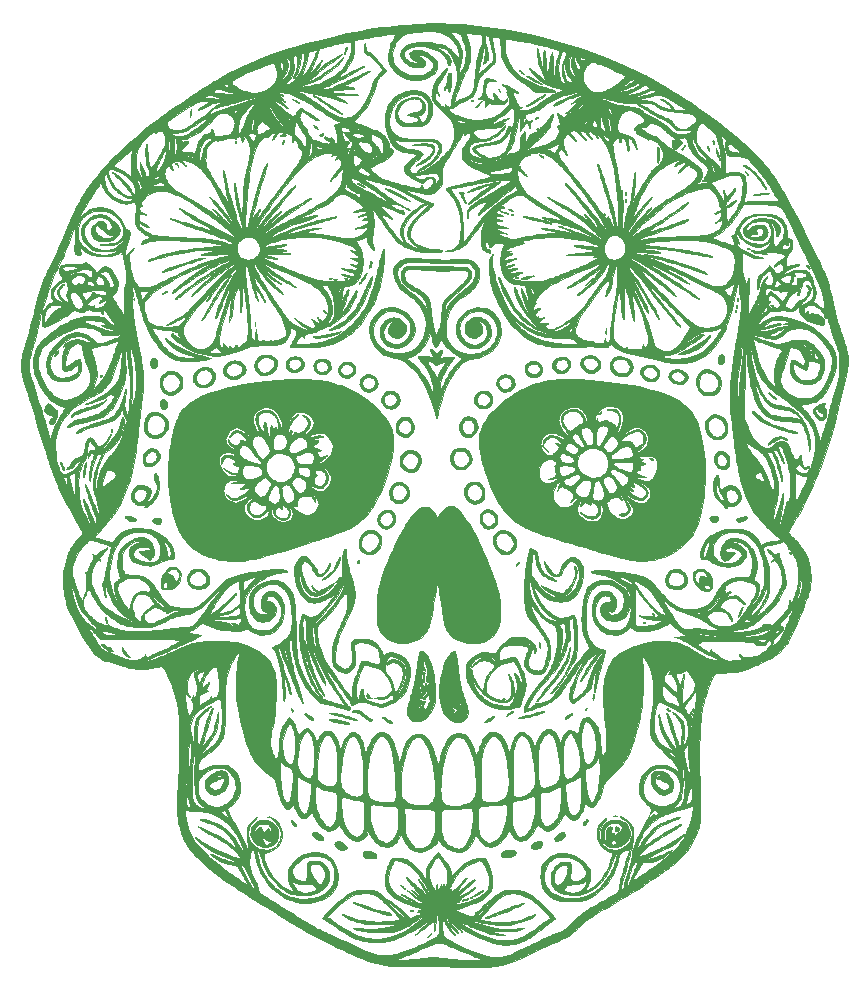
<source format=gbr>
%TF.GenerationSoftware,KiCad,Pcbnew,7.0.1*%
%TF.CreationDate,2023-06-01T23:18:06-07:00*%
%TF.ProjectId,set_02,7365745f-3032-42e6-9b69-6361645f7063,rev?*%
%TF.SameCoordinates,Original*%
%TF.FileFunction,Copper,L1,Top*%
%TF.FilePolarity,Positive*%
%FSLAX46Y46*%
G04 Gerber Fmt 4.6, Leading zero omitted, Abs format (unit mm)*
G04 Created by KiCad (PCBNEW 7.0.1) date 2023-06-01 23:18:06*
%MOMM*%
%LPD*%
G01*
G04 APERTURE LIST*
%TA.AperFunction,EtchedComponent*%
%ADD10C,0.010000*%
%TD*%
G04 APERTURE END LIST*
%TO.C,G\u002A\u002A\u002A*%
D10*
X22833030Y-45761408D02*
X22841950Y-45797257D01*
X22847718Y-45875541D01*
X22830608Y-45922202D01*
X22798914Y-45935000D01*
X22778650Y-45924304D01*
X22768712Y-45886729D01*
X22766500Y-45829167D01*
X22773374Y-45760047D01*
X22790374Y-45724183D01*
X22812070Y-45723871D01*
X22833030Y-45761408D01*
%TA.AperFunction,EtchedComponent*%
G36*
X22833030Y-45761408D02*
G01*
X22841950Y-45797257D01*
X22847718Y-45875541D01*
X22830608Y-45922202D01*
X22798914Y-45935000D01*
X22778650Y-45924304D01*
X22768712Y-45886729D01*
X22766500Y-45829167D01*
X22773374Y-45760047D01*
X22790374Y-45724183D01*
X22812070Y-45723871D01*
X22833030Y-45761408D01*
G37*
%TD.AperFunction*%
X53373500Y-17830726D02*
X53430358Y-17843513D01*
X53447584Y-17868000D01*
X53429255Y-17889199D01*
X53384899Y-17903228D01*
X53330463Y-17908426D01*
X53281894Y-17903132D01*
X53256314Y-17887922D01*
X53255748Y-17858323D01*
X53289284Y-17837664D01*
X53348999Y-17829816D01*
X53373500Y-17830726D01*
%TA.AperFunction,EtchedComponent*%
G36*
X53373500Y-17830726D02*
G01*
X53430358Y-17843513D01*
X53447584Y-17868000D01*
X53429255Y-17889199D01*
X53384899Y-17903228D01*
X53330463Y-17908426D01*
X53281894Y-17903132D01*
X53256314Y-17887922D01*
X53255748Y-17858323D01*
X53289284Y-17837664D01*
X53348999Y-17829816D01*
X53373500Y-17830726D01*
G37*
%TD.AperFunction*%
X66351696Y-26288075D02*
X66360617Y-26323924D01*
X66366384Y-26402208D01*
X66349274Y-26448869D01*
X66317581Y-26461667D01*
X66297317Y-26450971D01*
X66287379Y-26413395D01*
X66285167Y-26355834D01*
X66292041Y-26286714D01*
X66309041Y-26250850D01*
X66330737Y-26250538D01*
X66351696Y-26288075D01*
%TA.AperFunction,EtchedComponent*%
G36*
X66351696Y-26288075D02*
G01*
X66360617Y-26323924D01*
X66366384Y-26402208D01*
X66349274Y-26448869D01*
X66317581Y-26461667D01*
X66297317Y-26450971D01*
X66287379Y-26413395D01*
X66285167Y-26355834D01*
X66292041Y-26286714D01*
X66309041Y-26250850D01*
X66330737Y-26250538D01*
X66351696Y-26288075D01*
G37*
%TD.AperFunction*%
X80312713Y-56107075D02*
X80349918Y-56146583D01*
X80356779Y-56198841D01*
X80338371Y-56245890D01*
X80303116Y-56257609D01*
X80258391Y-56233381D01*
X80235824Y-56208928D01*
X80202546Y-56153879D01*
X80205990Y-56118219D01*
X80246501Y-56099680D01*
X80252698Y-56098667D01*
X80312713Y-56107075D01*
%TA.AperFunction,EtchedComponent*%
G36*
X80312713Y-56107075D02*
G01*
X80349918Y-56146583D01*
X80356779Y-56198841D01*
X80338371Y-56245890D01*
X80303116Y-56257609D01*
X80258391Y-56233381D01*
X80235824Y-56208928D01*
X80202546Y-56153879D01*
X80205990Y-56118219D01*
X80246501Y-56099680D01*
X80252698Y-56098667D01*
X80312713Y-56107075D01*
G37*
%TD.AperFunction*%
X21975876Y-41079887D02*
X21982813Y-41117002D01*
X21969765Y-41172530D01*
X21941232Y-41230709D01*
X21901985Y-41283486D01*
X21872289Y-41295702D01*
X21850429Y-41267604D01*
X21843396Y-41244741D01*
X21846768Y-41186481D01*
X21875934Y-41126557D01*
X21920543Y-41082136D01*
X21948535Y-41070406D01*
X21975876Y-41079887D01*
%TA.AperFunction,EtchedComponent*%
G36*
X21975876Y-41079887D02*
G01*
X21982813Y-41117002D01*
X21969765Y-41172530D01*
X21941232Y-41230709D01*
X21901985Y-41283486D01*
X21872289Y-41295702D01*
X21850429Y-41267604D01*
X21843396Y-41244741D01*
X21846768Y-41186481D01*
X21875934Y-41126557D01*
X21920543Y-41082136D01*
X21948535Y-41070406D01*
X21975876Y-41079887D01*
G37*
%TD.AperFunction*%
X67972382Y-62010313D02*
X68009958Y-62031358D01*
X68020834Y-62053820D01*
X68009085Y-62073611D01*
X67968775Y-62083248D01*
X67915000Y-62085167D01*
X67854630Y-62081265D01*
X67816310Y-62071290D01*
X67809167Y-62063476D01*
X67827649Y-62039083D01*
X67872390Y-62018791D01*
X67927330Y-62007832D01*
X67972382Y-62010313D01*
%TA.AperFunction,EtchedComponent*%
G36*
X67972382Y-62010313D02*
G01*
X68009958Y-62031358D01*
X68020834Y-62053820D01*
X68009085Y-62073611D01*
X67968775Y-62083248D01*
X67915000Y-62085167D01*
X67854630Y-62081265D01*
X67816310Y-62071290D01*
X67809167Y-62063476D01*
X67827649Y-62039083D01*
X67872390Y-62018791D01*
X67927330Y-62007832D01*
X67972382Y-62010313D01*
G37*
%TD.AperFunction*%
X75663738Y-35585303D02*
X75676403Y-35631484D01*
X75678142Y-35698733D01*
X75678106Y-35699272D01*
X75667356Y-35757605D01*
X75648150Y-35788754D01*
X75626062Y-35787323D01*
X75611691Y-35763580D01*
X75599711Y-35699932D01*
X75603746Y-35631021D01*
X75619991Y-35584500D01*
X75643738Y-35567279D01*
X75663738Y-35585303D01*
%TA.AperFunction,EtchedComponent*%
G36*
X75663738Y-35585303D02*
G01*
X75676403Y-35631484D01*
X75678142Y-35698733D01*
X75678106Y-35699272D01*
X75667356Y-35757605D01*
X75648150Y-35788754D01*
X75626062Y-35787323D01*
X75611691Y-35763580D01*
X75599711Y-35699932D01*
X75603746Y-35631021D01*
X75619991Y-35584500D01*
X75643738Y-35567279D01*
X75663738Y-35585303D01*
G37*
%TD.AperFunction*%
X81753631Y-35728934D02*
X81771155Y-35771501D01*
X81764415Y-35824596D01*
X81758428Y-35837701D01*
X81724300Y-35869007D01*
X81677251Y-35880551D01*
X81635046Y-35870676D01*
X81618144Y-35850794D01*
X81621077Y-35808577D01*
X81647695Y-35760243D01*
X81686100Y-35722608D01*
X81716675Y-35711500D01*
X81753631Y-35728934D01*
%TA.AperFunction,EtchedComponent*%
G36*
X81753631Y-35728934D02*
G01*
X81771155Y-35771501D01*
X81764415Y-35824596D01*
X81758428Y-35837701D01*
X81724300Y-35869007D01*
X81677251Y-35880551D01*
X81635046Y-35870676D01*
X81618144Y-35850794D01*
X81621077Y-35808577D01*
X81647695Y-35760243D01*
X81686100Y-35722608D01*
X81716675Y-35711500D01*
X81753631Y-35728934D01*
G37*
%TD.AperFunction*%
X24731853Y-34585431D02*
X24734676Y-34589667D01*
X24750853Y-34633686D01*
X24756275Y-34689346D01*
X24751576Y-34741521D01*
X24737390Y-34775087D01*
X24726681Y-34780167D01*
X24694391Y-34763023D01*
X24684348Y-34746686D01*
X24672324Y-34677424D01*
X24682876Y-34610202D01*
X24692991Y-34589667D01*
X24712916Y-34568559D01*
X24731853Y-34585431D01*
%TA.AperFunction,EtchedComponent*%
G36*
X24731853Y-34585431D02*
G01*
X24734676Y-34589667D01*
X24750853Y-34633686D01*
X24756275Y-34689346D01*
X24751576Y-34741521D01*
X24737390Y-34775087D01*
X24726681Y-34780167D01*
X24694391Y-34763023D01*
X24684348Y-34746686D01*
X24672324Y-34677424D01*
X24682876Y-34610202D01*
X24692991Y-34589667D01*
X24712916Y-34568559D01*
X24731853Y-34585431D01*
G37*
%TD.AperFunction*%
X33296281Y-21264301D02*
X33317408Y-21300584D01*
X33327790Y-21366310D01*
X33328343Y-21386959D01*
X33319609Y-21444125D01*
X33296063Y-21468785D01*
X33262573Y-21456416D01*
X33258111Y-21452222D01*
X33246776Y-21419543D01*
X33244173Y-21365954D01*
X33249372Y-21310087D01*
X33261440Y-21270576D01*
X33267533Y-21263788D01*
X33296281Y-21264301D01*
%TA.AperFunction,EtchedComponent*%
G36*
X33296281Y-21264301D02*
G01*
X33317408Y-21300584D01*
X33327790Y-21366310D01*
X33328343Y-21386959D01*
X33319609Y-21444125D01*
X33296063Y-21468785D01*
X33262573Y-21456416D01*
X33258111Y-21452222D01*
X33246776Y-21419543D01*
X33244173Y-21365954D01*
X33249372Y-21310087D01*
X33261440Y-21270576D01*
X33267533Y-21263788D01*
X33296281Y-21264301D01*
G37*
%TD.AperFunction*%
X49325195Y-68703719D02*
X49367456Y-68738836D01*
X49388807Y-68781708D01*
X49386815Y-68804795D01*
X49357663Y-68830152D01*
X49309801Y-68836120D01*
X49262658Y-68821682D01*
X49250234Y-68811934D01*
X49229728Y-68771387D01*
X49224834Y-68737850D01*
X49235499Y-68699670D01*
X49274364Y-68689167D01*
X49274470Y-68689167D01*
X49325195Y-68703719D01*
%TA.AperFunction,EtchedComponent*%
G36*
X49325195Y-68703719D02*
G01*
X49367456Y-68738836D01*
X49388807Y-68781708D01*
X49386815Y-68804795D01*
X49357663Y-68830152D01*
X49309801Y-68836120D01*
X49262658Y-68821682D01*
X49250234Y-68811934D01*
X49229728Y-68771387D01*
X49224834Y-68737850D01*
X49235499Y-68699670D01*
X49274364Y-68689167D01*
X49274470Y-68689167D01*
X49325195Y-68703719D01*
G37*
%TD.AperFunction*%
X53358315Y-85260182D02*
X53366393Y-85291269D01*
X53343719Y-85326573D01*
X53300540Y-85359770D01*
X53247103Y-85384536D01*
X53193656Y-85394545D01*
X53154493Y-85385979D01*
X53130662Y-85361950D01*
X53143226Y-85334623D01*
X53194089Y-85301649D01*
X53240897Y-85279450D01*
X53308467Y-85254729D01*
X53348339Y-85253813D01*
X53358315Y-85260182D01*
%TA.AperFunction,EtchedComponent*%
G36*
X53358315Y-85260182D02*
G01*
X53366393Y-85291269D01*
X53343719Y-85326573D01*
X53300540Y-85359770D01*
X53247103Y-85384536D01*
X53193656Y-85394545D01*
X53154493Y-85385979D01*
X53130662Y-85361950D01*
X53143226Y-85334623D01*
X53194089Y-85301649D01*
X53240897Y-85279450D01*
X53308467Y-85254729D01*
X53348339Y-85253813D01*
X53358315Y-85260182D01*
G37*
%TD.AperFunction*%
X55619125Y-16932273D02*
X55661177Y-16973321D01*
X55698914Y-17024740D01*
X55721035Y-17072624D01*
X55723000Y-17086458D01*
X55709290Y-17119517D01*
X55677358Y-17125818D01*
X55640998Y-17106300D01*
X55621180Y-17079542D01*
X55581738Y-16993014D01*
X55567781Y-16938225D01*
X55579493Y-16915985D01*
X55584059Y-16915500D01*
X55619125Y-16932273D01*
%TA.AperFunction,EtchedComponent*%
G36*
X55619125Y-16932273D02*
G01*
X55661177Y-16973321D01*
X55698914Y-17024740D01*
X55721035Y-17072624D01*
X55723000Y-17086458D01*
X55709290Y-17119517D01*
X55677358Y-17125818D01*
X55640998Y-17106300D01*
X55621180Y-17079542D01*
X55581738Y-16993014D01*
X55567781Y-16938225D01*
X55579493Y-16915985D01*
X55584059Y-16915500D01*
X55619125Y-16932273D01*
G37*
%TD.AperFunction*%
X63035484Y-69286407D02*
X63040175Y-69326002D01*
X63019940Y-69381227D01*
X62994419Y-69420422D01*
X62949467Y-69469041D01*
X62911889Y-69492226D01*
X62888507Y-69488336D01*
X62886140Y-69455727D01*
X62888711Y-69445875D01*
X62915872Y-69377414D01*
X62950842Y-69318083D01*
X62985817Y-69279576D01*
X63005230Y-69271250D01*
X63035484Y-69286407D01*
%TA.AperFunction,EtchedComponent*%
G36*
X63035484Y-69286407D02*
G01*
X63040175Y-69326002D01*
X63019940Y-69381227D01*
X62994419Y-69420422D01*
X62949467Y-69469041D01*
X62911889Y-69492226D01*
X62888507Y-69488336D01*
X62886140Y-69455727D01*
X62888711Y-69445875D01*
X62915872Y-69377414D01*
X62950842Y-69318083D01*
X62985817Y-69279576D01*
X63005230Y-69271250D01*
X63035484Y-69286407D01*
G37*
%TD.AperFunction*%
X64537426Y-27427709D02*
X64580525Y-27457138D01*
X64614612Y-27495178D01*
X64627426Y-27530145D01*
X64624552Y-27539600D01*
X64591804Y-27558251D01*
X64540198Y-27560878D01*
X64489634Y-27548482D01*
X64465677Y-27531600D01*
X64446624Y-27484719D01*
X64458564Y-27441712D01*
X64496955Y-27418670D01*
X64497575Y-27418578D01*
X64537426Y-27427709D01*
%TA.AperFunction,EtchedComponent*%
G36*
X64537426Y-27427709D02*
G01*
X64580525Y-27457138D01*
X64614612Y-27495178D01*
X64627426Y-27530145D01*
X64624552Y-27539600D01*
X64591804Y-27558251D01*
X64540198Y-27560878D01*
X64489634Y-27548482D01*
X64465677Y-27531600D01*
X64446624Y-27484719D01*
X64458564Y-27441712D01*
X64496955Y-27418670D01*
X64497575Y-27418578D01*
X64537426Y-27427709D01*
G37*
%TD.AperFunction*%
X75748330Y-35180666D02*
X75763216Y-35233033D01*
X75767834Y-35298750D01*
X75762338Y-35373055D01*
X75748500Y-35419280D01*
X75730295Y-35433962D01*
X75711696Y-35413637D01*
X75697491Y-35360038D01*
X75692587Y-35294307D01*
X75696808Y-35230418D01*
X75708263Y-35181631D01*
X75725059Y-35161207D01*
X75725881Y-35161167D01*
X75748330Y-35180666D01*
%TA.AperFunction,EtchedComponent*%
G36*
X75748330Y-35180666D02*
G01*
X75763216Y-35233033D01*
X75767834Y-35298750D01*
X75762338Y-35373055D01*
X75748500Y-35419280D01*
X75730295Y-35433962D01*
X75711696Y-35413637D01*
X75697491Y-35360038D01*
X75692587Y-35294307D01*
X75696808Y-35230418D01*
X75708263Y-35181631D01*
X75725059Y-35161207D01*
X75725881Y-35161167D01*
X75748330Y-35180666D01*
G37*
%TD.AperFunction*%
X80072373Y-29918384D02*
X80097275Y-29948044D01*
X80106881Y-30001800D01*
X80100107Y-30063870D01*
X80085089Y-30103725D01*
X80046958Y-30137257D01*
X79995924Y-30142344D01*
X79950234Y-30119206D01*
X79937450Y-30101929D01*
X79928071Y-30048196D01*
X79946114Y-29991673D01*
X79983040Y-29943979D01*
X80030307Y-29916734D01*
X80072373Y-29918384D01*
%TA.AperFunction,EtchedComponent*%
G36*
X80072373Y-29918384D02*
G01*
X80097275Y-29948044D01*
X80106881Y-30001800D01*
X80100107Y-30063870D01*
X80085089Y-30103725D01*
X80046958Y-30137257D01*
X79995924Y-30142344D01*
X79950234Y-30119206D01*
X79937450Y-30101929D01*
X79928071Y-30048196D01*
X79946114Y-29991673D01*
X79983040Y-29943979D01*
X80030307Y-29916734D01*
X80072373Y-29918384D01*
G37*
%TD.AperFunction*%
X36189779Y-78494922D02*
X36231538Y-78508273D01*
X36250431Y-78527833D01*
X36242951Y-78545438D01*
X36208948Y-78558724D01*
X36152022Y-78565681D01*
X36091219Y-78565541D01*
X36045583Y-78557537D01*
X36038000Y-78553702D01*
X36016907Y-78532923D01*
X36033293Y-78513970D01*
X36038000Y-78510824D01*
X36081940Y-78494329D01*
X36136223Y-78489651D01*
X36189779Y-78494922D01*
%TA.AperFunction,EtchedComponent*%
G36*
X36189779Y-78494922D02*
G01*
X36231538Y-78508273D01*
X36250431Y-78527833D01*
X36242951Y-78545438D01*
X36208948Y-78558724D01*
X36152022Y-78565681D01*
X36091219Y-78565541D01*
X36045583Y-78557537D01*
X36038000Y-78553702D01*
X36016907Y-78532923D01*
X36033293Y-78513970D01*
X36038000Y-78510824D01*
X36081940Y-78494329D01*
X36136223Y-78489651D01*
X36189779Y-78494922D01*
G37*
%TD.AperFunction*%
X41380521Y-32892828D02*
X41425147Y-32901667D01*
X41432159Y-32904852D01*
X41451123Y-32927560D01*
X41432093Y-32945625D01*
X41379331Y-32956974D01*
X41319084Y-32959834D01*
X41253366Y-32956451D01*
X41206647Y-32947761D01*
X41192987Y-32940129D01*
X41194892Y-32914198D01*
X41234281Y-32896705D01*
X41306838Y-32889391D01*
X41319084Y-32889278D01*
X41380521Y-32892828D01*
%TA.AperFunction,EtchedComponent*%
G36*
X41380521Y-32892828D02*
G01*
X41425147Y-32901667D01*
X41432159Y-32904852D01*
X41451123Y-32927560D01*
X41432093Y-32945625D01*
X41379331Y-32956974D01*
X41319084Y-32959834D01*
X41253366Y-32956451D01*
X41206647Y-32947761D01*
X41192987Y-32940129D01*
X41194892Y-32914198D01*
X41234281Y-32896705D01*
X41306838Y-32889391D01*
X41319084Y-32889278D01*
X41380521Y-32892828D01*
G37*
%TD.AperFunction*%
X41806844Y-32976078D02*
X41852208Y-32992407D01*
X41871782Y-33013601D01*
X41869441Y-33023294D01*
X41842773Y-33034597D01*
X41789466Y-33041775D01*
X41725051Y-33044385D01*
X41665062Y-33041990D01*
X41625031Y-33034149D01*
X41618945Y-33030389D01*
X41605831Y-33003973D01*
X41629800Y-32984583D01*
X41685158Y-32971150D01*
X41747293Y-32967898D01*
X41806844Y-32976078D01*
%TA.AperFunction,EtchedComponent*%
G36*
X41806844Y-32976078D02*
G01*
X41852208Y-32992407D01*
X41871782Y-33013601D01*
X41869441Y-33023294D01*
X41842773Y-33034597D01*
X41789466Y-33041775D01*
X41725051Y-33044385D01*
X41665062Y-33041990D01*
X41625031Y-33034149D01*
X41618945Y-33030389D01*
X41605831Y-33003973D01*
X41629800Y-32984583D01*
X41685158Y-32971150D01*
X41747293Y-32967898D01*
X41806844Y-32976078D01*
G37*
%TD.AperFunction*%
X42714021Y-32892828D02*
X42758647Y-32901667D01*
X42765659Y-32904852D01*
X42784623Y-32927560D01*
X42765593Y-32945625D01*
X42712831Y-32956974D01*
X42652584Y-32959834D01*
X42586866Y-32956451D01*
X42540147Y-32947761D01*
X42526487Y-32940129D01*
X42528392Y-32914198D01*
X42567781Y-32896705D01*
X42640338Y-32889391D01*
X42652584Y-32889278D01*
X42714021Y-32892828D01*
%TA.AperFunction,EtchedComponent*%
G36*
X42714021Y-32892828D02*
G01*
X42758647Y-32901667D01*
X42765659Y-32904852D01*
X42784623Y-32927560D01*
X42765593Y-32945625D01*
X42712831Y-32956974D01*
X42652584Y-32959834D01*
X42586866Y-32956451D01*
X42540147Y-32947761D01*
X42526487Y-32940129D01*
X42528392Y-32914198D01*
X42567781Y-32896705D01*
X42640338Y-32889391D01*
X42652584Y-32889278D01*
X42714021Y-32892828D01*
G37*
%TD.AperFunction*%
X47441099Y-26730075D02*
X47492824Y-26765524D01*
X47533147Y-26810348D01*
X47549218Y-26852882D01*
X47548641Y-26858905D01*
X47524966Y-26892677D01*
X47479256Y-26899789D01*
X47422619Y-26879921D01*
X47397968Y-26863239D01*
X47355913Y-26816366D01*
X47339741Y-26769078D01*
X47349964Y-26731999D01*
X47387098Y-26715750D01*
X47390826Y-26715667D01*
X47441099Y-26730075D01*
%TA.AperFunction,EtchedComponent*%
G36*
X47441099Y-26730075D02*
G01*
X47492824Y-26765524D01*
X47533147Y-26810348D01*
X47549218Y-26852882D01*
X47548641Y-26858905D01*
X47524966Y-26892677D01*
X47479256Y-26899789D01*
X47422619Y-26879921D01*
X47397968Y-26863239D01*
X47355913Y-26816366D01*
X47339741Y-26769078D01*
X47349964Y-26731999D01*
X47387098Y-26715750D01*
X47390826Y-26715667D01*
X47441099Y-26730075D01*
G37*
%TD.AperFunction*%
X49244501Y-66241484D02*
X49275821Y-66261556D01*
X49302338Y-66303095D01*
X49313573Y-66365802D01*
X49308485Y-66430977D01*
X49287858Y-66477823D01*
X49242503Y-66506077D01*
X49193805Y-66499826D01*
X49162078Y-66468058D01*
X49142704Y-66402199D01*
X49144642Y-66331263D01*
X49166789Y-66274810D01*
X49173429Y-66267095D01*
X49210564Y-66238255D01*
X49244501Y-66241484D01*
%TA.AperFunction,EtchedComponent*%
G36*
X49244501Y-66241484D02*
G01*
X49275821Y-66261556D01*
X49302338Y-66303095D01*
X49313573Y-66365802D01*
X49308485Y-66430977D01*
X49287858Y-66477823D01*
X49242503Y-66506077D01*
X49193805Y-66499826D01*
X49162078Y-66468058D01*
X49142704Y-66402199D01*
X49144642Y-66331263D01*
X49166789Y-66274810D01*
X49173429Y-66267095D01*
X49210564Y-66238255D01*
X49244501Y-66241484D01*
G37*
%TD.AperFunction*%
X56761721Y-27484372D02*
X56814043Y-27494798D01*
X56844606Y-27510732D01*
X56844221Y-27527545D01*
X56813489Y-27539001D01*
X56758011Y-27547528D01*
X56695356Y-27551400D01*
X56643095Y-27548894D01*
X56637239Y-27547861D01*
X56599660Y-27532453D01*
X56598509Y-27513133D01*
X56628877Y-27495132D01*
X56685858Y-27483683D01*
X56698321Y-27482736D01*
X56761721Y-27484372D01*
%TA.AperFunction,EtchedComponent*%
G36*
X56761721Y-27484372D02*
G01*
X56814043Y-27494798D01*
X56844606Y-27510732D01*
X56844221Y-27527545D01*
X56813489Y-27539001D01*
X56758011Y-27547528D01*
X56695356Y-27551400D01*
X56643095Y-27548894D01*
X56637239Y-27547861D01*
X56599660Y-27532453D01*
X56598509Y-27513133D01*
X56628877Y-27495132D01*
X56685858Y-27483683D01*
X56698321Y-27482736D01*
X56761721Y-27484372D01*
G37*
%TD.AperFunction*%
X58928961Y-19230018D02*
X58952174Y-19252685D01*
X58937627Y-19285725D01*
X58887706Y-19326072D01*
X58828442Y-19359305D01*
X58737366Y-19399005D01*
X58677354Y-19412027D01*
X58649046Y-19398313D01*
X58647740Y-19376125D01*
X58669999Y-19347066D01*
X58719557Y-19311218D01*
X58783573Y-19275250D01*
X58849211Y-19245833D01*
X58903631Y-19229636D01*
X58928961Y-19230018D01*
%TA.AperFunction,EtchedComponent*%
G36*
X58928961Y-19230018D02*
G01*
X58952174Y-19252685D01*
X58937627Y-19285725D01*
X58887706Y-19326072D01*
X58828442Y-19359305D01*
X58737366Y-19399005D01*
X58677354Y-19412027D01*
X58649046Y-19398313D01*
X58647740Y-19376125D01*
X58669999Y-19347066D01*
X58719557Y-19311218D01*
X58783573Y-19275250D01*
X58849211Y-19245833D01*
X58903631Y-19229636D01*
X58928961Y-19230018D01*
G37*
%TD.AperFunction*%
X60594303Y-37054429D02*
X60604048Y-37079069D01*
X60580364Y-37113446D01*
X60525005Y-37152089D01*
X60513010Y-37158463D01*
X60447549Y-37185421D01*
X60400438Y-37192010D01*
X60379945Y-37177273D01*
X60379667Y-37173882D01*
X60396207Y-37144695D01*
X60436501Y-37106965D01*
X60486555Y-37071319D01*
X60532379Y-37048382D01*
X60549375Y-37045000D01*
X60594303Y-37054429D01*
%TA.AperFunction,EtchedComponent*%
G36*
X60594303Y-37054429D02*
G01*
X60604048Y-37079069D01*
X60580364Y-37113446D01*
X60525005Y-37152089D01*
X60513010Y-37158463D01*
X60447549Y-37185421D01*
X60400438Y-37192010D01*
X60379945Y-37177273D01*
X60379667Y-37173882D01*
X60396207Y-37144695D01*
X60436501Y-37106965D01*
X60486555Y-37071319D01*
X60532379Y-37048382D01*
X60549375Y-37045000D01*
X60594303Y-37054429D01*
G37*
%TD.AperFunction*%
X64296615Y-44201227D02*
X64284595Y-44232405D01*
X64241510Y-44291682D01*
X64198609Y-44342572D01*
X64133964Y-44410895D01*
X64086945Y-44446195D01*
X64052762Y-44451358D01*
X64035903Y-44440681D01*
X64030404Y-44411614D01*
X64059361Y-44367677D01*
X64124179Y-44306981D01*
X64152364Y-44283997D01*
X64229891Y-44226252D01*
X64278178Y-44198919D01*
X64296615Y-44201227D01*
%TA.AperFunction,EtchedComponent*%
G36*
X64296615Y-44201227D02*
G01*
X64284595Y-44232405D01*
X64241510Y-44291682D01*
X64198609Y-44342572D01*
X64133964Y-44410895D01*
X64086945Y-44446195D01*
X64052762Y-44451358D01*
X64035903Y-44440681D01*
X64030404Y-44411614D01*
X64059361Y-44367677D01*
X64124179Y-44306981D01*
X64152364Y-44283997D01*
X64229891Y-44226252D01*
X64278178Y-44198919D01*
X64296615Y-44201227D01*
G37*
%TD.AperFunction*%
X66339415Y-25598693D02*
X66355978Y-25637335D01*
X66363578Y-25699272D01*
X66361928Y-25766363D01*
X66350742Y-25820466D01*
X66343149Y-25834928D01*
X66319419Y-25861924D01*
X66306106Y-25854789D01*
X66299154Y-25838489D01*
X66287476Y-25785510D01*
X66285867Y-25723905D01*
X66292535Y-25664345D01*
X66305689Y-25617500D01*
X66323537Y-25594041D01*
X66339415Y-25598693D01*
%TA.AperFunction,EtchedComponent*%
G36*
X66339415Y-25598693D02*
G01*
X66355978Y-25637335D01*
X66363578Y-25699272D01*
X66361928Y-25766363D01*
X66350742Y-25820466D01*
X66343149Y-25834928D01*
X66319419Y-25861924D01*
X66306106Y-25854789D01*
X66299154Y-25838489D01*
X66287476Y-25785510D01*
X66285867Y-25723905D01*
X66292535Y-25664345D01*
X66305689Y-25617500D01*
X66323537Y-25594041D01*
X66339415Y-25598693D01*
G37*
%TD.AperFunction*%
X68642016Y-61293858D02*
X68698941Y-61315682D01*
X68749097Y-61347121D01*
X68779282Y-61382477D01*
X68782834Y-61397738D01*
X68766122Y-61423250D01*
X68724632Y-61430976D01*
X68671333Y-61422294D01*
X68619196Y-61398582D01*
X68593806Y-61377650D01*
X68565052Y-61336156D01*
X68559654Y-61303887D01*
X68560675Y-61301852D01*
X68591527Y-61287348D01*
X68642016Y-61293858D01*
%TA.AperFunction,EtchedComponent*%
G36*
X68642016Y-61293858D02*
G01*
X68698941Y-61315682D01*
X68749097Y-61347121D01*
X68779282Y-61382477D01*
X68782834Y-61397738D01*
X68766122Y-61423250D01*
X68724632Y-61430976D01*
X68671333Y-61422294D01*
X68619196Y-61398582D01*
X68593806Y-61377650D01*
X68565052Y-61336156D01*
X68559654Y-61303887D01*
X68560675Y-61301852D01*
X68591527Y-61287348D01*
X68642016Y-61293858D01*
G37*
%TD.AperFunction*%
X75828846Y-34587330D02*
X75843227Y-34634743D01*
X75850816Y-34697124D01*
X75849909Y-34760859D01*
X75839652Y-34810186D01*
X75818718Y-34841066D01*
X75797754Y-34831817D01*
X75780073Y-34784509D01*
X75777331Y-34771238D01*
X75772248Y-34709435D01*
X75776721Y-34646018D01*
X75788578Y-34594721D01*
X75805649Y-34569278D01*
X75809380Y-34568500D01*
X75828846Y-34587330D01*
%TA.AperFunction,EtchedComponent*%
G36*
X75828846Y-34587330D02*
G01*
X75843227Y-34634743D01*
X75850816Y-34697124D01*
X75849909Y-34760859D01*
X75839652Y-34810186D01*
X75818718Y-34841066D01*
X75797754Y-34831817D01*
X75780073Y-34784509D01*
X75777331Y-34771238D01*
X75772248Y-34709435D01*
X75776721Y-34646018D01*
X75788578Y-34594721D01*
X75805649Y-34569278D01*
X75809380Y-34568500D01*
X75828846Y-34587330D01*
G37*
%TD.AperFunction*%
X76730725Y-30346794D02*
X76796913Y-30375585D01*
X76799709Y-30377268D01*
X76852305Y-30415685D01*
X76865060Y-30443914D01*
X76838532Y-30464407D01*
X76820875Y-30469992D01*
X76731061Y-30481982D01*
X76660233Y-30461948D01*
X76634482Y-30444297D01*
X76598492Y-30402316D01*
X76597305Y-30368661D01*
X76623737Y-30346247D01*
X76670605Y-30337986D01*
X76730725Y-30346794D01*
%TA.AperFunction,EtchedComponent*%
G36*
X76730725Y-30346794D02*
G01*
X76796913Y-30375585D01*
X76799709Y-30377268D01*
X76852305Y-30415685D01*
X76865060Y-30443914D01*
X76838532Y-30464407D01*
X76820875Y-30469992D01*
X76731061Y-30481982D01*
X76660233Y-30461948D01*
X76634482Y-30444297D01*
X76598492Y-30402316D01*
X76597305Y-30368661D01*
X76623737Y-30346247D01*
X76670605Y-30337986D01*
X76730725Y-30346794D01*
G37*
%TD.AperFunction*%
X38081245Y-69364042D02*
X38116939Y-69411319D01*
X38143935Y-69473894D01*
X38154667Y-69538493D01*
X38154667Y-69538688D01*
X38145550Y-69597297D01*
X38122451Y-69621801D01*
X38091749Y-69609145D01*
X38070457Y-69579020D01*
X38052225Y-69530523D01*
X38039016Y-69469584D01*
X38032314Y-69409525D01*
X38033603Y-69363667D01*
X38044369Y-69345334D01*
X38044420Y-69345334D01*
X38081245Y-69364042D01*
%TA.AperFunction,EtchedComponent*%
G36*
X38081245Y-69364042D02*
G01*
X38116939Y-69411319D01*
X38143935Y-69473894D01*
X38154667Y-69538493D01*
X38154667Y-69538688D01*
X38145550Y-69597297D01*
X38122451Y-69621801D01*
X38091749Y-69609145D01*
X38070457Y-69579020D01*
X38052225Y-69530523D01*
X38039016Y-69469584D01*
X38032314Y-69409525D01*
X38033603Y-69363667D01*
X38044369Y-69345334D01*
X38044420Y-69345334D01*
X38081245Y-69364042D01*
G37*
%TD.AperFunction*%
X40784262Y-35641005D02*
X40830337Y-35677143D01*
X40884072Y-35725682D01*
X40935438Y-35777059D01*
X40974404Y-35821708D01*
X40990940Y-35850065D01*
X40991000Y-35851045D01*
X40979471Y-35878718D01*
X40946663Y-35872815D01*
X40895242Y-35834668D01*
X40834212Y-35772711D01*
X40773400Y-35701374D01*
X40742658Y-35655309D01*
X40740437Y-35631634D01*
X40755878Y-35626834D01*
X40784262Y-35641005D01*
%TA.AperFunction,EtchedComponent*%
G36*
X40784262Y-35641005D02*
G01*
X40830337Y-35677143D01*
X40884072Y-35725682D01*
X40935438Y-35777059D01*
X40974404Y-35821708D01*
X40990940Y-35850065D01*
X40991000Y-35851045D01*
X40979471Y-35878718D01*
X40946663Y-35872815D01*
X40895242Y-35834668D01*
X40834212Y-35772711D01*
X40773400Y-35701374D01*
X40742658Y-35655309D01*
X40740437Y-35631634D01*
X40755878Y-35626834D01*
X40784262Y-35641005D01*
G37*
%TD.AperFunction*%
X48274434Y-86398119D02*
X48327791Y-86404290D01*
X48349280Y-86412109D01*
X48352901Y-86434580D01*
X48321182Y-86453166D01*
X48261095Y-86465263D01*
X48198250Y-86468519D01*
X48130152Y-86464743D01*
X48076923Y-86455154D01*
X48061280Y-86448827D01*
X48042759Y-86424601D01*
X48046783Y-86412495D01*
X48076781Y-86403079D01*
X48134405Y-86397532D01*
X48205131Y-86395873D01*
X48274434Y-86398119D01*
%TA.AperFunction,EtchedComponent*%
G36*
X48274434Y-86398119D02*
G01*
X48327791Y-86404290D01*
X48349280Y-86412109D01*
X48352901Y-86434580D01*
X48321182Y-86453166D01*
X48261095Y-86465263D01*
X48198250Y-86468519D01*
X48130152Y-86464743D01*
X48076923Y-86455154D01*
X48061280Y-86448827D01*
X48042759Y-86424601D01*
X48046783Y-86412495D01*
X48076781Y-86403079D01*
X48134405Y-86397532D01*
X48205131Y-86395873D01*
X48274434Y-86398119D01*
G37*
%TD.AperFunction*%
X57190024Y-32810568D02*
X57245576Y-32823053D01*
X57260891Y-32845157D01*
X57256680Y-32855463D01*
X57229457Y-32866802D01*
X57174407Y-32873153D01*
X57105723Y-32874654D01*
X57037600Y-32871443D01*
X56984232Y-32863657D01*
X56960380Y-32852592D01*
X56952892Y-32830678D01*
X56968063Y-32817336D01*
X57012410Y-32810366D01*
X57092449Y-32807564D01*
X57093704Y-32807546D01*
X57190024Y-32810568D01*
%TA.AperFunction,EtchedComponent*%
G36*
X57190024Y-32810568D02*
G01*
X57245576Y-32823053D01*
X57260891Y-32845157D01*
X57256680Y-32855463D01*
X57229457Y-32866802D01*
X57174407Y-32873153D01*
X57105723Y-32874654D01*
X57037600Y-32871443D01*
X56984232Y-32863657D01*
X56960380Y-32852592D01*
X56952892Y-32830678D01*
X56968063Y-32817336D01*
X57012410Y-32810366D01*
X57092449Y-32807564D01*
X57093704Y-32807546D01*
X57190024Y-32810568D01*
G37*
%TD.AperFunction*%
X58856469Y-20172165D02*
X58891932Y-20218949D01*
X58905047Y-20243984D01*
X58930063Y-20312434D01*
X58928192Y-20369174D01*
X58924556Y-20381567D01*
X58897051Y-20424170D01*
X58857658Y-20446678D01*
X58820239Y-20444443D01*
X58801453Y-20422837D01*
X58795978Y-20385363D01*
X58794691Y-20322591D01*
X58796256Y-20278477D01*
X58807109Y-20202412D01*
X58827687Y-20166813D01*
X58856469Y-20172165D01*
%TA.AperFunction,EtchedComponent*%
G36*
X58856469Y-20172165D02*
G01*
X58891932Y-20218949D01*
X58905047Y-20243984D01*
X58930063Y-20312434D01*
X58928192Y-20369174D01*
X58924556Y-20381567D01*
X58897051Y-20424170D01*
X58857658Y-20446678D01*
X58820239Y-20444443D01*
X58801453Y-20422837D01*
X58795978Y-20385363D01*
X58794691Y-20322591D01*
X58796256Y-20278477D01*
X58807109Y-20202412D01*
X58827687Y-20166813D01*
X58856469Y-20172165D01*
G37*
%TD.AperFunction*%
X73293567Y-21740466D02*
X73339909Y-21797387D01*
X73384153Y-21885879D01*
X73404581Y-21941062D01*
X73431227Y-22038059D01*
X73435863Y-22099336D01*
X73420582Y-22123978D01*
X73387472Y-22111070D01*
X73338626Y-22059695D01*
X73290185Y-21991155D01*
X73226671Y-21883889D01*
X73193378Y-21804691D01*
X73190098Y-21752197D01*
X73216622Y-21725043D01*
X73248808Y-21720334D01*
X73293567Y-21740466D01*
%TA.AperFunction,EtchedComponent*%
G36*
X73293567Y-21740466D02*
G01*
X73339909Y-21797387D01*
X73384153Y-21885879D01*
X73404581Y-21941062D01*
X73431227Y-22038059D01*
X73435863Y-22099336D01*
X73420582Y-22123978D01*
X73387472Y-22111070D01*
X73338626Y-22059695D01*
X73290185Y-21991155D01*
X73226671Y-21883889D01*
X73193378Y-21804691D01*
X73190098Y-21752197D01*
X73216622Y-21725043D01*
X73248808Y-21720334D01*
X73293567Y-21740466D01*
G37*
%TD.AperFunction*%
X76468270Y-23893401D02*
X76514319Y-23929605D01*
X76569611Y-23978952D01*
X76624669Y-24032445D01*
X76670017Y-24081089D01*
X76696177Y-24115888D01*
X76699167Y-24124443D01*
X76687714Y-24152344D01*
X76654464Y-24145884D01*
X76601082Y-24105941D01*
X76531957Y-24036378D01*
X76466719Y-23961468D01*
X76431784Y-23912049D01*
X76425702Y-23885615D01*
X76440942Y-23879334D01*
X76468270Y-23893401D01*
%TA.AperFunction,EtchedComponent*%
G36*
X76468270Y-23893401D02*
G01*
X76514319Y-23929605D01*
X76569611Y-23978952D01*
X76624669Y-24032445D01*
X76670017Y-24081089D01*
X76696177Y-24115888D01*
X76699167Y-24124443D01*
X76687714Y-24152344D01*
X76654464Y-24145884D01*
X76601082Y-24105941D01*
X76531957Y-24036378D01*
X76466719Y-23961468D01*
X76431784Y-23912049D01*
X76425702Y-23885615D01*
X76440942Y-23879334D01*
X76468270Y-23893401D01*
G37*
%TD.AperFunction*%
X28268529Y-23154891D02*
X28317089Y-23197753D01*
X28370914Y-23257618D01*
X28421449Y-23325019D01*
X28458519Y-23387209D01*
X28483539Y-23447200D01*
X28482943Y-23474667D01*
X28457851Y-23469911D01*
X28409381Y-23433231D01*
X28338653Y-23364925D01*
X28325972Y-23351738D01*
X28261090Y-23276309D01*
X28220094Y-23212873D01*
X28205078Y-23166273D01*
X28218134Y-23141352D01*
X28233788Y-23138500D01*
X28268529Y-23154891D01*
%TA.AperFunction,EtchedComponent*%
G36*
X28268529Y-23154891D02*
G01*
X28317089Y-23197753D01*
X28370914Y-23257618D01*
X28421449Y-23325019D01*
X28458519Y-23387209D01*
X28483539Y-23447200D01*
X28482943Y-23474667D01*
X28457851Y-23469911D01*
X28409381Y-23433231D01*
X28338653Y-23364925D01*
X28325972Y-23351738D01*
X28261090Y-23276309D01*
X28220094Y-23212873D01*
X28205078Y-23166273D01*
X28218134Y-23141352D01*
X28233788Y-23138500D01*
X28268529Y-23154891D01*
G37*
%TD.AperFunction*%
X37407680Y-21205426D02*
X37411596Y-21245207D01*
X37404030Y-21304339D01*
X37386622Y-21372661D01*
X37361012Y-21440010D01*
X37346535Y-21468568D01*
X37305215Y-21529111D01*
X37272940Y-21552138D01*
X37253377Y-21537921D01*
X37250191Y-21486732D01*
X37253378Y-21461646D01*
X37272594Y-21387336D01*
X37303818Y-21311201D01*
X37340629Y-21245707D01*
X37376606Y-21203320D01*
X37390643Y-21195160D01*
X37407680Y-21205426D01*
%TA.AperFunction,EtchedComponent*%
G36*
X37407680Y-21205426D02*
G01*
X37411596Y-21245207D01*
X37404030Y-21304339D01*
X37386622Y-21372661D01*
X37361012Y-21440010D01*
X37346535Y-21468568D01*
X37305215Y-21529111D01*
X37272940Y-21552138D01*
X37253377Y-21537921D01*
X37250191Y-21486732D01*
X37253378Y-21461646D01*
X37272594Y-21387336D01*
X37303818Y-21311201D01*
X37340629Y-21245707D01*
X37376606Y-21203320D01*
X37390643Y-21195160D01*
X37407680Y-21205426D01*
G37*
%TD.AperFunction*%
X43716701Y-56768919D02*
X43742195Y-56812345D01*
X43766375Y-56866703D01*
X43782289Y-56917247D01*
X43785000Y-56938152D01*
X43768375Y-56989616D01*
X43727933Y-57019771D01*
X43677831Y-57025459D01*
X43632220Y-57003521D01*
X43613215Y-56976489D01*
X43602774Y-56935098D01*
X43612945Y-56887535D01*
X43635266Y-56838906D01*
X43665079Y-56786920D01*
X43689472Y-56755457D01*
X43696843Y-56751167D01*
X43716701Y-56768919D01*
%TA.AperFunction,EtchedComponent*%
G36*
X43716701Y-56768919D02*
G01*
X43742195Y-56812345D01*
X43766375Y-56866703D01*
X43782289Y-56917247D01*
X43785000Y-56938152D01*
X43768375Y-56989616D01*
X43727933Y-57019771D01*
X43677831Y-57025459D01*
X43632220Y-57003521D01*
X43613215Y-56976489D01*
X43602774Y-56935098D01*
X43612945Y-56887535D01*
X43635266Y-56838906D01*
X43665079Y-56786920D01*
X43689472Y-56755457D01*
X43696843Y-56751167D01*
X43716701Y-56768919D01*
G37*
%TD.AperFunction*%
X57285336Y-56947548D02*
X57278696Y-56986200D01*
X57253885Y-57046758D01*
X57217301Y-57116657D01*
X57175343Y-57183328D01*
X57145532Y-57222125D01*
X57101425Y-57254632D01*
X57061450Y-57252926D01*
X57045173Y-57236797D01*
X57038744Y-57186848D01*
X57070468Y-57120863D01*
X57139768Y-57039899D01*
X57166830Y-57013751D01*
X57225703Y-56961004D01*
X57261385Y-56935848D01*
X57279686Y-56935036D01*
X57285336Y-56947548D01*
%TA.AperFunction,EtchedComponent*%
G36*
X57285336Y-56947548D02*
G01*
X57278696Y-56986200D01*
X57253885Y-57046758D01*
X57217301Y-57116657D01*
X57175343Y-57183328D01*
X57145532Y-57222125D01*
X57101425Y-57254632D01*
X57061450Y-57252926D01*
X57045173Y-57236797D01*
X57038744Y-57186848D01*
X57070468Y-57120863D01*
X57139768Y-57039899D01*
X57166830Y-57013751D01*
X57225703Y-56961004D01*
X57261385Y-56935848D01*
X57279686Y-56935036D01*
X57285336Y-56947548D01*
G37*
%TD.AperFunction*%
X60782920Y-28480689D02*
X60854835Y-28499726D01*
X60924041Y-28526042D01*
X60980149Y-28557257D01*
X60994901Y-28569018D01*
X61032275Y-28610832D01*
X61032518Y-28634244D01*
X60996717Y-28639067D01*
X60925957Y-28625112D01*
X60834750Y-28596846D01*
X60740649Y-28561353D01*
X60683166Y-28531198D01*
X60657394Y-28503498D01*
X60654834Y-28491075D01*
X60672529Y-28473982D01*
X60718688Y-28471314D01*
X60782920Y-28480689D01*
%TA.AperFunction,EtchedComponent*%
G36*
X60782920Y-28480689D02*
G01*
X60854835Y-28499726D01*
X60924041Y-28526042D01*
X60980149Y-28557257D01*
X60994901Y-28569018D01*
X61032275Y-28610832D01*
X61032518Y-28634244D01*
X60996717Y-28639067D01*
X60925957Y-28625112D01*
X60834750Y-28596846D01*
X60740649Y-28561353D01*
X60683166Y-28531198D01*
X60657394Y-28503498D01*
X60654834Y-28491075D01*
X60672529Y-28473982D01*
X60718688Y-28471314D01*
X60782920Y-28480689D01*
G37*
%TD.AperFunction*%
X65560264Y-78408649D02*
X65621081Y-78420460D01*
X65641314Y-78439902D01*
X65638213Y-78449218D01*
X65613487Y-78458206D01*
X65560011Y-78464246D01*
X65489441Y-78467338D01*
X65413433Y-78467480D01*
X65343641Y-78464671D01*
X65291724Y-78458908D01*
X65269335Y-78450190D01*
X65269167Y-78449265D01*
X65286564Y-78425466D01*
X65340316Y-78410853D01*
X65432766Y-78404877D01*
X65459667Y-78404667D01*
X65560264Y-78408649D01*
%TA.AperFunction,EtchedComponent*%
G36*
X65560264Y-78408649D02*
G01*
X65621081Y-78420460D01*
X65641314Y-78439902D01*
X65638213Y-78449218D01*
X65613487Y-78458206D01*
X65560011Y-78464246D01*
X65489441Y-78467338D01*
X65413433Y-78467480D01*
X65343641Y-78464671D01*
X65291724Y-78458908D01*
X65269335Y-78450190D01*
X65269167Y-78449265D01*
X65286564Y-78425466D01*
X65340316Y-78410853D01*
X65432766Y-78404877D01*
X65459667Y-78404667D01*
X65560264Y-78408649D01*
G37*
%TD.AperFunction*%
X71340225Y-21673387D02*
X71330728Y-21731251D01*
X71290481Y-21813649D01*
X71220998Y-21917704D01*
X71190245Y-21958459D01*
X71142438Y-22009982D01*
X71101963Y-22035497D01*
X71075489Y-22032205D01*
X71068834Y-22009365D01*
X71080582Y-21976358D01*
X71111336Y-21920160D01*
X71154353Y-21851186D01*
X71202895Y-21779851D01*
X71250221Y-21716570D01*
X71283062Y-21678340D01*
X71333417Y-21625762D01*
X71340225Y-21673387D01*
%TA.AperFunction,EtchedComponent*%
G36*
X71340225Y-21673387D02*
G01*
X71330728Y-21731251D01*
X71290481Y-21813649D01*
X71220998Y-21917704D01*
X71190245Y-21958459D01*
X71142438Y-22009982D01*
X71101963Y-22035497D01*
X71075489Y-22032205D01*
X71068834Y-22009365D01*
X71080582Y-21976358D01*
X71111336Y-21920160D01*
X71154353Y-21851186D01*
X71202895Y-21779851D01*
X71250221Y-21716570D01*
X71283062Y-21678340D01*
X71333417Y-21625762D01*
X71340225Y-21673387D01*
G37*
%TD.AperFunction*%
X73735250Y-21250273D02*
X73767675Y-21293091D01*
X73787858Y-21325318D01*
X73818477Y-21389932D01*
X73836344Y-21452217D01*
X73841711Y-21504656D01*
X73834831Y-21539733D01*
X73815957Y-21549931D01*
X73785342Y-21527731D01*
X73781211Y-21522918D01*
X73748367Y-21470824D01*
X73721309Y-21405878D01*
X73702572Y-21338956D01*
X73694690Y-21280934D01*
X73700197Y-21242687D01*
X73713775Y-21233500D01*
X73735250Y-21250273D01*
%TA.AperFunction,EtchedComponent*%
G36*
X73735250Y-21250273D02*
G01*
X73767675Y-21293091D01*
X73787858Y-21325318D01*
X73818477Y-21389932D01*
X73836344Y-21452217D01*
X73841711Y-21504656D01*
X73834831Y-21539733D01*
X73815957Y-21549931D01*
X73785342Y-21527731D01*
X73781211Y-21522918D01*
X73748367Y-21470824D01*
X73721309Y-21405878D01*
X73702572Y-21338956D01*
X73694690Y-21280934D01*
X73700197Y-21242687D01*
X73713775Y-21233500D01*
X73735250Y-21250273D01*
G37*
%TD.AperFunction*%
X39994135Y-19958295D02*
X40053893Y-20000392D01*
X40120866Y-20059947D01*
X40186616Y-20128278D01*
X40242711Y-20196706D01*
X40280716Y-20256552D01*
X40292500Y-20294759D01*
X40279607Y-20323433D01*
X40243115Y-20321044D01*
X40186311Y-20289234D01*
X40112477Y-20229642D01*
X40057477Y-20177356D01*
X39976963Y-20090199D01*
X39927494Y-20021471D01*
X39909917Y-19973027D01*
X39925082Y-19946721D01*
X39950024Y-19942334D01*
X39994135Y-19958295D01*
%TA.AperFunction,EtchedComponent*%
G36*
X39994135Y-19958295D02*
G01*
X40053893Y-20000392D01*
X40120866Y-20059947D01*
X40186616Y-20128278D01*
X40242711Y-20196706D01*
X40280716Y-20256552D01*
X40292500Y-20294759D01*
X40279607Y-20323433D01*
X40243115Y-20321044D01*
X40186311Y-20289234D01*
X40112477Y-20229642D01*
X40057477Y-20177356D01*
X39976963Y-20090199D01*
X39927494Y-20021471D01*
X39909917Y-19973027D01*
X39925082Y-19946721D01*
X39950024Y-19942334D01*
X39994135Y-19958295D01*
G37*
%TD.AperFunction*%
X40747894Y-20653003D02*
X40760315Y-20684936D01*
X40743838Y-20729764D01*
X40700468Y-20780622D01*
X40652915Y-20817653D01*
X40604529Y-20838112D01*
X40542060Y-20849948D01*
X40478462Y-20852818D01*
X40426689Y-20846374D01*
X40399695Y-20830273D01*
X40398334Y-20824440D01*
X40417048Y-20782186D01*
X40465894Y-20736254D01*
X40533929Y-20693207D01*
X40610207Y-20659605D01*
X40683785Y-20642011D01*
X40704570Y-20640834D01*
X40747894Y-20653003D01*
%TA.AperFunction,EtchedComponent*%
G36*
X40747894Y-20653003D02*
G01*
X40760315Y-20684936D01*
X40743838Y-20729764D01*
X40700468Y-20780622D01*
X40652915Y-20817653D01*
X40604529Y-20838112D01*
X40542060Y-20849948D01*
X40478462Y-20852818D01*
X40426689Y-20846374D01*
X40399695Y-20830273D01*
X40398334Y-20824440D01*
X40417048Y-20782186D01*
X40465894Y-20736254D01*
X40533929Y-20693207D01*
X40610207Y-20659605D01*
X40683785Y-20642011D01*
X40704570Y-20640834D01*
X40747894Y-20653003D01*
G37*
%TD.AperFunction*%
X56533508Y-27063087D02*
X56610214Y-27085841D01*
X56686855Y-27117333D01*
X56751311Y-27152304D01*
X56791460Y-27185492D01*
X56798035Y-27197209D01*
X56788038Y-27218045D01*
X56747679Y-27225833D01*
X56686519Y-27221613D01*
X56614120Y-27206421D01*
X56540041Y-27181295D01*
X56505608Y-27165459D01*
X56426989Y-27120839D01*
X56388913Y-27087832D01*
X56391289Y-27066165D01*
X56434027Y-27055568D01*
X56468857Y-27054334D01*
X56533508Y-27063087D01*
%TA.AperFunction,EtchedComponent*%
G36*
X56533508Y-27063087D02*
G01*
X56610214Y-27085841D01*
X56686855Y-27117333D01*
X56751311Y-27152304D01*
X56791460Y-27185492D01*
X56798035Y-27197209D01*
X56788038Y-27218045D01*
X56747679Y-27225833D01*
X56686519Y-27221613D01*
X56614120Y-27206421D01*
X56540041Y-27181295D01*
X56505608Y-27165459D01*
X56426989Y-27120839D01*
X56388913Y-27087832D01*
X56391289Y-27066165D01*
X56434027Y-27055568D01*
X56468857Y-27054334D01*
X56533508Y-27063087D01*
G37*
%TD.AperFunction*%
X64685269Y-37168392D02*
X64693806Y-37237283D01*
X64697262Y-37347831D01*
X64697343Y-37380106D01*
X64693923Y-37494130D01*
X64684320Y-37569928D01*
X64668811Y-37606228D01*
X64648596Y-37602707D01*
X64641391Y-37574918D01*
X64636845Y-37516291D01*
X64634853Y-37438232D01*
X64635311Y-37352147D01*
X64638112Y-37269442D01*
X64643154Y-37201522D01*
X64650331Y-37159793D01*
X64652712Y-37154350D01*
X64671592Y-37140850D01*
X64685269Y-37168392D01*
%TA.AperFunction,EtchedComponent*%
G36*
X64685269Y-37168392D02*
G01*
X64693806Y-37237283D01*
X64697262Y-37347831D01*
X64697343Y-37380106D01*
X64693923Y-37494130D01*
X64684320Y-37569928D01*
X64668811Y-37606228D01*
X64648596Y-37602707D01*
X64641391Y-37574918D01*
X64636845Y-37516291D01*
X64634853Y-37438232D01*
X64635311Y-37352147D01*
X64638112Y-37269442D01*
X64643154Y-37201522D01*
X64650331Y-37159793D01*
X64652712Y-37154350D01*
X64671592Y-37140850D01*
X64685269Y-37168392D01*
G37*
%TD.AperFunction*%
X68460975Y-48120806D02*
X68536603Y-48157523D01*
X68607178Y-48209556D01*
X68655455Y-48262802D01*
X68684132Y-48306360D01*
X68697945Y-48333794D01*
X68698167Y-48335393D01*
X68681528Y-48348652D01*
X68635315Y-48339963D01*
X68565081Y-48311001D01*
X68494750Y-48274032D01*
X68401448Y-48217620D01*
X68345156Y-48174428D01*
X68323536Y-48142053D01*
X68334252Y-48118091D01*
X68339519Y-48114434D01*
X68391534Y-48104683D01*
X68460975Y-48120806D01*
%TA.AperFunction,EtchedComponent*%
G36*
X68460975Y-48120806D02*
G01*
X68536603Y-48157523D01*
X68607178Y-48209556D01*
X68655455Y-48262802D01*
X68684132Y-48306360D01*
X68697945Y-48333794D01*
X68698167Y-48335393D01*
X68681528Y-48348652D01*
X68635315Y-48339963D01*
X68565081Y-48311001D01*
X68494750Y-48274032D01*
X68401448Y-48217620D01*
X68345156Y-48174428D01*
X68323536Y-48142053D01*
X68334252Y-48118091D01*
X68339519Y-48114434D01*
X68391534Y-48104683D01*
X68460975Y-48120806D01*
G37*
%TD.AperFunction*%
X69903202Y-69345848D02*
X69963070Y-69383116D01*
X70022160Y-69433702D01*
X70060965Y-69477821D01*
X70094972Y-69525352D01*
X70114501Y-69558352D01*
X70116334Y-69564290D01*
X70100823Y-69578389D01*
X70059071Y-69568604D01*
X69998245Y-69537050D01*
X69976412Y-69523027D01*
X69883513Y-69455284D01*
X69823557Y-69399080D01*
X69799241Y-69357010D01*
X69798834Y-69352227D01*
X69813094Y-69326575D01*
X69850547Y-69325725D01*
X69903202Y-69345848D01*
%TA.AperFunction,EtchedComponent*%
G36*
X69903202Y-69345848D02*
G01*
X69963070Y-69383116D01*
X70022160Y-69433702D01*
X70060965Y-69477821D01*
X70094972Y-69525352D01*
X70114501Y-69558352D01*
X70116334Y-69564290D01*
X70100823Y-69578389D01*
X70059071Y-69568604D01*
X69998245Y-69537050D01*
X69976412Y-69523027D01*
X69883513Y-69455284D01*
X69823557Y-69399080D01*
X69799241Y-69357010D01*
X69798834Y-69352227D01*
X69813094Y-69326575D01*
X69850547Y-69325725D01*
X69903202Y-69345848D01*
G37*
%TD.AperFunction*%
X34972827Y-36619335D02*
X34986230Y-36667012D01*
X34991357Y-36695750D01*
X34996722Y-36764913D01*
X34995014Y-36839911D01*
X34987548Y-36908894D01*
X34975642Y-36960014D01*
X34960611Y-36981419D01*
X34959607Y-36981500D01*
X34946386Y-36962665D01*
X34932983Y-36914988D01*
X34927857Y-36886250D01*
X34922491Y-36817088D01*
X34924199Y-36742090D01*
X34931665Y-36673106D01*
X34943571Y-36621987D01*
X34958602Y-36600581D01*
X34959607Y-36600500D01*
X34972827Y-36619335D01*
%TA.AperFunction,EtchedComponent*%
G36*
X34972827Y-36619335D02*
G01*
X34986230Y-36667012D01*
X34991357Y-36695750D01*
X34996722Y-36764913D01*
X34995014Y-36839911D01*
X34987548Y-36908894D01*
X34975642Y-36960014D01*
X34960611Y-36981419D01*
X34959607Y-36981500D01*
X34946386Y-36962665D01*
X34932983Y-36914988D01*
X34927857Y-36886250D01*
X34922491Y-36817088D01*
X34924199Y-36742090D01*
X34931665Y-36673106D01*
X34943571Y-36621987D01*
X34958602Y-36600581D01*
X34959607Y-36600500D01*
X34972827Y-36619335D01*
G37*
%TD.AperFunction*%
X47307478Y-84282657D02*
X47347402Y-84310994D01*
X47403624Y-84358090D01*
X47468383Y-84416520D01*
X47533920Y-84478857D01*
X47592474Y-84537676D01*
X47636286Y-84585552D01*
X47657596Y-84615057D01*
X47658500Y-84618575D01*
X47648730Y-84646044D01*
X47618679Y-84641438D01*
X47567238Y-84604031D01*
X47493297Y-84533097D01*
X47437958Y-84474454D01*
X47354510Y-84381523D01*
X47301609Y-84317235D01*
X47278989Y-84281201D01*
X47286387Y-84273033D01*
X47307478Y-84282657D01*
%TA.AperFunction,EtchedComponent*%
G36*
X47307478Y-84282657D02*
G01*
X47347402Y-84310994D01*
X47403624Y-84358090D01*
X47468383Y-84416520D01*
X47533920Y-84478857D01*
X47592474Y-84537676D01*
X47636286Y-84585552D01*
X47657596Y-84615057D01*
X47658500Y-84618575D01*
X47648730Y-84646044D01*
X47618679Y-84641438D01*
X47567238Y-84604031D01*
X47493297Y-84533097D01*
X47437958Y-84474454D01*
X47354510Y-84381523D01*
X47301609Y-84317235D01*
X47278989Y-84281201D01*
X47286387Y-84273033D01*
X47307478Y-84282657D01*
G37*
%TD.AperFunction*%
X47686113Y-26919039D02*
X47736689Y-26937869D01*
X47803872Y-26968548D01*
X47878087Y-27006074D01*
X47949761Y-27045446D01*
X48009319Y-27081664D01*
X48047186Y-27109725D01*
X48055503Y-27122743D01*
X48038234Y-27147425D01*
X48005123Y-27150158D01*
X47948801Y-27130202D01*
X47901236Y-27107252D01*
X47828085Y-27065894D01*
X47759560Y-27019941D01*
X47703608Y-26975703D01*
X47668178Y-26939493D01*
X47661219Y-26917622D01*
X47661720Y-26917058D01*
X47686113Y-26919039D01*
%TA.AperFunction,EtchedComponent*%
G36*
X47686113Y-26919039D02*
G01*
X47736689Y-26937869D01*
X47803872Y-26968548D01*
X47878087Y-27006074D01*
X47949761Y-27045446D01*
X48009319Y-27081664D01*
X48047186Y-27109725D01*
X48055503Y-27122743D01*
X48038234Y-27147425D01*
X48005123Y-27150158D01*
X47948801Y-27130202D01*
X47901236Y-27107252D01*
X47828085Y-27065894D01*
X47759560Y-27019941D01*
X47703608Y-26975703D01*
X47668178Y-26939493D01*
X47661219Y-26917622D01*
X47661720Y-26917058D01*
X47686113Y-26919039D01*
G37*
%TD.AperFunction*%
X49890478Y-88387305D02*
X49878142Y-88423949D01*
X49839274Y-88479948D01*
X49776631Y-88551146D01*
X49715422Y-88612292D01*
X49646370Y-88677139D01*
X49601951Y-88715201D01*
X49576868Y-88729631D01*
X49565821Y-88723580D01*
X49563500Y-88702647D01*
X49577700Y-88672979D01*
X49614990Y-88623534D01*
X49667401Y-88562753D01*
X49726966Y-88499078D01*
X49785718Y-88440949D01*
X49835690Y-88396810D01*
X49868915Y-88375101D01*
X49873524Y-88374167D01*
X49890478Y-88387305D01*
%TA.AperFunction,EtchedComponent*%
G36*
X49890478Y-88387305D02*
G01*
X49878142Y-88423949D01*
X49839274Y-88479948D01*
X49776631Y-88551146D01*
X49715422Y-88612292D01*
X49646370Y-88677139D01*
X49601951Y-88715201D01*
X49576868Y-88729631D01*
X49565821Y-88723580D01*
X49563500Y-88702647D01*
X49577700Y-88672979D01*
X49614990Y-88623534D01*
X49667401Y-88562753D01*
X49726966Y-88499078D01*
X49785718Y-88440949D01*
X49835690Y-88396810D01*
X49868915Y-88375101D01*
X49873524Y-88374167D01*
X49890478Y-88387305D01*
G37*
%TD.AperFunction*%
X55883826Y-27243786D02*
X55997500Y-27269383D01*
X56080839Y-27289936D01*
X56209718Y-27328466D01*
X56303680Y-27369786D01*
X56359968Y-27412475D01*
X56375358Y-27441771D01*
X56370813Y-27467724D01*
X56341858Y-27475980D01*
X56285498Y-27465920D01*
X56198739Y-27436925D01*
X56078587Y-27388378D01*
X56043043Y-27373141D01*
X55916756Y-27317020D01*
X55830263Y-27274958D01*
X55783643Y-27246780D01*
X55776978Y-27232309D01*
X55810345Y-27231369D01*
X55883826Y-27243786D01*
%TA.AperFunction,EtchedComponent*%
G36*
X55883826Y-27243786D02*
G01*
X55997500Y-27269383D01*
X56080839Y-27289936D01*
X56209718Y-27328466D01*
X56303680Y-27369786D01*
X56359968Y-27412475D01*
X56375358Y-27441771D01*
X56370813Y-27467724D01*
X56341858Y-27475980D01*
X56285498Y-27465920D01*
X56198739Y-27436925D01*
X56078587Y-27388378D01*
X56043043Y-27373141D01*
X55916756Y-27317020D01*
X55830263Y-27274958D01*
X55783643Y-27246780D01*
X55776978Y-27232309D01*
X55810345Y-27231369D01*
X55883826Y-27243786D01*
G37*
%TD.AperFunction*%
X57426709Y-15346689D02*
X57490960Y-15388227D01*
X57559334Y-15444475D01*
X57623638Y-15509963D01*
X57636829Y-15525560D01*
X57685985Y-15591944D01*
X57706374Y-15634589D01*
X57697991Y-15651357D01*
X57660828Y-15640108D01*
X57637103Y-15626797D01*
X57574760Y-15583369D01*
X57508233Y-15528304D01*
X57444576Y-15468738D01*
X57390843Y-15411806D01*
X57354087Y-15364646D01*
X57341363Y-15334392D01*
X57343343Y-15329621D01*
X57374772Y-15325330D01*
X57426709Y-15346689D01*
%TA.AperFunction,EtchedComponent*%
G36*
X57426709Y-15346689D02*
G01*
X57490960Y-15388227D01*
X57559334Y-15444475D01*
X57623638Y-15509963D01*
X57636829Y-15525560D01*
X57685985Y-15591944D01*
X57706374Y-15634589D01*
X57697991Y-15651357D01*
X57660828Y-15640108D01*
X57637103Y-15626797D01*
X57574760Y-15583369D01*
X57508233Y-15528304D01*
X57444576Y-15468738D01*
X57390843Y-15411806D01*
X57354087Y-15364646D01*
X57341363Y-15334392D01*
X57343343Y-15329621D01*
X57374772Y-15325330D01*
X57426709Y-15346689D01*
G37*
%TD.AperFunction*%
X81775287Y-31810372D02*
X81856837Y-31854924D01*
X81909177Y-31929980D01*
X81933029Y-32036195D01*
X81933309Y-32039827D01*
X81930830Y-32085397D01*
X81906593Y-32104619D01*
X81880316Y-32109223D01*
X81844039Y-32106434D01*
X81803183Y-32086071D01*
X81749414Y-32042846D01*
X81695107Y-31991767D01*
X81620159Y-31914438D01*
X81578814Y-31859195D01*
X81570590Y-31823020D01*
X81595004Y-31802893D01*
X81651575Y-31795795D01*
X81663801Y-31795667D01*
X81775287Y-31810372D01*
%TA.AperFunction,EtchedComponent*%
G36*
X81775287Y-31810372D02*
G01*
X81856837Y-31854924D01*
X81909177Y-31929980D01*
X81933029Y-32036195D01*
X81933309Y-32039827D01*
X81930830Y-32085397D01*
X81906593Y-32104619D01*
X81880316Y-32109223D01*
X81844039Y-32106434D01*
X81803183Y-32086071D01*
X81749414Y-32042846D01*
X81695107Y-31991767D01*
X81620159Y-31914438D01*
X81578814Y-31859195D01*
X81570590Y-31823020D01*
X81595004Y-31802893D01*
X81651575Y-31795795D01*
X81663801Y-31795667D01*
X81775287Y-31810372D01*
G37*
%TD.AperFunction*%
X20614224Y-59506841D02*
X20649272Y-59529661D01*
X20656708Y-59583671D01*
X20636658Y-59668080D01*
X20589246Y-59782096D01*
X20562364Y-59836369D01*
X20510087Y-59933633D01*
X20468247Y-60002617D01*
X20438740Y-60040920D01*
X20423464Y-60046144D01*
X20424315Y-60015890D01*
X20425706Y-60009238D01*
X20461336Y-59850163D01*
X20490082Y-59727889D01*
X20513685Y-59637772D01*
X20533888Y-59575170D01*
X20552433Y-59535439D01*
X20571063Y-59513935D01*
X20591520Y-59506014D01*
X20614224Y-59506841D01*
%TA.AperFunction,EtchedComponent*%
G36*
X20614224Y-59506841D02*
G01*
X20649272Y-59529661D01*
X20656708Y-59583671D01*
X20636658Y-59668080D01*
X20589246Y-59782096D01*
X20562364Y-59836369D01*
X20510087Y-59933633D01*
X20468247Y-60002617D01*
X20438740Y-60040920D01*
X20423464Y-60046144D01*
X20424315Y-60015890D01*
X20425706Y-60009238D01*
X20461336Y-59850163D01*
X20490082Y-59727889D01*
X20513685Y-59637772D01*
X20533888Y-59575170D01*
X20552433Y-59535439D01*
X20571063Y-59513935D01*
X20591520Y-59506014D01*
X20614224Y-59506841D01*
G37*
%TD.AperFunction*%
X22303369Y-61586682D02*
X22325075Y-61630234D01*
X22349909Y-61713416D01*
X22362570Y-61764995D01*
X22389942Y-61895020D01*
X22403829Y-61993299D01*
X22404042Y-62057275D01*
X22390394Y-62084392D01*
X22386044Y-62085167D01*
X22363221Y-62068218D01*
X22335374Y-62026957D01*
X22332959Y-62022392D01*
X22312780Y-61968144D01*
X22293334Y-61890758D01*
X22276772Y-61803235D01*
X22265243Y-61718578D01*
X22260897Y-61649788D01*
X22265065Y-61611755D01*
X22283721Y-61581081D01*
X22303369Y-61586682D01*
%TA.AperFunction,EtchedComponent*%
G36*
X22303369Y-61586682D02*
G01*
X22325075Y-61630234D01*
X22349909Y-61713416D01*
X22362570Y-61764995D01*
X22389942Y-61895020D01*
X22403829Y-61993299D01*
X22404042Y-62057275D01*
X22390394Y-62084392D01*
X22386044Y-62085167D01*
X22363221Y-62068218D01*
X22335374Y-62026957D01*
X22332959Y-62022392D01*
X22312780Y-61968144D01*
X22293334Y-61890758D01*
X22276772Y-61803235D01*
X22265243Y-61718578D01*
X22260897Y-61649788D01*
X22265065Y-61611755D01*
X22283721Y-61581081D01*
X22303369Y-61586682D01*
G37*
%TD.AperFunction*%
X27506335Y-33988951D02*
X27500228Y-34019639D01*
X27470792Y-34054073D01*
X27404005Y-34104172D01*
X27328227Y-34155009D01*
X27253668Y-34200434D01*
X27190539Y-34234294D01*
X27149050Y-34250437D01*
X27143974Y-34251000D01*
X27116860Y-34244813D01*
X27121600Y-34218850D01*
X27126406Y-34209465D01*
X27159344Y-34171353D01*
X27217868Y-34123125D01*
X27290679Y-34072129D01*
X27366480Y-34025713D01*
X27433974Y-33991225D01*
X27481862Y-33976015D01*
X27485616Y-33975834D01*
X27506335Y-33988951D01*
%TA.AperFunction,EtchedComponent*%
G36*
X27506335Y-33988951D02*
G01*
X27500228Y-34019639D01*
X27470792Y-34054073D01*
X27404005Y-34104172D01*
X27328227Y-34155009D01*
X27253668Y-34200434D01*
X27190539Y-34234294D01*
X27149050Y-34250437D01*
X27143974Y-34251000D01*
X27116860Y-34244813D01*
X27121600Y-34218850D01*
X27126406Y-34209465D01*
X27159344Y-34171353D01*
X27217868Y-34123125D01*
X27290679Y-34072129D01*
X27366480Y-34025713D01*
X27433974Y-33991225D01*
X27481862Y-33976015D01*
X27485616Y-33975834D01*
X27506335Y-33988951D01*
G37*
%TD.AperFunction*%
X18312673Y-39040824D02*
X18319902Y-39067096D01*
X18315114Y-39108153D01*
X18285224Y-39194416D01*
X18224450Y-39293272D01*
X18138588Y-39396181D01*
X18080847Y-39453193D01*
X18010822Y-39512903D01*
X17966434Y-39539205D01*
X17947427Y-39532184D01*
X17952547Y-39495042D01*
X17977042Y-39436862D01*
X18018464Y-39357176D01*
X18069172Y-39268953D01*
X18121526Y-39185163D01*
X18167884Y-39118776D01*
X18189469Y-39092875D01*
X18236329Y-39054411D01*
X18279998Y-39035173D01*
X18285896Y-39034667D01*
X18312673Y-39040824D01*
%TA.AperFunction,EtchedComponent*%
G36*
X18312673Y-39040824D02*
G01*
X18319902Y-39067096D01*
X18315114Y-39108153D01*
X18285224Y-39194416D01*
X18224450Y-39293272D01*
X18138588Y-39396181D01*
X18080847Y-39453193D01*
X18010822Y-39512903D01*
X17966434Y-39539205D01*
X17947427Y-39532184D01*
X17952547Y-39495042D01*
X17977042Y-39436862D01*
X18018464Y-39357176D01*
X18069172Y-39268953D01*
X18121526Y-39185163D01*
X18167884Y-39118776D01*
X18189469Y-39092875D01*
X18236329Y-39054411D01*
X18279998Y-39035173D01*
X18285896Y-39034667D01*
X18312673Y-39040824D01*
G37*
%TD.AperFunction*%
X29571611Y-18595983D02*
X29579242Y-18641673D01*
X29577678Y-18725739D01*
X29576592Y-18741125D01*
X29567188Y-18826275D01*
X29551897Y-18923431D01*
X29532682Y-19023907D01*
X29511507Y-19119019D01*
X29490334Y-19200081D01*
X29471126Y-19258410D01*
X29455846Y-19285319D01*
X29453403Y-19286167D01*
X29443067Y-19266962D01*
X29436029Y-19217141D01*
X29434000Y-19162056D01*
X29450640Y-18957862D01*
X29500410Y-18728985D01*
X29508926Y-18698792D01*
X29534916Y-18623581D01*
X29556324Y-18589632D01*
X29571611Y-18595983D01*
%TA.AperFunction,EtchedComponent*%
G36*
X29571611Y-18595983D02*
G01*
X29579242Y-18641673D01*
X29577678Y-18725739D01*
X29576592Y-18741125D01*
X29567188Y-18826275D01*
X29551897Y-18923431D01*
X29532682Y-19023907D01*
X29511507Y-19119019D01*
X29490334Y-19200081D01*
X29471126Y-19258410D01*
X29455846Y-19285319D01*
X29453403Y-19286167D01*
X29443067Y-19266962D01*
X29436029Y-19217141D01*
X29434000Y-19162056D01*
X29450640Y-18957862D01*
X29500410Y-18728985D01*
X29508926Y-18698792D01*
X29534916Y-18623581D01*
X29556324Y-18589632D01*
X29571611Y-18595983D01*
G37*
%TD.AperFunction*%
X37469361Y-20730942D02*
X37533776Y-20745331D01*
X37558196Y-20768377D01*
X37542044Y-20799468D01*
X37484742Y-20837992D01*
X37475701Y-20842761D01*
X37418830Y-20865548D01*
X37346839Y-20886040D01*
X37276156Y-20900441D01*
X37223206Y-20904955D01*
X37212378Y-20903616D01*
X37177581Y-20895575D01*
X37133375Y-20885698D01*
X37086728Y-20863031D01*
X37075167Y-20829850D01*
X37095126Y-20788529D01*
X37151310Y-20756108D01*
X37238179Y-20734571D01*
X37350193Y-20725904D01*
X37365529Y-20725824D01*
X37469361Y-20730942D01*
%TA.AperFunction,EtchedComponent*%
G36*
X37469361Y-20730942D02*
G01*
X37533776Y-20745331D01*
X37558196Y-20768377D01*
X37542044Y-20799468D01*
X37484742Y-20837992D01*
X37475701Y-20842761D01*
X37418830Y-20865548D01*
X37346839Y-20886040D01*
X37276156Y-20900441D01*
X37223206Y-20904955D01*
X37212378Y-20903616D01*
X37177581Y-20895575D01*
X37133375Y-20885698D01*
X37086728Y-20863031D01*
X37075167Y-20829850D01*
X37095126Y-20788529D01*
X37151310Y-20756108D01*
X37238179Y-20734571D01*
X37350193Y-20725904D01*
X37365529Y-20725824D01*
X37469361Y-20730942D01*
G37*
%TD.AperFunction*%
X42727617Y-13330031D02*
X42724155Y-13387892D01*
X42721301Y-13423000D01*
X42684415Y-13627918D01*
X42609933Y-13818631D01*
X42586257Y-13862209D01*
X42544340Y-13925563D01*
X42514952Y-13948592D01*
X42498158Y-13931275D01*
X42493834Y-13886587D01*
X42501199Y-13830976D01*
X42520919Y-13750539D01*
X42549430Y-13655529D01*
X42583169Y-13556199D01*
X42618573Y-13462802D01*
X42652079Y-13385589D01*
X42680122Y-13334814D01*
X42689430Y-13323823D01*
X42712461Y-13304864D01*
X42724454Y-13304645D01*
X42727617Y-13330031D01*
%TA.AperFunction,EtchedComponent*%
G36*
X42727617Y-13330031D02*
G01*
X42724155Y-13387892D01*
X42721301Y-13423000D01*
X42684415Y-13627918D01*
X42609933Y-13818631D01*
X42586257Y-13862209D01*
X42544340Y-13925563D01*
X42514952Y-13948592D01*
X42498158Y-13931275D01*
X42493834Y-13886587D01*
X42501199Y-13830976D01*
X42520919Y-13750539D01*
X42549430Y-13655529D01*
X42583169Y-13556199D01*
X42618573Y-13462802D01*
X42652079Y-13385589D01*
X42680122Y-13334814D01*
X42689430Y-13323823D01*
X42712461Y-13304864D01*
X42724454Y-13304645D01*
X42727617Y-13330031D01*
G37*
%TD.AperFunction*%
X59010884Y-22431012D02*
X59060710Y-22448646D01*
X59124127Y-22477257D01*
X59189752Y-22511489D01*
X59246207Y-22545982D01*
X59269068Y-22562992D01*
X59311039Y-22604882D01*
X59351106Y-22655435D01*
X59378658Y-22700273D01*
X59384834Y-22719877D01*
X59375941Y-22734994D01*
X59346723Y-22726908D01*
X59293373Y-22693788D01*
X59222889Y-22642064D01*
X59122715Y-22565037D01*
X59052802Y-22509187D01*
X59009105Y-22470885D01*
X58987578Y-22446505D01*
X58984175Y-22432421D01*
X58986028Y-22429717D01*
X59010884Y-22431012D01*
%TA.AperFunction,EtchedComponent*%
G36*
X59010884Y-22431012D02*
G01*
X59060710Y-22448646D01*
X59124127Y-22477257D01*
X59189752Y-22511489D01*
X59246207Y-22545982D01*
X59269068Y-22562992D01*
X59311039Y-22604882D01*
X59351106Y-22655435D01*
X59378658Y-22700273D01*
X59384834Y-22719877D01*
X59375941Y-22734994D01*
X59346723Y-22726908D01*
X59293373Y-22693788D01*
X59222889Y-22642064D01*
X59122715Y-22565037D01*
X59052802Y-22509187D01*
X59009105Y-22470885D01*
X58987578Y-22446505D01*
X58984175Y-22432421D01*
X58986028Y-22429717D01*
X59010884Y-22431012D01*
G37*
%TD.AperFunction*%
X59029014Y-63776669D02*
X59058138Y-63828197D01*
X59085996Y-63902198D01*
X59108973Y-63988953D01*
X59123456Y-64078744D01*
X59124055Y-64084861D01*
X59129731Y-64159598D01*
X59128157Y-64201470D01*
X59117824Y-64219553D01*
X59101064Y-64223000D01*
X59068446Y-64203983D01*
X59035964Y-64153699D01*
X59031457Y-64143625D01*
X59012914Y-64084371D01*
X58998358Y-64009123D01*
X58988594Y-63928508D01*
X58984425Y-63853151D01*
X58986655Y-63793679D01*
X58996086Y-63760718D01*
X59002240Y-63757334D01*
X59029014Y-63776669D01*
%TA.AperFunction,EtchedComponent*%
G36*
X59029014Y-63776669D02*
G01*
X59058138Y-63828197D01*
X59085996Y-63902198D01*
X59108973Y-63988953D01*
X59123456Y-64078744D01*
X59124055Y-64084861D01*
X59129731Y-64159598D01*
X59128157Y-64201470D01*
X59117824Y-64219553D01*
X59101064Y-64223000D01*
X59068446Y-64203983D01*
X59035964Y-64153699D01*
X59031457Y-64143625D01*
X59012914Y-64084371D01*
X58998358Y-64009123D01*
X58988594Y-63928508D01*
X58984425Y-63853151D01*
X58986655Y-63793679D01*
X58996086Y-63760718D01*
X59002240Y-63757334D01*
X59029014Y-63776669D01*
G37*
%TD.AperFunction*%
X59380830Y-47179549D02*
X59441226Y-47229154D01*
X59529852Y-47308896D01*
X59586958Y-47362371D01*
X59677502Y-47449217D01*
X59739995Y-47512418D01*
X59778081Y-47556387D01*
X59795405Y-47585537D01*
X59795613Y-47604284D01*
X59791518Y-47610071D01*
X59774705Y-47617839D01*
X59749731Y-47608302D01*
X59711236Y-47577435D01*
X59653856Y-47521212D01*
X59604022Y-47469299D01*
X59497761Y-47355141D01*
X59418952Y-47266247D01*
X59367725Y-47203429D01*
X59344209Y-47167498D01*
X59348534Y-47159268D01*
X59380830Y-47179549D01*
%TA.AperFunction,EtchedComponent*%
G36*
X59380830Y-47179549D02*
G01*
X59441226Y-47229154D01*
X59529852Y-47308896D01*
X59586958Y-47362371D01*
X59677502Y-47449217D01*
X59739995Y-47512418D01*
X59778081Y-47556387D01*
X59795405Y-47585537D01*
X59795613Y-47604284D01*
X59791518Y-47610071D01*
X59774705Y-47617839D01*
X59749731Y-47608302D01*
X59711236Y-47577435D01*
X59653856Y-47521212D01*
X59604022Y-47469299D01*
X59497761Y-47355141D01*
X59418952Y-47266247D01*
X59367725Y-47203429D01*
X59344209Y-47167498D01*
X59348534Y-47159268D01*
X59380830Y-47179549D01*
G37*
%TD.AperFunction*%
X63686171Y-68130490D02*
X63698817Y-68174998D01*
X63696005Y-68230856D01*
X63682311Y-68311774D01*
X63661124Y-68404377D01*
X63635834Y-68495291D01*
X63609829Y-68571140D01*
X63586499Y-68618550D01*
X63586374Y-68618722D01*
X63567774Y-68638936D01*
X63556017Y-68630028D01*
X63545217Y-68586078D01*
X63543159Y-68575265D01*
X63536022Y-68495051D01*
X63538288Y-68396620D01*
X63548480Y-68296120D01*
X63565125Y-68209699D01*
X63580701Y-68164363D01*
X63616765Y-68117015D01*
X63655234Y-68106023D01*
X63686171Y-68130490D01*
%TA.AperFunction,EtchedComponent*%
G36*
X63686171Y-68130490D02*
G01*
X63698817Y-68174998D01*
X63696005Y-68230856D01*
X63682311Y-68311774D01*
X63661124Y-68404377D01*
X63635834Y-68495291D01*
X63609829Y-68571140D01*
X63586499Y-68618550D01*
X63586374Y-68618722D01*
X63567774Y-68638936D01*
X63556017Y-68630028D01*
X63545217Y-68586078D01*
X63543159Y-68575265D01*
X63536022Y-68495051D01*
X63538288Y-68396620D01*
X63548480Y-68296120D01*
X63565125Y-68209699D01*
X63580701Y-68164363D01*
X63616765Y-68117015D01*
X63655234Y-68106023D01*
X63686171Y-68130490D01*
G37*
%TD.AperFunction*%
X65562476Y-79317878D02*
X65629923Y-79356998D01*
X65673497Y-79393389D01*
X65746108Y-79468625D01*
X65781972Y-79532146D01*
X65783155Y-79589141D01*
X65765996Y-79625618D01*
X65716519Y-79680914D01*
X65653798Y-79724010D01*
X65588424Y-79750755D01*
X65530991Y-79757001D01*
X65492094Y-79738597D01*
X65488933Y-79734148D01*
X65480347Y-79702025D01*
X65471767Y-79639898D01*
X65464815Y-79560065D01*
X65463806Y-79543792D01*
X65463877Y-79429186D01*
X65479989Y-79353588D01*
X65512676Y-79316614D01*
X65562476Y-79317878D01*
%TA.AperFunction,EtchedComponent*%
G36*
X65562476Y-79317878D02*
G01*
X65629923Y-79356998D01*
X65673497Y-79393389D01*
X65746108Y-79468625D01*
X65781972Y-79532146D01*
X65783155Y-79589141D01*
X65765996Y-79625618D01*
X65716519Y-79680914D01*
X65653798Y-79724010D01*
X65588424Y-79750755D01*
X65530991Y-79757001D01*
X65492094Y-79738597D01*
X65488933Y-79734148D01*
X65480347Y-79702025D01*
X65471767Y-79639898D01*
X65464815Y-79560065D01*
X65463806Y-79543792D01*
X65463877Y-79429186D01*
X65479989Y-79353588D01*
X65512676Y-79316614D01*
X65562476Y-79317878D01*
G37*
%TD.AperFunction*%
X27777990Y-23314137D02*
X27826574Y-23347502D01*
X27845162Y-23369454D01*
X27894512Y-23448805D01*
X27936602Y-23534972D01*
X27969075Y-23620032D01*
X27989576Y-23696061D01*
X27995748Y-23755136D01*
X27985237Y-23789333D01*
X27971590Y-23794667D01*
X27943997Y-23780035D01*
X27903907Y-23743636D01*
X27892215Y-23730925D01*
X27840395Y-23665085D01*
X27787089Y-23585705D01*
X27738421Y-23503434D01*
X27700514Y-23428923D01*
X27679491Y-23372819D01*
X27677167Y-23356913D01*
X27692099Y-23318008D01*
X27729436Y-23304027D01*
X27777990Y-23314137D01*
%TA.AperFunction,EtchedComponent*%
G36*
X27777990Y-23314137D02*
G01*
X27826574Y-23347502D01*
X27845162Y-23369454D01*
X27894512Y-23448805D01*
X27936602Y-23534972D01*
X27969075Y-23620032D01*
X27989576Y-23696061D01*
X27995748Y-23755136D01*
X27985237Y-23789333D01*
X27971590Y-23794667D01*
X27943997Y-23780035D01*
X27903907Y-23743636D01*
X27892215Y-23730925D01*
X27840395Y-23665085D01*
X27787089Y-23585705D01*
X27738421Y-23503434D01*
X27700514Y-23428923D01*
X27679491Y-23372819D01*
X27677167Y-23356913D01*
X27692099Y-23318008D01*
X27729436Y-23304027D01*
X27777990Y-23314137D01*
G37*
%TD.AperFunction*%
X38110794Y-78823452D02*
X38175479Y-78867795D01*
X38247116Y-78931592D01*
X38318042Y-79006572D01*
X38380591Y-79084465D01*
X38427099Y-79157001D01*
X38449901Y-79215909D01*
X38451000Y-79227944D01*
X38433916Y-79272032D01*
X38410058Y-79292922D01*
X38355025Y-79313035D01*
X38302425Y-79308183D01*
X38244219Y-79275194D01*
X38172370Y-79210894D01*
X38153287Y-79191567D01*
X38061519Y-79082253D01*
X38006598Y-78981763D01*
X37989692Y-78892544D01*
X37994308Y-78858626D01*
X38018248Y-78817209D01*
X38060727Y-78806834D01*
X38110794Y-78823452D01*
%TA.AperFunction,EtchedComponent*%
G36*
X38110794Y-78823452D02*
G01*
X38175479Y-78867795D01*
X38247116Y-78931592D01*
X38318042Y-79006572D01*
X38380591Y-79084465D01*
X38427099Y-79157001D01*
X38449901Y-79215909D01*
X38451000Y-79227944D01*
X38433916Y-79272032D01*
X38410058Y-79292922D01*
X38355025Y-79313035D01*
X38302425Y-79308183D01*
X38244219Y-79275194D01*
X38172370Y-79210894D01*
X38153287Y-79191567D01*
X38061519Y-79082253D01*
X38006598Y-78981763D01*
X37989692Y-78892544D01*
X37994308Y-78858626D01*
X38018248Y-78817209D01*
X38060727Y-78806834D01*
X38110794Y-78823452D01*
G37*
%TD.AperFunction*%
X49190749Y-66592137D02*
X49232253Y-66636101D01*
X49280457Y-66723854D01*
X49304127Y-66839266D01*
X49301951Y-66974598D01*
X49296538Y-67014962D01*
X49277004Y-67096261D01*
X49250256Y-67136033D01*
X49215336Y-67134617D01*
X49171288Y-67092354D01*
X49152358Y-67066246D01*
X49109449Y-66987898D01*
X49101020Y-66925800D01*
X49126324Y-66872720D01*
X49131746Y-66866444D01*
X49159430Y-66817259D01*
X49165903Y-66748847D01*
X49152031Y-66652034D01*
X49151997Y-66651875D01*
X49145726Y-66594280D01*
X49158685Y-66574359D01*
X49190749Y-66592137D01*
%TA.AperFunction,EtchedComponent*%
G36*
X49190749Y-66592137D02*
G01*
X49232253Y-66636101D01*
X49280457Y-66723854D01*
X49304127Y-66839266D01*
X49301951Y-66974598D01*
X49296538Y-67014962D01*
X49277004Y-67096261D01*
X49250256Y-67136033D01*
X49215336Y-67134617D01*
X49171288Y-67092354D01*
X49152358Y-67066246D01*
X49109449Y-66987898D01*
X49101020Y-66925800D01*
X49126324Y-66872720D01*
X49131746Y-66866444D01*
X49159430Y-66817259D01*
X49165903Y-66748847D01*
X49152031Y-66652034D01*
X49151997Y-66651875D01*
X49145726Y-66594280D01*
X49158685Y-66574359D01*
X49190749Y-66592137D01*
G37*
%TD.AperFunction*%
X56772556Y-69590161D02*
X56779311Y-69620897D01*
X56757836Y-69663543D01*
X56710520Y-69710799D01*
X56686084Y-69728567D01*
X56630608Y-69763173D01*
X56555646Y-69806677D01*
X56469748Y-69854509D01*
X56381464Y-69902102D01*
X56299344Y-69944890D01*
X56231939Y-69978303D01*
X56187799Y-69997775D01*
X56176323Y-70000884D01*
X56182767Y-69987037D01*
X56214738Y-69949822D01*
X56267009Y-69894961D01*
X56332278Y-69830187D01*
X56466369Y-69710722D01*
X56582936Y-69629498D01*
X56682252Y-69586343D01*
X56735181Y-69578632D01*
X56772556Y-69590161D01*
%TA.AperFunction,EtchedComponent*%
G36*
X56772556Y-69590161D02*
G01*
X56779311Y-69620897D01*
X56757836Y-69663543D01*
X56710520Y-69710799D01*
X56686084Y-69728567D01*
X56630608Y-69763173D01*
X56555646Y-69806677D01*
X56469748Y-69854509D01*
X56381464Y-69902102D01*
X56299344Y-69944890D01*
X56231939Y-69978303D01*
X56187799Y-69997775D01*
X56176323Y-70000884D01*
X56182767Y-69987037D01*
X56214738Y-69949822D01*
X56267009Y-69894961D01*
X56332278Y-69830187D01*
X56466369Y-69710722D01*
X56582936Y-69629498D01*
X56682252Y-69586343D01*
X56735181Y-69578632D01*
X56772556Y-69590161D01*
G37*
%TD.AperFunction*%
X18507616Y-48464006D02*
X18545686Y-48517068D01*
X18593605Y-48599472D01*
X18649944Y-48709332D01*
X18713276Y-48844761D01*
X18758470Y-48947834D01*
X18791025Y-49027223D01*
X18815728Y-49093830D01*
X18828557Y-49136571D01*
X18829500Y-49143626D01*
X18817345Y-49170732D01*
X18785086Y-49166899D01*
X18739033Y-49134273D01*
X18707866Y-49102294D01*
X18659964Y-49033115D01*
X18608238Y-48934293D01*
X18557786Y-48817569D01*
X18513704Y-48694684D01*
X18482367Y-48582916D01*
X18466770Y-48499741D01*
X18466730Y-48453456D01*
X18480821Y-48442173D01*
X18507616Y-48464006D01*
%TA.AperFunction,EtchedComponent*%
G36*
X18507616Y-48464006D02*
G01*
X18545686Y-48517068D01*
X18593605Y-48599472D01*
X18649944Y-48709332D01*
X18713276Y-48844761D01*
X18758470Y-48947834D01*
X18791025Y-49027223D01*
X18815728Y-49093830D01*
X18828557Y-49136571D01*
X18829500Y-49143626D01*
X18817345Y-49170732D01*
X18785086Y-49166899D01*
X18739033Y-49134273D01*
X18707866Y-49102294D01*
X18659964Y-49033115D01*
X18608238Y-48934293D01*
X18557786Y-48817569D01*
X18513704Y-48694684D01*
X18482367Y-48582916D01*
X18466770Y-48499741D01*
X18466730Y-48453456D01*
X18480821Y-48442173D01*
X18507616Y-48464006D01*
G37*
%TD.AperFunction*%
X38195520Y-17757204D02*
X38277828Y-17787997D01*
X38331880Y-17811816D01*
X38442728Y-17866202D01*
X38541140Y-17920419D01*
X38622790Y-17971323D01*
X38683350Y-18015771D01*
X38718493Y-18050617D01*
X38723892Y-18072718D01*
X38699709Y-18079111D01*
X38668986Y-18070766D01*
X38610778Y-18049083D01*
X38536132Y-18018256D01*
X38513531Y-18008444D01*
X38420468Y-17964438D01*
X38325179Y-17914082D01*
X38236616Y-17862704D01*
X38163730Y-17815635D01*
X38115473Y-17778203D01*
X38102836Y-17763923D01*
X38102838Y-17744083D01*
X38135462Y-17742204D01*
X38195520Y-17757204D01*
%TA.AperFunction,EtchedComponent*%
G36*
X38195520Y-17757204D02*
G01*
X38277828Y-17787997D01*
X38331880Y-17811816D01*
X38442728Y-17866202D01*
X38541140Y-17920419D01*
X38622790Y-17971323D01*
X38683350Y-18015771D01*
X38718493Y-18050617D01*
X38723892Y-18072718D01*
X38699709Y-18079111D01*
X38668986Y-18070766D01*
X38610778Y-18049083D01*
X38536132Y-18018256D01*
X38513531Y-18008444D01*
X38420468Y-17964438D01*
X38325179Y-17914082D01*
X38236616Y-17862704D01*
X38163730Y-17815635D01*
X38115473Y-17778203D01*
X38102836Y-17763923D01*
X38102838Y-17744083D01*
X38135462Y-17742204D01*
X38195520Y-17757204D01*
G37*
%TD.AperFunction*%
X40144489Y-79818171D02*
X40280123Y-79867024D01*
X40421565Y-79950650D01*
X40556238Y-80059573D01*
X40658085Y-80167288D01*
X40720181Y-80264568D01*
X40743990Y-80348561D01*
X40730972Y-80416417D01*
X40682590Y-80465284D01*
X40600306Y-80492310D01*
X40485581Y-80494644D01*
X40345417Y-80470796D01*
X40163896Y-80405934D01*
X40004460Y-80305870D01*
X39928883Y-80237986D01*
X39846218Y-80138305D01*
X39800089Y-80045708D01*
X39790669Y-79963244D01*
X39818132Y-79893956D01*
X39882651Y-79840894D01*
X39905652Y-79830074D01*
X40018414Y-79805413D01*
X40144489Y-79818171D01*
%TA.AperFunction,EtchedComponent*%
G36*
X40144489Y-79818171D02*
G01*
X40280123Y-79867024D01*
X40421565Y-79950650D01*
X40556238Y-80059573D01*
X40658085Y-80167288D01*
X40720181Y-80264568D01*
X40743990Y-80348561D01*
X40730972Y-80416417D01*
X40682590Y-80465284D01*
X40600306Y-80492310D01*
X40485581Y-80494644D01*
X40345417Y-80470796D01*
X40163896Y-80405934D01*
X40004460Y-80305870D01*
X39928883Y-80237986D01*
X39846218Y-80138305D01*
X39800089Y-80045708D01*
X39790669Y-79963244D01*
X39818132Y-79893956D01*
X39882651Y-79840894D01*
X39905652Y-79830074D01*
X40018414Y-79805413D01*
X40144489Y-79818171D01*
G37*
%TD.AperFunction*%
X49554220Y-68140272D02*
X49563467Y-68179614D01*
X49563500Y-68183496D01*
X49542679Y-68225230D01*
X49491367Y-68255799D01*
X49443096Y-68282374D01*
X49417622Y-68319937D01*
X49404396Y-68376428D01*
X49387565Y-68442124D01*
X49363913Y-68494352D01*
X49356832Y-68503959D01*
X49307757Y-68535193D01*
X49253352Y-68536632D01*
X49210111Y-68508793D01*
X49203926Y-68499150D01*
X49196246Y-68443143D01*
X49219620Y-68374629D01*
X49268061Y-68301598D01*
X49335584Y-68232043D01*
X49416203Y-68173955D01*
X49466395Y-68148753D01*
X49524054Y-68130769D01*
X49554220Y-68140272D01*
%TA.AperFunction,EtchedComponent*%
G36*
X49554220Y-68140272D02*
G01*
X49563467Y-68179614D01*
X49563500Y-68183496D01*
X49542679Y-68225230D01*
X49491367Y-68255799D01*
X49443096Y-68282374D01*
X49417622Y-68319937D01*
X49404396Y-68376428D01*
X49387565Y-68442124D01*
X49363913Y-68494352D01*
X49356832Y-68503959D01*
X49307757Y-68535193D01*
X49253352Y-68536632D01*
X49210111Y-68508793D01*
X49203926Y-68499150D01*
X49196246Y-68443143D01*
X49219620Y-68374629D01*
X49268061Y-68301598D01*
X49335584Y-68232043D01*
X49416203Y-68173955D01*
X49466395Y-68148753D01*
X49524054Y-68130769D01*
X49554220Y-68140272D01*
G37*
%TD.AperFunction*%
X63108964Y-78732007D02*
X63132024Y-78769086D01*
X63131858Y-78830093D01*
X63112015Y-78906170D01*
X63076043Y-78988454D01*
X63027493Y-79068087D01*
X62969914Y-79136207D01*
X62935115Y-79165974D01*
X62863217Y-79207736D01*
X62794347Y-79228935D01*
X62740170Y-79226830D01*
X62722111Y-79216056D01*
X62712817Y-79187341D01*
X62708134Y-79134852D01*
X62708000Y-79123982D01*
X62722443Y-79054265D01*
X62761227Y-78977617D01*
X62817539Y-78900700D01*
X62884565Y-78830175D01*
X62955489Y-78772704D01*
X63023497Y-78734949D01*
X63081776Y-78723571D01*
X63108964Y-78732007D01*
%TA.AperFunction,EtchedComponent*%
G36*
X63108964Y-78732007D02*
G01*
X63132024Y-78769086D01*
X63131858Y-78830093D01*
X63112015Y-78906170D01*
X63076043Y-78988454D01*
X63027493Y-79068087D01*
X62969914Y-79136207D01*
X62935115Y-79165974D01*
X62863217Y-79207736D01*
X62794347Y-79228935D01*
X62740170Y-79226830D01*
X62722111Y-79216056D01*
X62712817Y-79187341D01*
X62708134Y-79134852D01*
X62708000Y-79123982D01*
X62722443Y-79054265D01*
X62761227Y-78977617D01*
X62817539Y-78900700D01*
X62884565Y-78830175D01*
X62955489Y-78772704D01*
X63023497Y-78734949D01*
X63081776Y-78723571D01*
X63108964Y-78732007D01*
G37*
%TD.AperFunction*%
X43656543Y-24841810D02*
X43725321Y-24868951D01*
X43810017Y-24909071D01*
X43903344Y-24957985D01*
X43998012Y-25011508D01*
X44086732Y-25065456D01*
X44162218Y-25115644D01*
X44217179Y-25157887D01*
X44244327Y-25188001D01*
X44245620Y-25196223D01*
X44234299Y-25215816D01*
X44213291Y-25222258D01*
X44176453Y-25213780D01*
X44117638Y-25188613D01*
X44030704Y-25144990D01*
X43985482Y-25121346D01*
X43838692Y-25041429D01*
X43722893Y-24972704D01*
X43639553Y-24916305D01*
X43590138Y-24873365D01*
X43576114Y-24845018D01*
X43598949Y-24832399D01*
X43610972Y-24831834D01*
X43656543Y-24841810D01*
%TA.AperFunction,EtchedComponent*%
G36*
X43656543Y-24841810D02*
G01*
X43725321Y-24868951D01*
X43810017Y-24909071D01*
X43903344Y-24957985D01*
X43998012Y-25011508D01*
X44086732Y-25065456D01*
X44162218Y-25115644D01*
X44217179Y-25157887D01*
X44244327Y-25188001D01*
X44245620Y-25196223D01*
X44234299Y-25215816D01*
X44213291Y-25222258D01*
X44176453Y-25213780D01*
X44117638Y-25188613D01*
X44030704Y-25144990D01*
X43985482Y-25121346D01*
X43838692Y-25041429D01*
X43722893Y-24972704D01*
X43639553Y-24916305D01*
X43590138Y-24873365D01*
X43576114Y-24845018D01*
X43598949Y-24832399D01*
X43610972Y-24831834D01*
X43656543Y-24841810D01*
G37*
%TD.AperFunction*%
X53029653Y-85397702D02*
X53028324Y-85419210D01*
X52999172Y-85450565D01*
X52947563Y-85487952D01*
X52878864Y-85527556D01*
X52798442Y-85565561D01*
X52711665Y-85598153D01*
X52699229Y-85602093D01*
X52584839Y-85632663D01*
X52505907Y-85642504D01*
X52461046Y-85631737D01*
X52453325Y-85623430D01*
X52460070Y-85599247D01*
X52493596Y-85568628D01*
X52495411Y-85567422D01*
X52539374Y-85544959D01*
X52610606Y-85515126D01*
X52698230Y-85481766D01*
X52791369Y-85448726D01*
X52879146Y-85419848D01*
X52950685Y-85398978D01*
X52995109Y-85389959D01*
X52997792Y-85389856D01*
X53029653Y-85397702D01*
%TA.AperFunction,EtchedComponent*%
G36*
X53029653Y-85397702D02*
G01*
X53028324Y-85419210D01*
X52999172Y-85450565D01*
X52947563Y-85487952D01*
X52878864Y-85527556D01*
X52798442Y-85565561D01*
X52711665Y-85598153D01*
X52699229Y-85602093D01*
X52584839Y-85632663D01*
X52505907Y-85642504D01*
X52461046Y-85631737D01*
X52453325Y-85623430D01*
X52460070Y-85599247D01*
X52493596Y-85568628D01*
X52495411Y-85567422D01*
X52539374Y-85544959D01*
X52610606Y-85515126D01*
X52698230Y-85481766D01*
X52791369Y-85448726D01*
X52879146Y-85419848D01*
X52950685Y-85398978D01*
X52995109Y-85389959D01*
X52997792Y-85389856D01*
X53029653Y-85397702D01*
G37*
%TD.AperFunction*%
X61780501Y-69753148D02*
X61795967Y-69778879D01*
X61797834Y-69812828D01*
X61779875Y-69870081D01*
X61730461Y-69939303D01*
X61656287Y-70014112D01*
X61564048Y-70088127D01*
X61460438Y-70154967D01*
X61411240Y-70181328D01*
X61311394Y-70227639D01*
X61241469Y-70250818D01*
X61196659Y-70251947D01*
X61173687Y-70234771D01*
X61170256Y-70204726D01*
X61192558Y-70161758D01*
X61243385Y-70102016D01*
X61325525Y-70021651D01*
X61333422Y-70014318D01*
X61448762Y-69913907D01*
X61554544Y-69834160D01*
X61645575Y-69778492D01*
X61716663Y-69750315D01*
X61739343Y-69747500D01*
X61780501Y-69753148D01*
%TA.AperFunction,EtchedComponent*%
G36*
X61780501Y-69753148D02*
G01*
X61795967Y-69778879D01*
X61797834Y-69812828D01*
X61779875Y-69870081D01*
X61730461Y-69939303D01*
X61656287Y-70014112D01*
X61564048Y-70088127D01*
X61460438Y-70154967D01*
X61411240Y-70181328D01*
X61311394Y-70227639D01*
X61241469Y-70250818D01*
X61196659Y-70251947D01*
X61173687Y-70234771D01*
X61170256Y-70204726D01*
X61192558Y-70161758D01*
X61243385Y-70102016D01*
X61325525Y-70021651D01*
X61333422Y-70014318D01*
X61448762Y-69913907D01*
X61554544Y-69834160D01*
X61645575Y-69778492D01*
X61716663Y-69750315D01*
X61739343Y-69747500D01*
X61780501Y-69753148D01*
G37*
%TD.AperFunction*%
X73986681Y-53039656D02*
X74087250Y-53079819D01*
X74157135Y-53144368D01*
X74193015Y-53230655D01*
X74193700Y-53325091D01*
X74156915Y-53406550D01*
X74081458Y-53476429D01*
X73966128Y-53536123D01*
X73913255Y-53555859D01*
X73818348Y-53584847D01*
X73749632Y-53594364D01*
X73695375Y-53583751D01*
X73643846Y-53552352D01*
X73628473Y-53539884D01*
X73554749Y-53467470D01*
X73493837Y-53388262D01*
X73453027Y-53313171D01*
X73439500Y-53257032D01*
X73459419Y-53192107D01*
X73514221Y-53132588D01*
X73596478Y-53082574D01*
X73698762Y-53046162D01*
X73813642Y-53027450D01*
X73858620Y-53025834D01*
X73986681Y-53039656D01*
%TA.AperFunction,EtchedComponent*%
G36*
X73986681Y-53039656D02*
G01*
X74087250Y-53079819D01*
X74157135Y-53144368D01*
X74193015Y-53230655D01*
X74193700Y-53325091D01*
X74156915Y-53406550D01*
X74081458Y-53476429D01*
X73966128Y-53536123D01*
X73913255Y-53555859D01*
X73818348Y-53584847D01*
X73749632Y-53594364D01*
X73695375Y-53583751D01*
X73643846Y-53552352D01*
X73628473Y-53539884D01*
X73554749Y-53467470D01*
X73493837Y-53388262D01*
X73453027Y-53313171D01*
X73439500Y-53257032D01*
X73459419Y-53192107D01*
X73514221Y-53132588D01*
X73596478Y-53082574D01*
X73698762Y-53046162D01*
X73813642Y-53027450D01*
X73858620Y-53025834D01*
X73986681Y-53039656D01*
G37*
%TD.AperFunction*%
X78523075Y-42600124D02*
X78592655Y-42644717D01*
X78673105Y-42704727D01*
X78758428Y-42774972D01*
X78842628Y-42850267D01*
X78919706Y-42925429D01*
X78983666Y-42995275D01*
X79028510Y-43054620D01*
X79048241Y-43098281D01*
X79048667Y-43103580D01*
X79032049Y-43119819D01*
X78988858Y-43117038D01*
X78929087Y-43097551D01*
X78862730Y-43063671D01*
X78854738Y-43058709D01*
X78779947Y-43004473D01*
X78701240Y-42936023D01*
X78623966Y-42859564D01*
X78553469Y-42781302D01*
X78495098Y-42707444D01*
X78454198Y-42644194D01*
X78436118Y-42597759D01*
X78440517Y-42577928D01*
X78470363Y-42576134D01*
X78523075Y-42600124D01*
%TA.AperFunction,EtchedComponent*%
G36*
X78523075Y-42600124D02*
G01*
X78592655Y-42644717D01*
X78673105Y-42704727D01*
X78758428Y-42774972D01*
X78842628Y-42850267D01*
X78919706Y-42925429D01*
X78983666Y-42995275D01*
X79028510Y-43054620D01*
X79048241Y-43098281D01*
X79048667Y-43103580D01*
X79032049Y-43119819D01*
X78988858Y-43117038D01*
X78929087Y-43097551D01*
X78862730Y-43063671D01*
X78854738Y-43058709D01*
X78779947Y-43004473D01*
X78701240Y-42936023D01*
X78623966Y-42859564D01*
X78553469Y-42781302D01*
X78495098Y-42707444D01*
X78454198Y-42644194D01*
X78436118Y-42597759D01*
X78440517Y-42577928D01*
X78470363Y-42576134D01*
X78523075Y-42600124D01*
G37*
%TD.AperFunction*%
X54305656Y-84716648D02*
X54286288Y-84752446D01*
X54240679Y-84801435D01*
X54193709Y-84841551D01*
X54085124Y-84922484D01*
X53971091Y-84998915D01*
X53856847Y-85068268D01*
X53747626Y-85127971D01*
X53648663Y-85175447D01*
X53565193Y-85208124D01*
X53502453Y-85223426D01*
X53465675Y-85218779D01*
X53458167Y-85203249D01*
X53475715Y-85177946D01*
X53524095Y-85136497D01*
X53596907Y-85082909D01*
X53687754Y-85021186D01*
X53790235Y-84955335D01*
X53897953Y-84889360D01*
X54004509Y-84827267D01*
X54103503Y-84773063D01*
X54188539Y-84730751D01*
X54253216Y-84704337D01*
X54257209Y-84703065D01*
X54296667Y-84698650D01*
X54305656Y-84716648D01*
%TA.AperFunction,EtchedComponent*%
G36*
X54305656Y-84716648D02*
G01*
X54286288Y-84752446D01*
X54240679Y-84801435D01*
X54193709Y-84841551D01*
X54085124Y-84922484D01*
X53971091Y-84998915D01*
X53856847Y-85068268D01*
X53747626Y-85127971D01*
X53648663Y-85175447D01*
X53565193Y-85208124D01*
X53502453Y-85223426D01*
X53465675Y-85218779D01*
X53458167Y-85203249D01*
X53475715Y-85177946D01*
X53524095Y-85136497D01*
X53596907Y-85082909D01*
X53687754Y-85021186D01*
X53790235Y-84955335D01*
X53897953Y-84889360D01*
X54004509Y-84827267D01*
X54103503Y-84773063D01*
X54188539Y-84730751D01*
X54253216Y-84704337D01*
X54257209Y-84703065D01*
X54296667Y-84698650D01*
X54305656Y-84716648D01*
G37*
%TD.AperFunction*%
X55201163Y-69998989D02*
X55204726Y-70001757D01*
X55220914Y-70039427D01*
X55200869Y-70092484D01*
X55146536Y-70158024D01*
X55059860Y-70233142D01*
X55039461Y-70248581D01*
X54930688Y-70322111D01*
X54817045Y-70386508D01*
X54704741Y-70439580D01*
X54599990Y-70479132D01*
X54509001Y-70502971D01*
X54437988Y-70508903D01*
X54393160Y-70494734D01*
X54382884Y-70480457D01*
X54391174Y-70448213D01*
X54435365Y-70400431D01*
X54516084Y-70336624D01*
X54633956Y-70256309D01*
X54789604Y-70159000D01*
X54822127Y-70139374D01*
X54947068Y-70067082D01*
X55042807Y-70018564D01*
X55113980Y-69992154D01*
X55165220Y-69986185D01*
X55201163Y-69998989D01*
%TA.AperFunction,EtchedComponent*%
G36*
X55201163Y-69998989D02*
G01*
X55204726Y-70001757D01*
X55220914Y-70039427D01*
X55200869Y-70092484D01*
X55146536Y-70158024D01*
X55059860Y-70233142D01*
X55039461Y-70248581D01*
X54930688Y-70322111D01*
X54817045Y-70386508D01*
X54704741Y-70439580D01*
X54599990Y-70479132D01*
X54509001Y-70502971D01*
X54437988Y-70508903D01*
X54393160Y-70494734D01*
X54382884Y-70480457D01*
X54391174Y-70448213D01*
X54435365Y-70400431D01*
X54516084Y-70336624D01*
X54633956Y-70256309D01*
X54789604Y-70159000D01*
X54822127Y-70139374D01*
X54947068Y-70067082D01*
X55042807Y-70018564D01*
X55113980Y-69992154D01*
X55165220Y-69986185D01*
X55201163Y-69998989D01*
G37*
%TD.AperFunction*%
X63587943Y-32902351D02*
X63580281Y-32941535D01*
X63566615Y-32965363D01*
X63537500Y-32998521D01*
X63483576Y-33049991D01*
X63411253Y-33114502D01*
X63326940Y-33186784D01*
X63237044Y-33261565D01*
X63147976Y-33333575D01*
X63066143Y-33397542D01*
X62997955Y-33448196D01*
X62949819Y-33480266D01*
X62929943Y-33489000D01*
X62933658Y-33474337D01*
X62958337Y-33436855D01*
X62980550Y-33407638D01*
X63029516Y-33351258D01*
X63098162Y-33279371D01*
X63179242Y-33198804D01*
X63265511Y-33116383D01*
X63349723Y-33038935D01*
X63424631Y-32973286D01*
X63482989Y-32926264D01*
X63511639Y-32907276D01*
X63563940Y-32889746D01*
X63587943Y-32902351D01*
%TA.AperFunction,EtchedComponent*%
G36*
X63587943Y-32902351D02*
G01*
X63580281Y-32941535D01*
X63566615Y-32965363D01*
X63537500Y-32998521D01*
X63483576Y-33049991D01*
X63411253Y-33114502D01*
X63326940Y-33186784D01*
X63237044Y-33261565D01*
X63147976Y-33333575D01*
X63066143Y-33397542D01*
X62997955Y-33448196D01*
X62949819Y-33480266D01*
X62929943Y-33489000D01*
X62933658Y-33474337D01*
X62958337Y-33436855D01*
X62980550Y-33407638D01*
X63029516Y-33351258D01*
X63098162Y-33279371D01*
X63179242Y-33198804D01*
X63265511Y-33116383D01*
X63349723Y-33038935D01*
X63424631Y-32973286D01*
X63482989Y-32926264D01*
X63511639Y-32907276D01*
X63563940Y-32889746D01*
X63587943Y-32902351D01*
G37*
%TD.AperFunction*%
X76561086Y-53082649D02*
X76598670Y-53108874D01*
X76613812Y-53150954D01*
X76614500Y-53165272D01*
X76594629Y-53233657D01*
X76539927Y-53302055D01*
X76457759Y-53367081D01*
X76355489Y-53425349D01*
X76240484Y-53473476D01*
X76120109Y-53508076D01*
X76001729Y-53525765D01*
X75892710Y-53523157D01*
X75852500Y-53515454D01*
X75770128Y-53482507D01*
X75716536Y-53428944D01*
X75705919Y-53410706D01*
X75693509Y-53351058D01*
X75721374Y-53295260D01*
X75789967Y-53243002D01*
X75899743Y-53193975D01*
X76051157Y-53147873D01*
X76117270Y-53131623D01*
X76279150Y-53096765D01*
X76404777Y-53076828D01*
X76497605Y-53072045D01*
X76561086Y-53082649D01*
%TA.AperFunction,EtchedComponent*%
G36*
X76561086Y-53082649D02*
G01*
X76598670Y-53108874D01*
X76613812Y-53150954D01*
X76614500Y-53165272D01*
X76594629Y-53233657D01*
X76539927Y-53302055D01*
X76457759Y-53367081D01*
X76355489Y-53425349D01*
X76240484Y-53473476D01*
X76120109Y-53508076D01*
X76001729Y-53525765D01*
X75892710Y-53523157D01*
X75852500Y-53515454D01*
X75770128Y-53482507D01*
X75716536Y-53428944D01*
X75705919Y-53410706D01*
X75693509Y-53351058D01*
X75721374Y-53295260D01*
X75789967Y-53243002D01*
X75899743Y-53193975D01*
X76051157Y-53147873D01*
X76117270Y-53131623D01*
X76279150Y-53096765D01*
X76404777Y-53076828D01*
X76497605Y-53072045D01*
X76561086Y-53082649D01*
G37*
%TD.AperFunction*%
X23727730Y-64150092D02*
X23760989Y-64194701D01*
X23802193Y-64259899D01*
X23818602Y-64288182D01*
X23890765Y-64413761D01*
X23949940Y-64511283D01*
X24002851Y-64590159D01*
X24056222Y-64659794D01*
X24116777Y-64729598D01*
X24189668Y-64807337D01*
X24274718Y-64897628D01*
X24328757Y-64959912D01*
X24351171Y-64995646D01*
X24341347Y-65006286D01*
X24298671Y-64993288D01*
X24222529Y-64958110D01*
X24143036Y-64918018D01*
X23977323Y-64815367D01*
X23846448Y-64696277D01*
X23752121Y-64563230D01*
X23696048Y-64418707D01*
X23679938Y-64265189D01*
X23680767Y-64246363D01*
X23688180Y-64184305D01*
X23700118Y-64143437D01*
X23708417Y-64134446D01*
X23727730Y-64150092D01*
%TA.AperFunction,EtchedComponent*%
G36*
X23727730Y-64150092D02*
G01*
X23760989Y-64194701D01*
X23802193Y-64259899D01*
X23818602Y-64288182D01*
X23890765Y-64413761D01*
X23949940Y-64511283D01*
X24002851Y-64590159D01*
X24056222Y-64659794D01*
X24116777Y-64729598D01*
X24189668Y-64807337D01*
X24274718Y-64897628D01*
X24328757Y-64959912D01*
X24351171Y-64995646D01*
X24341347Y-65006286D01*
X24298671Y-64993288D01*
X24222529Y-64958110D01*
X24143036Y-64918018D01*
X23977323Y-64815367D01*
X23846448Y-64696277D01*
X23752121Y-64563230D01*
X23696048Y-64418707D01*
X23679938Y-64265189D01*
X23680767Y-64246363D01*
X23688180Y-64184305D01*
X23700118Y-64143437D01*
X23708417Y-64134446D01*
X23727730Y-64150092D01*
G37*
%TD.AperFunction*%
X24238907Y-53032571D02*
X24397045Y-53073131D01*
X24586079Y-53136035D01*
X24618484Y-53147929D01*
X24738337Y-53193786D01*
X24822166Y-53230481D01*
X24874233Y-53261850D01*
X24898801Y-53291730D01*
X24900134Y-53323958D01*
X24882495Y-53362369D01*
X24873186Y-53377135D01*
X24801543Y-53449463D01*
X24702901Y-53495192D01*
X24584387Y-53512770D01*
X24453129Y-53500646D01*
X24385750Y-53483214D01*
X24291666Y-53444266D01*
X24195701Y-53388626D01*
X24105082Y-53322509D01*
X24027035Y-53252130D01*
X23968789Y-53183705D01*
X23937571Y-53123448D01*
X23934627Y-53095249D01*
X23959526Y-53045693D01*
X24019182Y-53018777D01*
X24112631Y-53014428D01*
X24238907Y-53032571D01*
%TA.AperFunction,EtchedComponent*%
G36*
X24238907Y-53032571D02*
G01*
X24397045Y-53073131D01*
X24586079Y-53136035D01*
X24618484Y-53147929D01*
X24738337Y-53193786D01*
X24822166Y-53230481D01*
X24874233Y-53261850D01*
X24898801Y-53291730D01*
X24900134Y-53323958D01*
X24882495Y-53362369D01*
X24873186Y-53377135D01*
X24801543Y-53449463D01*
X24702901Y-53495192D01*
X24584387Y-53512770D01*
X24453129Y-53500646D01*
X24385750Y-53483214D01*
X24291666Y-53444266D01*
X24195701Y-53388626D01*
X24105082Y-53322509D01*
X24027035Y-53252130D01*
X23968789Y-53183705D01*
X23937571Y-53123448D01*
X23934627Y-53095249D01*
X23959526Y-53045693D01*
X24019182Y-53018777D01*
X24112631Y-53014428D01*
X24238907Y-53032571D01*
G37*
%TD.AperFunction*%
X26442773Y-39641605D02*
X26516788Y-39683926D01*
X26578666Y-39754310D01*
X26626816Y-39846103D01*
X26659646Y-39952648D01*
X26675564Y-40067289D01*
X26672977Y-40183369D01*
X26650294Y-40294233D01*
X26605922Y-40393225D01*
X26555277Y-40457870D01*
X26498431Y-40507998D01*
X26448897Y-40531652D01*
X26393782Y-40537144D01*
X26317955Y-40524881D01*
X26247445Y-40495456D01*
X26245163Y-40494022D01*
X26173660Y-40425182D01*
X26124852Y-40323880D01*
X26097899Y-40188177D01*
X26094186Y-40144237D01*
X26096795Y-39990117D01*
X26124342Y-39858506D01*
X26174800Y-39753321D01*
X26246140Y-39678481D01*
X26336335Y-39637904D01*
X26358214Y-39634004D01*
X26442773Y-39641605D01*
%TA.AperFunction,EtchedComponent*%
G36*
X26442773Y-39641605D02*
G01*
X26516788Y-39683926D01*
X26578666Y-39754310D01*
X26626816Y-39846103D01*
X26659646Y-39952648D01*
X26675564Y-40067289D01*
X26672977Y-40183369D01*
X26650294Y-40294233D01*
X26605922Y-40393225D01*
X26555277Y-40457870D01*
X26498431Y-40507998D01*
X26448897Y-40531652D01*
X26393782Y-40537144D01*
X26317955Y-40524881D01*
X26247445Y-40495456D01*
X26245163Y-40494022D01*
X26173660Y-40425182D01*
X26124852Y-40323880D01*
X26097899Y-40188177D01*
X26094186Y-40144237D01*
X26096795Y-39990117D01*
X26124342Y-39858506D01*
X26174800Y-39753321D01*
X26246140Y-39678481D01*
X26336335Y-39637904D01*
X26358214Y-39634004D01*
X26442773Y-39641605D01*
G37*
%TD.AperFunction*%
X26708234Y-53199804D02*
X26816933Y-53210888D01*
X26890787Y-53233098D01*
X26936945Y-53272189D01*
X26962553Y-53333919D01*
X26973954Y-53413787D01*
X26971166Y-53546556D01*
X26940067Y-53649377D01*
X26883160Y-53720410D01*
X26802946Y-53757816D01*
X26701928Y-53759755D01*
X26582607Y-53724386D01*
X26563313Y-53715762D01*
X26495083Y-53677127D01*
X26422298Y-53625091D01*
X26353791Y-53567441D01*
X26298396Y-53511968D01*
X26264946Y-53466459D01*
X26259079Y-53447503D01*
X26277283Y-53385579D01*
X26324938Y-53319898D01*
X26392057Y-53262084D01*
X26442938Y-53233541D01*
X26505494Y-53210264D01*
X26568783Y-53198807D01*
X26648778Y-53197138D01*
X26708234Y-53199804D01*
%TA.AperFunction,EtchedComponent*%
G36*
X26708234Y-53199804D02*
G01*
X26816933Y-53210888D01*
X26890787Y-53233098D01*
X26936945Y-53272189D01*
X26962553Y-53333919D01*
X26973954Y-53413787D01*
X26971166Y-53546556D01*
X26940067Y-53649377D01*
X26883160Y-53720410D01*
X26802946Y-53757816D01*
X26701928Y-53759755D01*
X26582607Y-53724386D01*
X26563313Y-53715762D01*
X26495083Y-53677127D01*
X26422298Y-53625091D01*
X26353791Y-53567441D01*
X26298396Y-53511968D01*
X26264946Y-53466459D01*
X26259079Y-53447503D01*
X26277283Y-53385579D01*
X26324938Y-53319898D01*
X26392057Y-53262084D01*
X26442938Y-53233541D01*
X26505494Y-53210264D01*
X26568783Y-53198807D01*
X26648778Y-53197138D01*
X26708234Y-53199804D01*
G37*
%TD.AperFunction*%
X42134582Y-80598299D02*
X42268660Y-80649654D01*
X42403265Y-80726677D01*
X42530866Y-80826102D01*
X42593304Y-80887002D01*
X42674172Y-80988653D01*
X42715394Y-81079949D01*
X42716967Y-81159793D01*
X42678886Y-81227094D01*
X42601149Y-81280756D01*
X42594532Y-81283833D01*
X42484201Y-81316972D01*
X42361460Y-81319359D01*
X42224266Y-81293036D01*
X42071832Y-81240600D01*
X41940615Y-81173100D01*
X41833499Y-81094294D01*
X41753368Y-81007942D01*
X41703104Y-80917804D01*
X41685590Y-80827638D01*
X41703711Y-80741205D01*
X41749188Y-80673581D01*
X41809966Y-80625978D01*
X41883771Y-80590080D01*
X41898131Y-80585651D01*
X42008562Y-80575877D01*
X42134582Y-80598299D01*
%TA.AperFunction,EtchedComponent*%
G36*
X42134582Y-80598299D02*
G01*
X42268660Y-80649654D01*
X42403265Y-80726677D01*
X42530866Y-80826102D01*
X42593304Y-80887002D01*
X42674172Y-80988653D01*
X42715394Y-81079949D01*
X42716967Y-81159793D01*
X42678886Y-81227094D01*
X42601149Y-81280756D01*
X42594532Y-81283833D01*
X42484201Y-81316972D01*
X42361460Y-81319359D01*
X42224266Y-81293036D01*
X42071832Y-81240600D01*
X41940615Y-81173100D01*
X41833499Y-81094294D01*
X41753368Y-81007942D01*
X41703104Y-80917804D01*
X41685590Y-80827638D01*
X41703711Y-80741205D01*
X41749188Y-80673581D01*
X41809966Y-80625978D01*
X41883771Y-80590080D01*
X41898131Y-80585651D01*
X42008562Y-80575877D01*
X42134582Y-80598299D01*
G37*
%TD.AperFunction*%
X44791998Y-31474117D02*
X44840333Y-31517940D01*
X44864272Y-31577176D01*
X44859263Y-31640532D01*
X44820755Y-31696714D01*
X44820511Y-31696923D01*
X44791867Y-31731118D01*
X44785271Y-31775317D01*
X44790354Y-31816460D01*
X44792015Y-31903314D01*
X44761525Y-31964374D01*
X44696891Y-32003550D01*
X44694655Y-32004340D01*
X44647399Y-32016528D01*
X44624137Y-32007464D01*
X44617253Y-31994400D01*
X44616627Y-31958157D01*
X44627441Y-31896159D01*
X44644670Y-31831126D01*
X44668136Y-31728458D01*
X44680281Y-31621550D01*
X44680902Y-31578709D01*
X44680194Y-31510036D01*
X44685761Y-31473564D01*
X44701144Y-31459250D01*
X44723817Y-31457000D01*
X44791998Y-31474117D01*
%TA.AperFunction,EtchedComponent*%
G36*
X44791998Y-31474117D02*
G01*
X44840333Y-31517940D01*
X44864272Y-31577176D01*
X44859263Y-31640532D01*
X44820755Y-31696714D01*
X44820511Y-31696923D01*
X44791867Y-31731118D01*
X44785271Y-31775317D01*
X44790354Y-31816460D01*
X44792015Y-31903314D01*
X44761525Y-31964374D01*
X44696891Y-32003550D01*
X44694655Y-32004340D01*
X44647399Y-32016528D01*
X44624137Y-32007464D01*
X44617253Y-31994400D01*
X44616627Y-31958157D01*
X44627441Y-31896159D01*
X44644670Y-31831126D01*
X44668136Y-31728458D01*
X44680281Y-31621550D01*
X44680902Y-31578709D01*
X44680194Y-31510036D01*
X44685761Y-31473564D01*
X44701144Y-31459250D01*
X44723817Y-31457000D01*
X44791998Y-31474117D01*
G37*
%TD.AperFunction*%
X59101682Y-80569686D02*
X59192251Y-80592946D01*
X59258492Y-80639705D01*
X59278373Y-80668328D01*
X59299351Y-80748218D01*
X59291548Y-80843209D01*
X59258362Y-80940897D01*
X59203192Y-81028877D01*
X59169935Y-81063986D01*
X59060835Y-81138836D01*
X58925306Y-81194501D01*
X58776023Y-81228012D01*
X58625659Y-81236403D01*
X58501655Y-81220449D01*
X58403803Y-81183144D01*
X58338644Y-81127648D01*
X58309312Y-81057936D01*
X58316410Y-80985446D01*
X58338721Y-80944244D01*
X58380395Y-80887854D01*
X58415402Y-80847274D01*
X58513928Y-80758163D01*
X58627558Y-80684373D01*
X58749721Y-80627268D01*
X58873844Y-80588210D01*
X58993355Y-80568561D01*
X59101682Y-80569686D01*
%TA.AperFunction,EtchedComponent*%
G36*
X59101682Y-80569686D02*
G01*
X59192251Y-80592946D01*
X59258492Y-80639705D01*
X59278373Y-80668328D01*
X59299351Y-80748218D01*
X59291548Y-80843209D01*
X59258362Y-80940897D01*
X59203192Y-81028877D01*
X59169935Y-81063986D01*
X59060835Y-81138836D01*
X58925306Y-81194501D01*
X58776023Y-81228012D01*
X58625659Y-81236403D01*
X58501655Y-81220449D01*
X58403803Y-81183144D01*
X58338644Y-81127648D01*
X58309312Y-81057936D01*
X58316410Y-80985446D01*
X58338721Y-80944244D01*
X58380395Y-80887854D01*
X58415402Y-80847274D01*
X58513928Y-80758163D01*
X58627558Y-80684373D01*
X58749721Y-80627268D01*
X58873844Y-80588210D01*
X58993355Y-80568561D01*
X59101682Y-80569686D01*
G37*
%TD.AperFunction*%
X61084114Y-79830138D02*
X61087726Y-79831625D01*
X61160016Y-79880604D01*
X61198777Y-79949579D01*
X61204590Y-80033479D01*
X61178041Y-80127233D01*
X61119714Y-80225769D01*
X61031138Y-80323147D01*
X60935480Y-80398033D01*
X60826117Y-80462261D01*
X60711586Y-80512892D01*
X60600421Y-80546986D01*
X60501158Y-80561603D01*
X60422332Y-80553803D01*
X60395541Y-80542037D01*
X60359194Y-80507036D01*
X60327673Y-80459618D01*
X60307587Y-80396254D01*
X60314367Y-80329542D01*
X60350297Y-80254519D01*
X60417664Y-80166223D01*
X60506054Y-80072315D01*
X60641212Y-79949512D01*
X60763833Y-79865037D01*
X60876680Y-79817745D01*
X60982519Y-79806493D01*
X61084114Y-79830138D01*
%TA.AperFunction,EtchedComponent*%
G36*
X61084114Y-79830138D02*
G01*
X61087726Y-79831625D01*
X61160016Y-79880604D01*
X61198777Y-79949579D01*
X61204590Y-80033479D01*
X61178041Y-80127233D01*
X61119714Y-80225769D01*
X61031138Y-80323147D01*
X60935480Y-80398033D01*
X60826117Y-80462261D01*
X60711586Y-80512892D01*
X60600421Y-80546986D01*
X60501158Y-80561603D01*
X60422332Y-80553803D01*
X60395541Y-80542037D01*
X60359194Y-80507036D01*
X60327673Y-80459618D01*
X60307587Y-80396254D01*
X60314367Y-80329542D01*
X60350297Y-80254519D01*
X60417664Y-80166223D01*
X60506054Y-80072315D01*
X60641212Y-79949512D01*
X60763833Y-79865037D01*
X60876680Y-79817745D01*
X60982519Y-79806493D01*
X61084114Y-79830138D01*
G37*
%TD.AperFunction*%
X74552330Y-39395228D02*
X74621208Y-39444229D01*
X74646276Y-39479683D01*
X74680520Y-39578881D01*
X74694650Y-39700967D01*
X74689096Y-39831813D01*
X74664288Y-39957294D01*
X74628952Y-40048086D01*
X74579576Y-40117005D01*
X74513579Y-40175010D01*
X74444264Y-40212002D01*
X74402584Y-40220000D01*
X74354952Y-40208341D01*
X74297063Y-40179573D01*
X74285952Y-40172375D01*
X74213715Y-40116470D01*
X74166834Y-40059188D01*
X74140265Y-39989371D01*
X74128966Y-39895859D01*
X74127417Y-39821573D01*
X74135959Y-39679995D01*
X74163407Y-39570629D01*
X74212493Y-39486563D01*
X74285847Y-39420959D01*
X74373508Y-39381777D01*
X74466049Y-39373806D01*
X74552330Y-39395228D01*
%TA.AperFunction,EtchedComponent*%
G36*
X74552330Y-39395228D02*
G01*
X74621208Y-39444229D01*
X74646276Y-39479683D01*
X74680520Y-39578881D01*
X74694650Y-39700967D01*
X74689096Y-39831813D01*
X74664288Y-39957294D01*
X74628952Y-40048086D01*
X74579576Y-40117005D01*
X74513579Y-40175010D01*
X74444264Y-40212002D01*
X74402584Y-40220000D01*
X74354952Y-40208341D01*
X74297063Y-40179573D01*
X74285952Y-40172375D01*
X74213715Y-40116470D01*
X74166834Y-40059188D01*
X74140265Y-39989371D01*
X74128966Y-39895859D01*
X74127417Y-39821573D01*
X74135959Y-39679995D01*
X74163407Y-39570629D01*
X74212493Y-39486563D01*
X74285847Y-39420959D01*
X74373508Y-39381777D01*
X74466049Y-39373806D01*
X74552330Y-39395228D01*
G37*
%TD.AperFunction*%
X76245611Y-60756723D02*
X76245766Y-60782892D01*
X76232043Y-60840040D01*
X76207297Y-60920258D01*
X76174379Y-61015638D01*
X76136143Y-61118270D01*
X76095441Y-61220247D01*
X76055127Y-61313659D01*
X76018053Y-61390598D01*
X76014585Y-61397172D01*
X75963627Y-61484812D01*
X75920067Y-61544744D01*
X75886754Y-61574806D01*
X75866538Y-61572836D01*
X75862269Y-61536669D01*
X75866080Y-61509883D01*
X75884092Y-61441438D01*
X75915936Y-61346512D01*
X75957071Y-61236764D01*
X76002955Y-61123850D01*
X76049046Y-61019428D01*
X76087940Y-60940481D01*
X76137319Y-60856501D01*
X76183207Y-60794140D01*
X76220830Y-60758962D01*
X76245414Y-60756529D01*
X76245611Y-60756723D01*
%TA.AperFunction,EtchedComponent*%
G36*
X76245611Y-60756723D02*
G01*
X76245766Y-60782892D01*
X76232043Y-60840040D01*
X76207297Y-60920258D01*
X76174379Y-61015638D01*
X76136143Y-61118270D01*
X76095441Y-61220247D01*
X76055127Y-61313659D01*
X76018053Y-61390598D01*
X76014585Y-61397172D01*
X75963627Y-61484812D01*
X75920067Y-61544744D01*
X75886754Y-61574806D01*
X75866538Y-61572836D01*
X75862269Y-61536669D01*
X75866080Y-61509883D01*
X75884092Y-61441438D01*
X75915936Y-61346512D01*
X75957071Y-61236764D01*
X76002955Y-61123850D01*
X76049046Y-61019428D01*
X76087940Y-60940481D01*
X76137319Y-60856501D01*
X76183207Y-60794140D01*
X76220830Y-60758962D01*
X76245414Y-60756529D01*
X76245611Y-60756723D01*
G37*
%TD.AperFunction*%
X39250048Y-69743532D02*
X39303555Y-69768392D01*
X39377885Y-69812415D01*
X39479053Y-69878483D01*
X39499013Y-69891885D01*
X39653920Y-70001168D01*
X39773533Y-70096453D01*
X39857235Y-70177034D01*
X39904414Y-70242204D01*
X39914453Y-70291256D01*
X39886736Y-70323484D01*
X39878019Y-70327319D01*
X39855800Y-70335720D01*
X39837513Y-70337365D01*
X39812134Y-70328988D01*
X39768637Y-70307323D01*
X39714800Y-70278973D01*
X39579877Y-70202199D01*
X39457304Y-70121419D01*
X39350473Y-70040061D01*
X39262777Y-69961555D01*
X39197607Y-69889330D01*
X39158356Y-69826815D01*
X39148416Y-69777439D01*
X39171178Y-69744632D01*
X39181434Y-69739775D01*
X39211346Y-69734953D01*
X39250048Y-69743532D01*
%TA.AperFunction,EtchedComponent*%
G36*
X39250048Y-69743532D02*
G01*
X39303555Y-69768392D01*
X39377885Y-69812415D01*
X39479053Y-69878483D01*
X39499013Y-69891885D01*
X39653920Y-70001168D01*
X39773533Y-70096453D01*
X39857235Y-70177034D01*
X39904414Y-70242204D01*
X39914453Y-70291256D01*
X39886736Y-70323484D01*
X39878019Y-70327319D01*
X39855800Y-70335720D01*
X39837513Y-70337365D01*
X39812134Y-70328988D01*
X39768637Y-70307323D01*
X39714800Y-70278973D01*
X39579877Y-70202199D01*
X39457304Y-70121419D01*
X39350473Y-70040061D01*
X39262777Y-69961555D01*
X39197607Y-69889330D01*
X39158356Y-69826815D01*
X39148416Y-69777439D01*
X39171178Y-69744632D01*
X39181434Y-69739775D01*
X39211346Y-69734953D01*
X39250048Y-69743532D01*
G37*
%TD.AperFunction*%
X44522511Y-68088607D02*
X44551328Y-68131979D01*
X44573024Y-68210776D01*
X44578138Y-68239291D01*
X44607863Y-68326211D01*
X44645842Y-68370710D01*
X44682965Y-68397544D01*
X44720019Y-68415722D01*
X44772040Y-68431277D01*
X44831646Y-68445237D01*
X44871171Y-68457780D01*
X44872793Y-68471528D01*
X44863396Y-68478630D01*
X44821964Y-68490014D01*
X44752647Y-68495389D01*
X44669440Y-68494908D01*
X44586340Y-68488722D01*
X44517344Y-68476986D01*
X44509122Y-68474769D01*
X44451731Y-68444876D01*
X44416627Y-68391081D01*
X44400644Y-68307000D01*
X44398834Y-68252481D01*
X44408053Y-68157556D01*
X44435113Y-68097926D01*
X44479116Y-68075468D01*
X44483500Y-68075334D01*
X44522511Y-68088607D01*
%TA.AperFunction,EtchedComponent*%
G36*
X44522511Y-68088607D02*
G01*
X44551328Y-68131979D01*
X44573024Y-68210776D01*
X44578138Y-68239291D01*
X44607863Y-68326211D01*
X44645842Y-68370710D01*
X44682965Y-68397544D01*
X44720019Y-68415722D01*
X44772040Y-68431277D01*
X44831646Y-68445237D01*
X44871171Y-68457780D01*
X44872793Y-68471528D01*
X44863396Y-68478630D01*
X44821964Y-68490014D01*
X44752647Y-68495389D01*
X44669440Y-68494908D01*
X44586340Y-68488722D01*
X44517344Y-68476986D01*
X44509122Y-68474769D01*
X44451731Y-68444876D01*
X44416627Y-68391081D01*
X44400644Y-68307000D01*
X44398834Y-68252481D01*
X44408053Y-68157556D01*
X44435113Y-68097926D01*
X44479116Y-68075468D01*
X44483500Y-68075334D01*
X44522511Y-68088607D01*
G37*
%TD.AperFunction*%
X45864957Y-70059931D02*
X45950307Y-70094506D01*
X45976219Y-70107580D01*
X46055996Y-70153182D01*
X46151563Y-70213316D01*
X46253725Y-70281573D01*
X46353286Y-70351547D01*
X46441052Y-70416828D01*
X46507828Y-70471010D01*
X46536112Y-70497767D01*
X46568479Y-70537202D01*
X46572031Y-70560222D01*
X46557279Y-70573791D01*
X46512460Y-70590358D01*
X46452661Y-70588387D01*
X46368585Y-70567070D01*
X46328889Y-70553920D01*
X46242553Y-70516202D01*
X46145937Y-70461202D01*
X46045864Y-70394380D01*
X45949156Y-70321198D01*
X45862635Y-70247114D01*
X45793125Y-70177589D01*
X45747446Y-70118082D01*
X45732334Y-70076490D01*
X45749295Y-70050072D01*
X45795728Y-70044836D01*
X45864957Y-70059931D01*
%TA.AperFunction,EtchedComponent*%
G36*
X45864957Y-70059931D02*
G01*
X45950307Y-70094506D01*
X45976219Y-70107580D01*
X46055996Y-70153182D01*
X46151563Y-70213316D01*
X46253725Y-70281573D01*
X46353286Y-70351547D01*
X46441052Y-70416828D01*
X46507828Y-70471010D01*
X46536112Y-70497767D01*
X46568479Y-70537202D01*
X46572031Y-70560222D01*
X46557279Y-70573791D01*
X46512460Y-70590358D01*
X46452661Y-70588387D01*
X46368585Y-70567070D01*
X46328889Y-70553920D01*
X46242553Y-70516202D01*
X46145937Y-70461202D01*
X46045864Y-70394380D01*
X45949156Y-70321198D01*
X45862635Y-70247114D01*
X45793125Y-70177589D01*
X45747446Y-70118082D01*
X45732334Y-70076490D01*
X45749295Y-70050072D01*
X45795728Y-70044836D01*
X45864957Y-70059931D01*
G37*
%TD.AperFunction*%
X49543972Y-66339667D02*
X49552149Y-66387692D01*
X49558584Y-66461594D01*
X49561758Y-66540750D01*
X49568146Y-66644889D01*
X49582088Y-66760269D01*
X49595618Y-66837076D01*
X49611401Y-66917787D01*
X49622671Y-66987244D01*
X49627000Y-67030473D01*
X49627000Y-67030603D01*
X49613655Y-67074865D01*
X49578200Y-67087189D01*
X49527505Y-67066498D01*
X49505574Y-67049667D01*
X49475254Y-67020249D01*
X49458016Y-66989304D01*
X49450530Y-66944533D01*
X49449469Y-66873635D01*
X49449930Y-66844064D01*
X49454238Y-66759053D01*
X49463383Y-66665917D01*
X49476016Y-66571882D01*
X49490792Y-66484174D01*
X49506362Y-66410017D01*
X49521380Y-66356638D01*
X49534498Y-66331262D01*
X49543972Y-66339667D01*
%TA.AperFunction,EtchedComponent*%
G36*
X49543972Y-66339667D02*
G01*
X49552149Y-66387692D01*
X49558584Y-66461594D01*
X49561758Y-66540750D01*
X49568146Y-66644889D01*
X49582088Y-66760269D01*
X49595618Y-66837076D01*
X49611401Y-66917787D01*
X49622671Y-66987244D01*
X49627000Y-67030473D01*
X49627000Y-67030603D01*
X49613655Y-67074865D01*
X49578200Y-67087189D01*
X49527505Y-67066498D01*
X49505574Y-67049667D01*
X49475254Y-67020249D01*
X49458016Y-66989304D01*
X49450530Y-66944533D01*
X49449469Y-66873635D01*
X49449930Y-66844064D01*
X49454238Y-66759053D01*
X49463383Y-66665917D01*
X49476016Y-66571882D01*
X49490792Y-66484174D01*
X49506362Y-66410017D01*
X49521380Y-66356638D01*
X49534498Y-66331262D01*
X49543972Y-66339667D01*
G37*
%TD.AperFunction*%
X58544818Y-32692624D02*
X58547059Y-32708569D01*
X58515625Y-32734520D01*
X58452832Y-32768747D01*
X58367880Y-32807398D01*
X58269972Y-32846623D01*
X58168306Y-32882573D01*
X58072085Y-32911396D01*
X58047479Y-32917639D01*
X57937108Y-32940531D01*
X57821236Y-32958227D01*
X57708933Y-32970039D01*
X57609274Y-32975278D01*
X57531329Y-32973257D01*
X57484173Y-32963286D01*
X57479834Y-32960724D01*
X57463679Y-32938716D01*
X57477965Y-32915836D01*
X57525271Y-32890880D01*
X57608178Y-32862645D01*
X57729265Y-32829927D01*
X57794157Y-32814074D01*
X57999281Y-32766869D01*
X58174931Y-32730095D01*
X58319208Y-32704017D01*
X58430214Y-32688902D01*
X58506050Y-32685015D01*
X58544818Y-32692624D01*
%TA.AperFunction,EtchedComponent*%
G36*
X58544818Y-32692624D02*
G01*
X58547059Y-32708569D01*
X58515625Y-32734520D01*
X58452832Y-32768747D01*
X58367880Y-32807398D01*
X58269972Y-32846623D01*
X58168306Y-32882573D01*
X58072085Y-32911396D01*
X58047479Y-32917639D01*
X57937108Y-32940531D01*
X57821236Y-32958227D01*
X57708933Y-32970039D01*
X57609274Y-32975278D01*
X57531329Y-32973257D01*
X57484173Y-32963286D01*
X57479834Y-32960724D01*
X57463679Y-32938716D01*
X57477965Y-32915836D01*
X57525271Y-32890880D01*
X57608178Y-32862645D01*
X57729265Y-32829927D01*
X57794157Y-32814074D01*
X57999281Y-32766869D01*
X58174931Y-32730095D01*
X58319208Y-32704017D01*
X58430214Y-32688902D01*
X58506050Y-32685015D01*
X58544818Y-32692624D01*
G37*
%TD.AperFunction*%
X73982561Y-21918323D02*
X74001079Y-21941323D01*
X74030939Y-21992909D01*
X74067957Y-22075271D01*
X74109649Y-22180773D01*
X74153531Y-22301779D01*
X74197121Y-22430650D01*
X74237935Y-22559752D01*
X74273490Y-22681447D01*
X74301304Y-22788099D01*
X74318891Y-22872071D01*
X74323770Y-22925726D01*
X74323100Y-22931613D01*
X74315387Y-22949554D01*
X74300933Y-22939078D01*
X74276488Y-22896181D01*
X74250500Y-22842167D01*
X74207813Y-22743208D01*
X74162076Y-22624719D01*
X74115895Y-22494911D01*
X74071874Y-22361990D01*
X74032618Y-22234167D01*
X74000732Y-22119650D01*
X73978820Y-22026648D01*
X73969487Y-21963369D01*
X73969340Y-21956091D01*
X73971641Y-21917937D01*
X73982561Y-21918323D01*
%TA.AperFunction,EtchedComponent*%
G36*
X73982561Y-21918323D02*
G01*
X74001079Y-21941323D01*
X74030939Y-21992909D01*
X74067957Y-22075271D01*
X74109649Y-22180773D01*
X74153531Y-22301779D01*
X74197121Y-22430650D01*
X74237935Y-22559752D01*
X74273490Y-22681447D01*
X74301304Y-22788099D01*
X74318891Y-22872071D01*
X74323770Y-22925726D01*
X74323100Y-22931613D01*
X74315387Y-22949554D01*
X74300933Y-22939078D01*
X74276488Y-22896181D01*
X74250500Y-22842167D01*
X74207813Y-22743208D01*
X74162076Y-22624719D01*
X74115895Y-22494911D01*
X74071874Y-22361990D01*
X74032618Y-22234167D01*
X74000732Y-22119650D01*
X73978820Y-22026648D01*
X73969487Y-21963369D01*
X73969340Y-21956091D01*
X73971641Y-21917937D01*
X73982561Y-21918323D01*
G37*
%TD.AperFunction*%
X27239128Y-43118266D02*
X27297887Y-43156499D01*
X27361651Y-43222961D01*
X27421271Y-43305984D01*
X27467596Y-43393901D01*
X27479235Y-43424437D01*
X27510550Y-43562243D01*
X27510856Y-43688936D01*
X27482399Y-43799311D01*
X27427429Y-43888164D01*
X27348196Y-43950289D01*
X27246946Y-43980481D01*
X27238649Y-43981303D01*
X27154650Y-43980526D01*
X27088088Y-43958174D01*
X27069653Y-43947448D01*
X27004479Y-43894291D01*
X26961150Y-43826372D01*
X26936467Y-43735574D01*
X26927230Y-43613780D01*
X26926955Y-43585500D01*
X26929193Y-43485249D01*
X26938393Y-43410297D01*
X26957713Y-43343779D01*
X26983580Y-43283145D01*
X27041725Y-43188337D01*
X27109673Y-43129207D01*
X27183645Y-43108193D01*
X27239128Y-43118266D01*
%TA.AperFunction,EtchedComponent*%
G36*
X27239128Y-43118266D02*
G01*
X27297887Y-43156499D01*
X27361651Y-43222961D01*
X27421271Y-43305984D01*
X27467596Y-43393901D01*
X27479235Y-43424437D01*
X27510550Y-43562243D01*
X27510856Y-43688936D01*
X27482399Y-43799311D01*
X27427429Y-43888164D01*
X27348196Y-43950289D01*
X27246946Y-43980481D01*
X27238649Y-43981303D01*
X27154650Y-43980526D01*
X27088088Y-43958174D01*
X27069653Y-43947448D01*
X27004479Y-43894291D01*
X26961150Y-43826372D01*
X26936467Y-43735574D01*
X26927230Y-43613780D01*
X26926955Y-43585500D01*
X26929193Y-43485249D01*
X26938393Y-43410297D01*
X26957713Y-43343779D01*
X26983580Y-43283145D01*
X27041725Y-43188337D01*
X27109673Y-43129207D01*
X27183645Y-43108193D01*
X27239128Y-43118266D01*
G37*
%TD.AperFunction*%
X54138654Y-17925509D02*
X54102865Y-17979488D01*
X54061782Y-18031529D01*
X54006668Y-18103166D01*
X53959066Y-18173630D01*
X53929255Y-18227703D01*
X53929199Y-18227834D01*
X53904115Y-18285332D01*
X53884007Y-18329482D01*
X53881989Y-18333667D01*
X53845500Y-18373022D01*
X53781829Y-18411827D01*
X53705444Y-18441969D01*
X53675125Y-18449668D01*
X53627482Y-18455700D01*
X53608554Y-18443966D01*
X53606334Y-18427634D01*
X53620592Y-18400943D01*
X53659264Y-18351493D01*
X53716193Y-18285806D01*
X53785221Y-18210408D01*
X53860192Y-18131822D01*
X53934948Y-18056572D01*
X54003334Y-17991184D01*
X54059192Y-17942181D01*
X54078511Y-17927278D01*
X54126749Y-17897703D01*
X54146706Y-17897680D01*
X54138654Y-17925509D01*
%TA.AperFunction,EtchedComponent*%
G36*
X54138654Y-17925509D02*
G01*
X54102865Y-17979488D01*
X54061782Y-18031529D01*
X54006668Y-18103166D01*
X53959066Y-18173630D01*
X53929255Y-18227703D01*
X53929199Y-18227834D01*
X53904115Y-18285332D01*
X53884007Y-18329482D01*
X53881989Y-18333667D01*
X53845500Y-18373022D01*
X53781829Y-18411827D01*
X53705444Y-18441969D01*
X53675125Y-18449668D01*
X53627482Y-18455700D01*
X53608554Y-18443966D01*
X53606334Y-18427634D01*
X53620592Y-18400943D01*
X53659264Y-18351493D01*
X53716193Y-18285806D01*
X53785221Y-18210408D01*
X53860192Y-18131822D01*
X53934948Y-18056572D01*
X54003334Y-17991184D01*
X54059192Y-17942181D01*
X54078511Y-17927278D01*
X54126749Y-17897703D01*
X54146706Y-17897680D01*
X54138654Y-17925509D01*
G37*
%TD.AperFunction*%
X78419684Y-25684609D02*
X78422832Y-25685610D01*
X78449905Y-25704522D01*
X78436670Y-25724279D01*
X78385139Y-25744552D01*
X78297320Y-25765009D01*
X78175224Y-25785322D01*
X78020861Y-25805160D01*
X77836240Y-25824193D01*
X77623371Y-25842092D01*
X77384265Y-25858526D01*
X77360625Y-25859977D01*
X77245411Y-25865151D01*
X77166875Y-25864568D01*
X77127154Y-25858288D01*
X77122500Y-25853351D01*
X77142547Y-25841306D01*
X77198563Y-25826179D01*
X77284364Y-25808769D01*
X77393763Y-25789872D01*
X77520575Y-25770288D01*
X77658615Y-25750815D01*
X77801697Y-25732249D01*
X77943636Y-25715390D01*
X78078245Y-25701034D01*
X78199341Y-25689980D01*
X78300736Y-25683026D01*
X78376245Y-25680970D01*
X78419684Y-25684609D01*
%TA.AperFunction,EtchedComponent*%
G36*
X78419684Y-25684609D02*
G01*
X78422832Y-25685610D01*
X78449905Y-25704522D01*
X78436670Y-25724279D01*
X78385139Y-25744552D01*
X78297320Y-25765009D01*
X78175224Y-25785322D01*
X78020861Y-25805160D01*
X77836240Y-25824193D01*
X77623371Y-25842092D01*
X77384265Y-25858526D01*
X77360625Y-25859977D01*
X77245411Y-25865151D01*
X77166875Y-25864568D01*
X77127154Y-25858288D01*
X77122500Y-25853351D01*
X77142547Y-25841306D01*
X77198563Y-25826179D01*
X77284364Y-25808769D01*
X77393763Y-25789872D01*
X77520575Y-25770288D01*
X77658615Y-25750815D01*
X77801697Y-25732249D01*
X77943636Y-25715390D01*
X78078245Y-25701034D01*
X78199341Y-25689980D01*
X78300736Y-25683026D01*
X78376245Y-25680970D01*
X78419684Y-25684609D01*
G37*
%TD.AperFunction*%
X20666085Y-48473970D02*
X20669107Y-48534164D01*
X20659468Y-48634093D01*
X20637195Y-48773436D01*
X20617510Y-48877167D01*
X20593365Y-49011238D01*
X20570015Y-49162343D01*
X20550646Y-49308799D01*
X20541275Y-49395750D01*
X20529544Y-49502213D01*
X20515612Y-49599494D01*
X20501301Y-49676230D01*
X20489517Y-49718542D01*
X20457520Y-49769139D01*
X20420687Y-49787169D01*
X20387465Y-49769083D01*
X20383366Y-49763118D01*
X20370669Y-49713908D01*
X20368833Y-49629096D01*
X20377168Y-49513810D01*
X20394986Y-49373174D01*
X20421598Y-49212316D01*
X20456317Y-49036362D01*
X20498455Y-48850437D01*
X20514881Y-48783747D01*
X20554701Y-48638745D01*
X20590746Y-48535297D01*
X20622935Y-48473600D01*
X20650377Y-48453834D01*
X20666085Y-48473970D01*
%TA.AperFunction,EtchedComponent*%
G36*
X20666085Y-48473970D02*
G01*
X20669107Y-48534164D01*
X20659468Y-48634093D01*
X20637195Y-48773436D01*
X20617510Y-48877167D01*
X20593365Y-49011238D01*
X20570015Y-49162343D01*
X20550646Y-49308799D01*
X20541275Y-49395750D01*
X20529544Y-49502213D01*
X20515612Y-49599494D01*
X20501301Y-49676230D01*
X20489517Y-49718542D01*
X20457520Y-49769139D01*
X20420687Y-49787169D01*
X20387465Y-49769083D01*
X20383366Y-49763118D01*
X20370669Y-49713908D01*
X20368833Y-49629096D01*
X20377168Y-49513810D01*
X20394986Y-49373174D01*
X20421598Y-49212316D01*
X20456317Y-49036362D01*
X20498455Y-48850437D01*
X20514881Y-48783747D01*
X20554701Y-48638745D01*
X20590746Y-48535297D01*
X20622935Y-48473600D01*
X20650377Y-48453834D01*
X20666085Y-48473970D01*
G37*
%TD.AperFunction*%
X57968958Y-15776918D02*
X58028145Y-15796211D01*
X58114780Y-15833381D01*
X58230899Y-15889325D01*
X58378535Y-15964941D01*
X58559726Y-16061124D01*
X58631410Y-16099794D01*
X58819603Y-16203119D01*
X58974056Y-16291052D01*
X59093827Y-16363010D01*
X59177972Y-16418409D01*
X59225547Y-16456665D01*
X59236667Y-16473997D01*
X59229181Y-16487829D01*
X59204296Y-16488878D01*
X59158369Y-16475756D01*
X59087760Y-16447077D01*
X58988827Y-16401452D01*
X58857927Y-16337495D01*
X58792167Y-16304644D01*
X58613696Y-16213343D01*
X58447718Y-16125092D01*
X58298004Y-16042135D01*
X58168327Y-15966717D01*
X58062458Y-15901083D01*
X57984169Y-15847478D01*
X57937231Y-15808147D01*
X57924785Y-15788375D01*
X57935183Y-15774605D01*
X57968958Y-15776918D01*
%TA.AperFunction,EtchedComponent*%
G36*
X57968958Y-15776918D02*
G01*
X58028145Y-15796211D01*
X58114780Y-15833381D01*
X58230899Y-15889325D01*
X58378535Y-15964941D01*
X58559726Y-16061124D01*
X58631410Y-16099794D01*
X58819603Y-16203119D01*
X58974056Y-16291052D01*
X59093827Y-16363010D01*
X59177972Y-16418409D01*
X59225547Y-16456665D01*
X59236667Y-16473997D01*
X59229181Y-16487829D01*
X59204296Y-16488878D01*
X59158369Y-16475756D01*
X59087760Y-16447077D01*
X58988827Y-16401452D01*
X58857927Y-16337495D01*
X58792167Y-16304644D01*
X58613696Y-16213343D01*
X58447718Y-16125092D01*
X58298004Y-16042135D01*
X58168327Y-15966717D01*
X58062458Y-15901083D01*
X57984169Y-15847478D01*
X57937231Y-15808147D01*
X57924785Y-15788375D01*
X57935183Y-15774605D01*
X57968958Y-15776918D01*
G37*
%TD.AperFunction*%
X22057849Y-63870009D02*
X22137963Y-63919148D01*
X22216167Y-63979910D01*
X22309467Y-64048082D01*
X22409926Y-64104705D01*
X22505296Y-64143839D01*
X22583334Y-64159542D01*
X22586584Y-64159605D01*
X22678431Y-64175668D01*
X22742155Y-64222974D01*
X22778105Y-64297417D01*
X22820465Y-64382232D01*
X22867833Y-64424084D01*
X22911321Y-64455562D01*
X22934088Y-64479316D01*
X22935018Y-64482292D01*
X22917078Y-64494325D01*
X22868651Y-64497356D01*
X22800418Y-64492247D01*
X22723061Y-64479856D01*
X22647261Y-64461046D01*
X22638902Y-64458438D01*
X22426348Y-64368937D01*
X22229048Y-64243126D01*
X22106939Y-64138334D01*
X22016258Y-64041528D01*
X21961402Y-63961449D01*
X21942916Y-63899133D01*
X21959271Y-63857596D01*
X21996858Y-63848811D01*
X22057849Y-63870009D01*
%TA.AperFunction,EtchedComponent*%
G36*
X22057849Y-63870009D02*
G01*
X22137963Y-63919148D01*
X22216167Y-63979910D01*
X22309467Y-64048082D01*
X22409926Y-64104705D01*
X22505296Y-64143839D01*
X22583334Y-64159542D01*
X22586584Y-64159605D01*
X22678431Y-64175668D01*
X22742155Y-64222974D01*
X22778105Y-64297417D01*
X22820465Y-64382232D01*
X22867833Y-64424084D01*
X22911321Y-64455562D01*
X22934088Y-64479316D01*
X22935018Y-64482292D01*
X22917078Y-64494325D01*
X22868651Y-64497356D01*
X22800418Y-64492247D01*
X22723061Y-64479856D01*
X22647261Y-64461046D01*
X22638902Y-64458438D01*
X22426348Y-64368937D01*
X22229048Y-64243126D01*
X22106939Y-64138334D01*
X22016258Y-64041528D01*
X21961402Y-63961449D01*
X21942916Y-63899133D01*
X21959271Y-63857596D01*
X21996858Y-63848811D01*
X22057849Y-63870009D01*
G37*
%TD.AperFunction*%
X56694451Y-81324697D02*
X56812845Y-81348928D01*
X56861604Y-81366590D01*
X56953273Y-81416243D01*
X57008432Y-81470450D01*
X57032843Y-81536028D01*
X57035334Y-81572165D01*
X57015074Y-81642834D01*
X56957572Y-81714080D01*
X56867743Y-81782625D01*
X56750501Y-81845189D01*
X56610761Y-81898492D01*
X56500716Y-81928887D01*
X56397932Y-81946862D01*
X56282011Y-81957228D01*
X56164399Y-81960007D01*
X56056544Y-81955217D01*
X55969893Y-81942879D01*
X55924084Y-81927872D01*
X55853743Y-81880257D01*
X55817652Y-81821098D01*
X55807746Y-81739663D01*
X55828278Y-81631706D01*
X55888485Y-81534262D01*
X55986596Y-81449224D01*
X56120841Y-81378483D01*
X56159995Y-81363198D01*
X56275628Y-81333128D01*
X56412286Y-81316732D01*
X56556413Y-81313944D01*
X56694451Y-81324697D01*
%TA.AperFunction,EtchedComponent*%
G36*
X56694451Y-81324697D02*
G01*
X56812845Y-81348928D01*
X56861604Y-81366590D01*
X56953273Y-81416243D01*
X57008432Y-81470450D01*
X57032843Y-81536028D01*
X57035334Y-81572165D01*
X57015074Y-81642834D01*
X56957572Y-81714080D01*
X56867743Y-81782625D01*
X56750501Y-81845189D01*
X56610761Y-81898492D01*
X56500716Y-81928887D01*
X56397932Y-81946862D01*
X56282011Y-81957228D01*
X56164399Y-81960007D01*
X56056544Y-81955217D01*
X55969893Y-81942879D01*
X55924084Y-81927872D01*
X55853743Y-81880257D01*
X55817652Y-81821098D01*
X55807746Y-81739663D01*
X55828278Y-81631706D01*
X55888485Y-81534262D01*
X55986596Y-81449224D01*
X56120841Y-81378483D01*
X56159995Y-81363198D01*
X56275628Y-81333128D01*
X56412286Y-81316732D01*
X56556413Y-81313944D01*
X56694451Y-81324697D01*
G37*
%TD.AperFunction*%
X41484594Y-70240324D02*
X41625899Y-70253326D01*
X41787238Y-70275289D01*
X41964465Y-70305724D01*
X42153433Y-70344146D01*
X42349994Y-70390067D01*
X42550001Y-70442999D01*
X42567917Y-70448058D01*
X42701822Y-70487634D01*
X42798838Y-70520423D01*
X42863458Y-70548551D01*
X42900178Y-70574143D01*
X42913490Y-70599324D01*
X42913009Y-70611266D01*
X42887266Y-70637622D01*
X42825017Y-70650118D01*
X42729858Y-70648465D01*
X42620834Y-70634926D01*
X42312558Y-70583995D01*
X42045069Y-70537011D01*
X41817037Y-70493648D01*
X41627130Y-70453582D01*
X41474020Y-70416486D01*
X41356374Y-70382035D01*
X41272863Y-70349902D01*
X41222157Y-70319763D01*
X41202925Y-70291290D01*
X41202667Y-70287666D01*
X41222361Y-70259954D01*
X41278678Y-70243151D01*
X41367472Y-70236770D01*
X41484594Y-70240324D01*
%TA.AperFunction,EtchedComponent*%
G36*
X41484594Y-70240324D02*
G01*
X41625899Y-70253326D01*
X41787238Y-70275289D01*
X41964465Y-70305724D01*
X42153433Y-70344146D01*
X42349994Y-70390067D01*
X42550001Y-70442999D01*
X42567917Y-70448058D01*
X42701822Y-70487634D01*
X42798838Y-70520423D01*
X42863458Y-70548551D01*
X42900178Y-70574143D01*
X42913490Y-70599324D01*
X42913009Y-70611266D01*
X42887266Y-70637622D01*
X42825017Y-70650118D01*
X42729858Y-70648465D01*
X42620834Y-70634926D01*
X42312558Y-70583995D01*
X42045069Y-70537011D01*
X41817037Y-70493648D01*
X41627130Y-70453582D01*
X41474020Y-70416486D01*
X41356374Y-70382035D01*
X41272863Y-70349902D01*
X41222157Y-70319763D01*
X41202925Y-70291290D01*
X41202667Y-70287666D01*
X41222361Y-70259954D01*
X41278678Y-70243151D01*
X41367472Y-70236770D01*
X41484594Y-70240324D01*
G37*
%TD.AperFunction*%
X44574972Y-81411635D02*
X44703283Y-81436243D01*
X44833073Y-81470836D01*
X44955916Y-81512803D01*
X45063385Y-81559530D01*
X45147052Y-81608408D01*
X45198492Y-81656824D01*
X45203714Y-81665355D01*
X45219765Y-81723978D01*
X45223299Y-81802631D01*
X45214540Y-81880975D01*
X45200833Y-81925587D01*
X45164026Y-81973745D01*
X45121458Y-82004544D01*
X45069403Y-82018807D01*
X44986058Y-82029335D01*
X44882315Y-82035923D01*
X44769069Y-82038366D01*
X44657215Y-82036459D01*
X44557647Y-82029996D01*
X44481260Y-82018770D01*
X44472917Y-82016777D01*
X44326777Y-81966034D01*
X44218298Y-81897476D01*
X44146086Y-81809621D01*
X44108748Y-81700986D01*
X44102500Y-81623051D01*
X44109066Y-81541651D01*
X44133044Y-81484273D01*
X44180853Y-81445352D01*
X44258915Y-81419319D01*
X44356500Y-81402816D01*
X44456569Y-81399622D01*
X44574972Y-81411635D01*
%TA.AperFunction,EtchedComponent*%
G36*
X44574972Y-81411635D02*
G01*
X44703283Y-81436243D01*
X44833073Y-81470836D01*
X44955916Y-81512803D01*
X45063385Y-81559530D01*
X45147052Y-81608408D01*
X45198492Y-81656824D01*
X45203714Y-81665355D01*
X45219765Y-81723978D01*
X45223299Y-81802631D01*
X45214540Y-81880975D01*
X45200833Y-81925587D01*
X45164026Y-81973745D01*
X45121458Y-82004544D01*
X45069403Y-82018807D01*
X44986058Y-82029335D01*
X44882315Y-82035923D01*
X44769069Y-82038366D01*
X44657215Y-82036459D01*
X44557647Y-82029996D01*
X44481260Y-82018770D01*
X44472917Y-82016777D01*
X44326777Y-81966034D01*
X44218298Y-81897476D01*
X44146086Y-81809621D01*
X44108748Y-81700986D01*
X44102500Y-81623051D01*
X44109066Y-81541651D01*
X44133044Y-81484273D01*
X44180853Y-81445352D01*
X44258915Y-81419319D01*
X44356500Y-81402816D01*
X44456569Y-81399622D01*
X44574972Y-81411635D01*
G37*
%TD.AperFunction*%
X69111284Y-21835427D02*
X69154316Y-21889028D01*
X69159123Y-21897524D01*
X69174994Y-21935221D01*
X69185292Y-21984421D01*
X69190865Y-22053649D01*
X69192563Y-22151433D01*
X69192063Y-22228334D01*
X69187924Y-22352771D01*
X69178889Y-22493773D01*
X69166054Y-22640908D01*
X69150511Y-22783749D01*
X69133355Y-22911865D01*
X69115680Y-23014827D01*
X69104509Y-23063038D01*
X69081328Y-23115244D01*
X69053005Y-23134658D01*
X69026018Y-23116941D01*
X69025414Y-23115981D01*
X69018951Y-23087327D01*
X69010965Y-23024128D01*
X69002236Y-22934107D01*
X68993544Y-22824991D01*
X68988373Y-22748904D01*
X68982012Y-22611729D01*
X68979400Y-22467285D01*
X68980234Y-22322401D01*
X68984213Y-22183909D01*
X68991033Y-22058637D01*
X69000392Y-21953418D01*
X69011988Y-21875081D01*
X69025518Y-21830456D01*
X69029285Y-21825249D01*
X69066954Y-21812690D01*
X69111284Y-21835427D01*
%TA.AperFunction,EtchedComponent*%
G36*
X69111284Y-21835427D02*
G01*
X69154316Y-21889028D01*
X69159123Y-21897524D01*
X69174994Y-21935221D01*
X69185292Y-21984421D01*
X69190865Y-22053649D01*
X69192563Y-22151433D01*
X69192063Y-22228334D01*
X69187924Y-22352771D01*
X69178889Y-22493773D01*
X69166054Y-22640908D01*
X69150511Y-22783749D01*
X69133355Y-22911865D01*
X69115680Y-23014827D01*
X69104509Y-23063038D01*
X69081328Y-23115244D01*
X69053005Y-23134658D01*
X69026018Y-23116941D01*
X69025414Y-23115981D01*
X69018951Y-23087327D01*
X69010965Y-23024128D01*
X69002236Y-22934107D01*
X68993544Y-22824991D01*
X68988373Y-22748904D01*
X68982012Y-22611729D01*
X68979400Y-22467285D01*
X68980234Y-22322401D01*
X68984213Y-22183909D01*
X68991033Y-22058637D01*
X69000392Y-21953418D01*
X69011988Y-21875081D01*
X69025518Y-21830456D01*
X69029285Y-21825249D01*
X69066954Y-21812690D01*
X69111284Y-21835427D01*
G37*
%TD.AperFunction*%
X44419247Y-32468745D02*
X44411843Y-32515496D01*
X44386086Y-32586109D01*
X44344084Y-32674609D01*
X44298437Y-32757297D01*
X44243290Y-32846624D01*
X44177258Y-32945949D01*
X44105501Y-33048339D01*
X44033176Y-33146860D01*
X43965443Y-33234579D01*
X43907459Y-33304563D01*
X43864385Y-33349877D01*
X43848521Y-33361989D01*
X43794692Y-33381799D01*
X43767221Y-33370144D01*
X43763834Y-33353038D01*
X43775977Y-33320509D01*
X43807253Y-33268592D01*
X43836525Y-33227678D01*
X43907113Y-33127156D01*
X43954333Y-33042354D01*
X43974882Y-32979400D01*
X43975500Y-32969897D01*
X43989332Y-32938922D01*
X44025940Y-32888138D01*
X44077996Y-32827495D01*
X44089306Y-32815387D01*
X44152014Y-32743643D01*
X44208503Y-32669438D01*
X44246881Y-32608438D01*
X44247772Y-32606691D01*
X44292521Y-32536326D01*
X44344263Y-32482068D01*
X44392901Y-32453786D01*
X44406189Y-32451834D01*
X44419247Y-32468745D01*
%TA.AperFunction,EtchedComponent*%
G36*
X44419247Y-32468745D02*
G01*
X44411843Y-32515496D01*
X44386086Y-32586109D01*
X44344084Y-32674609D01*
X44298437Y-32757297D01*
X44243290Y-32846624D01*
X44177258Y-32945949D01*
X44105501Y-33048339D01*
X44033176Y-33146860D01*
X43965443Y-33234579D01*
X43907459Y-33304563D01*
X43864385Y-33349877D01*
X43848521Y-33361989D01*
X43794692Y-33381799D01*
X43767221Y-33370144D01*
X43763834Y-33353038D01*
X43775977Y-33320509D01*
X43807253Y-33268592D01*
X43836525Y-33227678D01*
X43907113Y-33127156D01*
X43954333Y-33042354D01*
X43974882Y-32979400D01*
X43975500Y-32969897D01*
X43989332Y-32938922D01*
X44025940Y-32888138D01*
X44077996Y-32827495D01*
X44089306Y-32815387D01*
X44152014Y-32743643D01*
X44208503Y-32669438D01*
X44246881Y-32608438D01*
X44247772Y-32606691D01*
X44292521Y-32536326D01*
X44344263Y-32482068D01*
X44392901Y-32453786D01*
X44406189Y-32451834D01*
X44419247Y-32468745D01*
G37*
%TD.AperFunction*%
X59547595Y-17325206D02*
X59554024Y-17347818D01*
X59535174Y-17381492D01*
X59488161Y-17429315D01*
X59410105Y-17494371D01*
X59337198Y-17550500D01*
X59162868Y-17675723D01*
X58963339Y-17808628D01*
X58752393Y-17940628D01*
X58543812Y-18063135D01*
X58351381Y-18167561D01*
X58326500Y-18180256D01*
X58184176Y-18249740D01*
X58074779Y-18297305D01*
X57995585Y-18323853D01*
X57943867Y-18330287D01*
X57916899Y-18317512D01*
X57916068Y-18316251D01*
X57915542Y-18299924D01*
X57934419Y-18277046D01*
X57977104Y-18244255D01*
X58048001Y-18198186D01*
X58151514Y-18135476D01*
X58157167Y-18132116D01*
X58219271Y-18093978D01*
X58308110Y-18037751D01*
X58415225Y-17968872D01*
X58532158Y-17892778D01*
X58643931Y-17819223D01*
X58871571Y-17670688D01*
X59066174Y-17548353D01*
X59227894Y-17452134D01*
X59356880Y-17381948D01*
X59453286Y-17337712D01*
X59517262Y-17319344D01*
X59547595Y-17325206D01*
%TA.AperFunction,EtchedComponent*%
G36*
X59547595Y-17325206D02*
G01*
X59554024Y-17347818D01*
X59535174Y-17381492D01*
X59488161Y-17429315D01*
X59410105Y-17494371D01*
X59337198Y-17550500D01*
X59162868Y-17675723D01*
X58963339Y-17808628D01*
X58752393Y-17940628D01*
X58543812Y-18063135D01*
X58351381Y-18167561D01*
X58326500Y-18180256D01*
X58184176Y-18249740D01*
X58074779Y-18297305D01*
X57995585Y-18323853D01*
X57943867Y-18330287D01*
X57916899Y-18317512D01*
X57916068Y-18316251D01*
X57915542Y-18299924D01*
X57934419Y-18277046D01*
X57977104Y-18244255D01*
X58048001Y-18198186D01*
X58151514Y-18135476D01*
X58157167Y-18132116D01*
X58219271Y-18093978D01*
X58308110Y-18037751D01*
X58415225Y-17968872D01*
X58532158Y-17892778D01*
X58643931Y-17819223D01*
X58871571Y-17670688D01*
X59066174Y-17548353D01*
X59227894Y-17452134D01*
X59356880Y-17381948D01*
X59453286Y-17337712D01*
X59517262Y-17319344D01*
X59547595Y-17325206D01*
G37*
%TD.AperFunction*%
X59450722Y-69570408D02*
X59457715Y-69576221D01*
X59455276Y-69600123D01*
X59420577Y-69629538D01*
X59352121Y-69665071D01*
X59248412Y-69707329D01*
X59107953Y-69756919D01*
X58929248Y-69814448D01*
X58710802Y-69880521D01*
X58696917Y-69884618D01*
X58525209Y-69933644D01*
X58346767Y-69981780D01*
X58168713Y-70027336D01*
X57998170Y-70068620D01*
X57842262Y-70103942D01*
X57708111Y-70131610D01*
X57602841Y-70149933D01*
X57553917Y-70155974D01*
X57463535Y-70158939D01*
X57367556Y-70154839D01*
X57342250Y-70152227D01*
X57236417Y-70139084D01*
X57374000Y-70099963D01*
X57429311Y-70083948D01*
X57518742Y-70057705D01*
X57635855Y-70023140D01*
X57774213Y-69982157D01*
X57927377Y-69936661D01*
X58088911Y-69888556D01*
X58136000Y-69874509D01*
X58406843Y-69795216D01*
X58650807Y-69726916D01*
X58866116Y-69670010D01*
X59050995Y-69624898D01*
X59203671Y-69591982D01*
X59322367Y-69571661D01*
X59405309Y-69564336D01*
X59450722Y-69570408D01*
%TA.AperFunction,EtchedComponent*%
G36*
X59450722Y-69570408D02*
G01*
X59457715Y-69576221D01*
X59455276Y-69600123D01*
X59420577Y-69629538D01*
X59352121Y-69665071D01*
X59248412Y-69707329D01*
X59107953Y-69756919D01*
X58929248Y-69814448D01*
X58710802Y-69880521D01*
X58696917Y-69884618D01*
X58525209Y-69933644D01*
X58346767Y-69981780D01*
X58168713Y-70027336D01*
X57998170Y-70068620D01*
X57842262Y-70103942D01*
X57708111Y-70131610D01*
X57602841Y-70149933D01*
X57553917Y-70155974D01*
X57463535Y-70158939D01*
X57367556Y-70154839D01*
X57342250Y-70152227D01*
X57236417Y-70139084D01*
X57374000Y-70099963D01*
X57429311Y-70083948D01*
X57518742Y-70057705D01*
X57635855Y-70023140D01*
X57774213Y-69982157D01*
X57927377Y-69936661D01*
X58088911Y-69888556D01*
X58136000Y-69874509D01*
X58406843Y-69795216D01*
X58650807Y-69726916D01*
X58866116Y-69670010D01*
X59050995Y-69624898D01*
X59203671Y-69591982D01*
X59322367Y-69571661D01*
X59405309Y-69564336D01*
X59450722Y-69570408D01*
G37*
%TD.AperFunction*%
X52471270Y-25652190D02*
X52548641Y-25655583D01*
X52612863Y-25661628D01*
X52648542Y-25668708D01*
X52673629Y-25689212D01*
X52660994Y-25718677D01*
X52614065Y-25751257D01*
X52579071Y-25770620D01*
X52554780Y-25790765D01*
X52542111Y-25816894D01*
X52541981Y-25854208D01*
X52555309Y-25907909D01*
X52583012Y-25983197D01*
X52626008Y-26085275D01*
X52685216Y-26219343D01*
X52704179Y-26261877D01*
X52740819Y-26348238D01*
X52771436Y-26428113D01*
X52790849Y-26487732D01*
X52793792Y-26500002D01*
X52797160Y-26551292D01*
X52781558Y-26567473D01*
X52749954Y-26549641D01*
X52705316Y-26498892D01*
X52675649Y-26456375D01*
X52640965Y-26400104D01*
X52594792Y-26320519D01*
X52540802Y-26224459D01*
X52482663Y-26118764D01*
X52424045Y-26010274D01*
X52368618Y-25905828D01*
X52320052Y-25812266D01*
X52282017Y-25736427D01*
X52258181Y-25685152D01*
X52251803Y-25666420D01*
X52271016Y-25658564D01*
X52321381Y-25653617D01*
X52391824Y-25651514D01*
X52471270Y-25652190D01*
%TA.AperFunction,EtchedComponent*%
G36*
X52471270Y-25652190D02*
G01*
X52548641Y-25655583D01*
X52612863Y-25661628D01*
X52648542Y-25668708D01*
X52673629Y-25689212D01*
X52660994Y-25718677D01*
X52614065Y-25751257D01*
X52579071Y-25770620D01*
X52554780Y-25790765D01*
X52542111Y-25816894D01*
X52541981Y-25854208D01*
X52555309Y-25907909D01*
X52583012Y-25983197D01*
X52626008Y-26085275D01*
X52685216Y-26219343D01*
X52704179Y-26261877D01*
X52740819Y-26348238D01*
X52771436Y-26428113D01*
X52790849Y-26487732D01*
X52793792Y-26500002D01*
X52797160Y-26551292D01*
X52781558Y-26567473D01*
X52749954Y-26549641D01*
X52705316Y-26498892D01*
X52675649Y-26456375D01*
X52640965Y-26400104D01*
X52594792Y-26320519D01*
X52540802Y-26224459D01*
X52482663Y-26118764D01*
X52424045Y-26010274D01*
X52368618Y-25905828D01*
X52320052Y-25812266D01*
X52282017Y-25736427D01*
X52258181Y-25685152D01*
X52251803Y-25666420D01*
X52271016Y-25658564D01*
X52321381Y-25653617D01*
X52391824Y-25651514D01*
X52471270Y-25652190D01*
G37*
%TD.AperFunction*%
X73488174Y-37742498D02*
X73495250Y-37753834D01*
X73491714Y-37796107D01*
X73461653Y-37864401D01*
X73407829Y-37954173D01*
X73333004Y-38060877D01*
X73239941Y-38179967D01*
X73225894Y-38197031D01*
X73020904Y-38419299D01*
X72792263Y-38618248D01*
X72536169Y-38796390D01*
X72248823Y-38956240D01*
X71926423Y-39100313D01*
X71769617Y-39160404D01*
X71599167Y-39219355D01*
X71434032Y-39270094D01*
X71278659Y-39311815D01*
X71137496Y-39343714D01*
X71014989Y-39364986D01*
X70915585Y-39374827D01*
X70843731Y-39372431D01*
X70803874Y-39356994D01*
X70797671Y-39336292D01*
X70819239Y-39304512D01*
X70874378Y-39264460D01*
X70964836Y-39215185D01*
X71092363Y-39155733D01*
X71258707Y-39085153D01*
X71259334Y-39084896D01*
X71715371Y-38880098D01*
X72150358Y-38649191D01*
X72559010Y-38395334D01*
X72936046Y-38121684D01*
X73113109Y-37976672D01*
X73237838Y-37873204D01*
X73335602Y-37799280D01*
X73408509Y-37753674D01*
X73458664Y-37735155D01*
X73488174Y-37742498D01*
%TA.AperFunction,EtchedComponent*%
G36*
X73488174Y-37742498D02*
G01*
X73495250Y-37753834D01*
X73491714Y-37796107D01*
X73461653Y-37864401D01*
X73407829Y-37954173D01*
X73333004Y-38060877D01*
X73239941Y-38179967D01*
X73225894Y-38197031D01*
X73020904Y-38419299D01*
X72792263Y-38618248D01*
X72536169Y-38796390D01*
X72248823Y-38956240D01*
X71926423Y-39100313D01*
X71769617Y-39160404D01*
X71599167Y-39219355D01*
X71434032Y-39270094D01*
X71278659Y-39311815D01*
X71137496Y-39343714D01*
X71014989Y-39364986D01*
X70915585Y-39374827D01*
X70843731Y-39372431D01*
X70803874Y-39356994D01*
X70797671Y-39336292D01*
X70819239Y-39304512D01*
X70874378Y-39264460D01*
X70964836Y-39215185D01*
X71092363Y-39155733D01*
X71258707Y-39085153D01*
X71259334Y-39084896D01*
X71715371Y-38880098D01*
X72150358Y-38649191D01*
X72559010Y-38395334D01*
X72936046Y-38121684D01*
X73113109Y-37976672D01*
X73237838Y-37873204D01*
X73335602Y-37799280D01*
X73408509Y-37753674D01*
X73458664Y-37735155D01*
X73488174Y-37742498D01*
G37*
%TD.AperFunction*%
X79453476Y-46305780D02*
X79585701Y-46331890D01*
X79711550Y-46371215D01*
X79824426Y-46420218D01*
X79917730Y-46475358D01*
X79984866Y-46533097D01*
X80019235Y-46589895D01*
X80022334Y-46610942D01*
X80004770Y-46630942D01*
X79954907Y-46630403D01*
X79876985Y-46610160D01*
X79775244Y-46571050D01*
X79739248Y-46555097D01*
X79643617Y-46514288D01*
X79558881Y-46486637D01*
X79479518Y-46473558D01*
X79400004Y-46476467D01*
X79314819Y-46496781D01*
X79218441Y-46535916D01*
X79105347Y-46595286D01*
X78970015Y-46676309D01*
X78806924Y-46780400D01*
X78772013Y-46803117D01*
X78638996Y-46888546D01*
X78537119Y-46950515D01*
X78463165Y-46990297D01*
X78413916Y-47009165D01*
X78386155Y-47008390D01*
X78376664Y-46989247D01*
X78380978Y-46957787D01*
X78423912Y-46862558D01*
X78505036Y-46760680D01*
X78621301Y-46655070D01*
X78769657Y-46548644D01*
X78877600Y-46482848D01*
X79062474Y-46388182D01*
X79226999Y-46328109D01*
X79370129Y-46302951D01*
X79453476Y-46305780D01*
%TA.AperFunction,EtchedComponent*%
G36*
X79453476Y-46305780D02*
G01*
X79585701Y-46331890D01*
X79711550Y-46371215D01*
X79824426Y-46420218D01*
X79917730Y-46475358D01*
X79984866Y-46533097D01*
X80019235Y-46589895D01*
X80022334Y-46610942D01*
X80004770Y-46630942D01*
X79954907Y-46630403D01*
X79876985Y-46610160D01*
X79775244Y-46571050D01*
X79739248Y-46555097D01*
X79643617Y-46514288D01*
X79558881Y-46486637D01*
X79479518Y-46473558D01*
X79400004Y-46476467D01*
X79314819Y-46496781D01*
X79218441Y-46535916D01*
X79105347Y-46595286D01*
X78970015Y-46676309D01*
X78806924Y-46780400D01*
X78772013Y-46803117D01*
X78638996Y-46888546D01*
X78537119Y-46950515D01*
X78463165Y-46990297D01*
X78413916Y-47009165D01*
X78386155Y-47008390D01*
X78376664Y-46989247D01*
X78380978Y-46957787D01*
X78423912Y-46862558D01*
X78505036Y-46760680D01*
X78621301Y-46655070D01*
X78769657Y-46548644D01*
X78877600Y-46482848D01*
X79062474Y-46388182D01*
X79226999Y-46328109D01*
X79370129Y-46302951D01*
X79453476Y-46305780D01*
G37*
%TD.AperFunction*%
X46120128Y-25322274D02*
X46224062Y-25348904D01*
X46323051Y-25381353D01*
X46443444Y-25427383D01*
X46569318Y-25480610D01*
X46674250Y-25529448D01*
X46822270Y-25604413D01*
X46976478Y-25686421D01*
X47133250Y-25773181D01*
X47288963Y-25862399D01*
X47439994Y-25951784D01*
X47582721Y-26039042D01*
X47713520Y-26121881D01*
X47828768Y-26198008D01*
X47924843Y-26265132D01*
X47998121Y-26320959D01*
X48044979Y-26363198D01*
X48061794Y-26389555D01*
X48046556Y-26397794D01*
X48023043Y-26388180D01*
X47968509Y-26361705D01*
X47889225Y-26321541D01*
X47791463Y-26270863D01*
X47690250Y-26217498D01*
X47521246Y-26128547D01*
X47338394Y-26033772D01*
X47148497Y-25936585D01*
X46958358Y-25840396D01*
X46774778Y-25748616D01*
X46604561Y-25664656D01*
X46454511Y-25591926D01*
X46331428Y-25533837D01*
X46279360Y-25510110D01*
X46150339Y-25448819D01*
X46055938Y-25396668D01*
X45996639Y-25355065D01*
X45972926Y-25325416D01*
X45985281Y-25309130D01*
X46034188Y-25307613D01*
X46120128Y-25322274D01*
%TA.AperFunction,EtchedComponent*%
G36*
X46120128Y-25322274D02*
G01*
X46224062Y-25348904D01*
X46323051Y-25381353D01*
X46443444Y-25427383D01*
X46569318Y-25480610D01*
X46674250Y-25529448D01*
X46822270Y-25604413D01*
X46976478Y-25686421D01*
X47133250Y-25773181D01*
X47288963Y-25862399D01*
X47439994Y-25951784D01*
X47582721Y-26039042D01*
X47713520Y-26121881D01*
X47828768Y-26198008D01*
X47924843Y-26265132D01*
X47998121Y-26320959D01*
X48044979Y-26363198D01*
X48061794Y-26389555D01*
X48046556Y-26397794D01*
X48023043Y-26388180D01*
X47968509Y-26361705D01*
X47889225Y-26321541D01*
X47791463Y-26270863D01*
X47690250Y-26217498D01*
X47521246Y-26128547D01*
X47338394Y-26033772D01*
X47148497Y-25936585D01*
X46958358Y-25840396D01*
X46774778Y-25748616D01*
X46604561Y-25664656D01*
X46454511Y-25591926D01*
X46331428Y-25533837D01*
X46279360Y-25510110D01*
X46150339Y-25448819D01*
X46055938Y-25396668D01*
X45996639Y-25355065D01*
X45972926Y-25325416D01*
X45985281Y-25309130D01*
X46034188Y-25307613D01*
X46120128Y-25322274D01*
G37*
%TD.AperFunction*%
X57693468Y-27653566D02*
X57746700Y-27660805D01*
X57822812Y-27672539D01*
X57925875Y-27689301D01*
X58059959Y-27711624D01*
X58229135Y-27740041D01*
X58357016Y-27761556D01*
X58692289Y-27821390D01*
X58996829Y-27882810D01*
X59268717Y-27945306D01*
X59506036Y-28008365D01*
X59706867Y-28071478D01*
X59869295Y-28134134D01*
X59991400Y-28195821D01*
X59994928Y-28197961D01*
X60043471Y-28236466D01*
X60054712Y-28266796D01*
X60033210Y-28287098D01*
X59983523Y-28295519D01*
X59910206Y-28290207D01*
X59818750Y-28269579D01*
X59640668Y-28220582D01*
X59424314Y-28165882D01*
X59173243Y-28106333D01*
X58891004Y-28042789D01*
X58728667Y-28007498D01*
X58462660Y-27948981D01*
X58236795Y-27896285D01*
X58049362Y-27848880D01*
X57898649Y-27806235D01*
X57782945Y-27767819D01*
X57700539Y-27733102D01*
X57649718Y-27701552D01*
X57628772Y-27672639D01*
X57628000Y-27666162D01*
X57627905Y-27658914D01*
X57630333Y-27653497D01*
X57639355Y-27650445D01*
X57659043Y-27650291D01*
X57693468Y-27653566D01*
%TA.AperFunction,EtchedComponent*%
G36*
X57693468Y-27653566D02*
G01*
X57746700Y-27660805D01*
X57822812Y-27672539D01*
X57925875Y-27689301D01*
X58059959Y-27711624D01*
X58229135Y-27740041D01*
X58357016Y-27761556D01*
X58692289Y-27821390D01*
X58996829Y-27882810D01*
X59268717Y-27945306D01*
X59506036Y-28008365D01*
X59706867Y-28071478D01*
X59869295Y-28134134D01*
X59991400Y-28195821D01*
X59994928Y-28197961D01*
X60043471Y-28236466D01*
X60054712Y-28266796D01*
X60033210Y-28287098D01*
X59983523Y-28295519D01*
X59910206Y-28290207D01*
X59818750Y-28269579D01*
X59640668Y-28220582D01*
X59424314Y-28165882D01*
X59173243Y-28106333D01*
X58891004Y-28042789D01*
X58728667Y-28007498D01*
X58462660Y-27948981D01*
X58236795Y-27896285D01*
X58049362Y-27848880D01*
X57898649Y-27806235D01*
X57782945Y-27767819D01*
X57700539Y-27733102D01*
X57649718Y-27701552D01*
X57628772Y-27672639D01*
X57628000Y-27666162D01*
X57627905Y-27658914D01*
X57630333Y-27653497D01*
X57639355Y-27650445D01*
X57659043Y-27650291D01*
X57693468Y-27653566D01*
G37*
%TD.AperFunction*%
X42210327Y-37414249D02*
X42207712Y-37426602D01*
X42180360Y-37448690D01*
X42122269Y-37482612D01*
X42041925Y-37524284D01*
X41947813Y-37569621D01*
X41848420Y-37614538D01*
X41752232Y-37654949D01*
X41667736Y-37686772D01*
X41665878Y-37687411D01*
X41500150Y-37739394D01*
X41318461Y-37787839D01*
X41126725Y-37831890D01*
X40930858Y-37870691D01*
X40736776Y-37903386D01*
X40550394Y-37929118D01*
X40377628Y-37947032D01*
X40224393Y-37956271D01*
X40096606Y-37955978D01*
X40000181Y-37945298D01*
X39961291Y-37934142D01*
X39909023Y-37901013D01*
X39897313Y-37859299D01*
X39901090Y-37845952D01*
X39921867Y-37830549D01*
X39973360Y-37820601D01*
X40060507Y-37815316D01*
X40096951Y-37814476D01*
X40238590Y-37806458D01*
X40412935Y-37787517D01*
X40612215Y-37759136D01*
X40828660Y-37722796D01*
X41054502Y-37679982D01*
X41281971Y-37632175D01*
X41503297Y-37580859D01*
X41710710Y-37527516D01*
X41896441Y-37473630D01*
X41917295Y-37467073D01*
X42035707Y-37432274D01*
X42126121Y-37411577D01*
X42185379Y-37405422D01*
X42210327Y-37414249D01*
%TA.AperFunction,EtchedComponent*%
G36*
X42210327Y-37414249D02*
G01*
X42207712Y-37426602D01*
X42180360Y-37448690D01*
X42122269Y-37482612D01*
X42041925Y-37524284D01*
X41947813Y-37569621D01*
X41848420Y-37614538D01*
X41752232Y-37654949D01*
X41667736Y-37686772D01*
X41665878Y-37687411D01*
X41500150Y-37739394D01*
X41318461Y-37787839D01*
X41126725Y-37831890D01*
X40930858Y-37870691D01*
X40736776Y-37903386D01*
X40550394Y-37929118D01*
X40377628Y-37947032D01*
X40224393Y-37956271D01*
X40096606Y-37955978D01*
X40000181Y-37945298D01*
X39961291Y-37934142D01*
X39909023Y-37901013D01*
X39897313Y-37859299D01*
X39901090Y-37845952D01*
X39921867Y-37830549D01*
X39973360Y-37820601D01*
X40060507Y-37815316D01*
X40096951Y-37814476D01*
X40238590Y-37806458D01*
X40412935Y-37787517D01*
X40612215Y-37759136D01*
X40828660Y-37722796D01*
X41054502Y-37679982D01*
X41281971Y-37632175D01*
X41503297Y-37580859D01*
X41710710Y-37527516D01*
X41896441Y-37473630D01*
X41917295Y-37467073D01*
X42035707Y-37432274D01*
X42126121Y-37411577D01*
X42185379Y-37405422D01*
X42210327Y-37414249D01*
G37*
%TD.AperFunction*%
X43488667Y-69476976D02*
X43582680Y-69481140D01*
X43663932Y-69490108D01*
X43738459Y-69506807D01*
X43812299Y-69534161D01*
X43891488Y-69575099D01*
X43982063Y-69632544D01*
X44090062Y-69709424D01*
X44221521Y-69808664D01*
X44303584Y-69871959D01*
X44417585Y-69958784D01*
X44527737Y-70040008D01*
X44627109Y-70110720D01*
X44708770Y-70166013D01*
X44765791Y-70200975D01*
X44774542Y-70205551D01*
X44843504Y-70243259D01*
X44877021Y-70274861D01*
X44879427Y-70308735D01*
X44855058Y-70353256D01*
X44852717Y-70356624D01*
X44801502Y-70397686D01*
X44731089Y-70401674D01*
X44641122Y-70368540D01*
X44556210Y-70316238D01*
X44484248Y-70263636D01*
X44394315Y-70194751D01*
X44300741Y-70120663D01*
X44253869Y-70082497D01*
X44099321Y-69958427D01*
X43967721Y-69861247D01*
X43852444Y-69787558D01*
X43746863Y-69733960D01*
X43644351Y-69697054D01*
X43538282Y-69673442D01*
X43431151Y-69660477D01*
X43307477Y-69646670D01*
X43222415Y-69628887D01*
X43172331Y-69605828D01*
X43153588Y-69576193D01*
X43154202Y-69561395D01*
X43174352Y-69522968D01*
X43220434Y-69496663D01*
X43296818Y-69481378D01*
X43407870Y-69476011D01*
X43488667Y-69476976D01*
%TA.AperFunction,EtchedComponent*%
G36*
X43488667Y-69476976D02*
G01*
X43582680Y-69481140D01*
X43663932Y-69490108D01*
X43738459Y-69506807D01*
X43812299Y-69534161D01*
X43891488Y-69575099D01*
X43982063Y-69632544D01*
X44090062Y-69709424D01*
X44221521Y-69808664D01*
X44303584Y-69871959D01*
X44417585Y-69958784D01*
X44527737Y-70040008D01*
X44627109Y-70110720D01*
X44708770Y-70166013D01*
X44765791Y-70200975D01*
X44774542Y-70205551D01*
X44843504Y-70243259D01*
X44877021Y-70274861D01*
X44879427Y-70308735D01*
X44855058Y-70353256D01*
X44852717Y-70356624D01*
X44801502Y-70397686D01*
X44731089Y-70401674D01*
X44641122Y-70368540D01*
X44556210Y-70316238D01*
X44484248Y-70263636D01*
X44394315Y-70194751D01*
X44300741Y-70120663D01*
X44253869Y-70082497D01*
X44099321Y-69958427D01*
X43967721Y-69861247D01*
X43852444Y-69787558D01*
X43746863Y-69733960D01*
X43644351Y-69697054D01*
X43538282Y-69673442D01*
X43431151Y-69660477D01*
X43307477Y-69646670D01*
X43222415Y-69628887D01*
X43172331Y-69605828D01*
X43153588Y-69576193D01*
X43154202Y-69561395D01*
X43174352Y-69522968D01*
X43220434Y-69496663D01*
X43296818Y-69481378D01*
X43407870Y-69476011D01*
X43488667Y-69476976D01*
G37*
%TD.AperFunction*%
X41430793Y-69689778D02*
X41547713Y-69703053D01*
X41688703Y-69725124D01*
X41849593Y-69755326D01*
X42026212Y-69792995D01*
X42214389Y-69837467D01*
X42409952Y-69888077D01*
X42440917Y-69896500D01*
X42649339Y-69955140D01*
X42845896Y-70013468D01*
X43026799Y-70070148D01*
X43188259Y-70123842D01*
X43326487Y-70173215D01*
X43437694Y-70216928D01*
X43518090Y-70253647D01*
X43563887Y-70282033D01*
X43573334Y-70295999D01*
X43557685Y-70315433D01*
X43526365Y-70333948D01*
X43502811Y-70337692D01*
X43481842Y-70333044D01*
X43432096Y-70323861D01*
X43393417Y-70317117D01*
X43360304Y-70310873D01*
X43317909Y-70301679D01*
X43262913Y-70288662D01*
X43192000Y-70270953D01*
X43101850Y-70247681D01*
X42989146Y-70217974D01*
X42850569Y-70180963D01*
X42682801Y-70135775D01*
X42482524Y-70081541D01*
X42246419Y-70017389D01*
X42112834Y-69981033D01*
X41901894Y-69923389D01*
X41728386Y-69875400D01*
X41588801Y-69835940D01*
X41479632Y-69803883D01*
X41397372Y-69778106D01*
X41338515Y-69757481D01*
X41299552Y-69740884D01*
X41276977Y-69727190D01*
X41267282Y-69715274D01*
X41266167Y-69709371D01*
X41285849Y-69692272D01*
X41342115Y-69685962D01*
X41430793Y-69689778D01*
%TA.AperFunction,EtchedComponent*%
G36*
X41430793Y-69689778D02*
G01*
X41547713Y-69703053D01*
X41688703Y-69725124D01*
X41849593Y-69755326D01*
X42026212Y-69792995D01*
X42214389Y-69837467D01*
X42409952Y-69888077D01*
X42440917Y-69896500D01*
X42649339Y-69955140D01*
X42845896Y-70013468D01*
X43026799Y-70070148D01*
X43188259Y-70123842D01*
X43326487Y-70173215D01*
X43437694Y-70216928D01*
X43518090Y-70253647D01*
X43563887Y-70282033D01*
X43573334Y-70295999D01*
X43557685Y-70315433D01*
X43526365Y-70333948D01*
X43502811Y-70337692D01*
X43481842Y-70333044D01*
X43432096Y-70323861D01*
X43393417Y-70317117D01*
X43360304Y-70310873D01*
X43317909Y-70301679D01*
X43262913Y-70288662D01*
X43192000Y-70270953D01*
X43101850Y-70247681D01*
X42989146Y-70217974D01*
X42850569Y-70180963D01*
X42682801Y-70135775D01*
X42482524Y-70081541D01*
X42246419Y-70017389D01*
X42112834Y-69981033D01*
X41901894Y-69923389D01*
X41728386Y-69875400D01*
X41588801Y-69835940D01*
X41479632Y-69803883D01*
X41397372Y-69778106D01*
X41338515Y-69757481D01*
X41299552Y-69740884D01*
X41276977Y-69727190D01*
X41267282Y-69715274D01*
X41266167Y-69709371D01*
X41285849Y-69692272D01*
X41342115Y-69685962D01*
X41430793Y-69689778D01*
G37*
%TD.AperFunction*%
X57696930Y-85815260D02*
X57698219Y-85834813D01*
X57689886Y-85846696D01*
X57652402Y-85876313D01*
X57579322Y-85919621D01*
X57474461Y-85974859D01*
X57341638Y-86040267D01*
X57184667Y-86114087D01*
X57007366Y-86194557D01*
X56813552Y-86279920D01*
X56607040Y-86368414D01*
X56391649Y-86458281D01*
X56171194Y-86547760D01*
X56156917Y-86553466D01*
X55838868Y-86678272D01*
X55550991Y-86786716D01*
X55294306Y-86878485D01*
X55069831Y-86953266D01*
X54878586Y-87010746D01*
X54721589Y-87050612D01*
X54599860Y-87072550D01*
X54514418Y-87076248D01*
X54479459Y-87068982D01*
X54454948Y-87047166D01*
X54453000Y-87039208D01*
X54472674Y-87017030D01*
X54529949Y-86982874D01*
X54622203Y-86937967D01*
X54746815Y-86883531D01*
X54901165Y-86820794D01*
X55013917Y-86777015D01*
X55106115Y-86741618D01*
X55231180Y-86693363D01*
X55382546Y-86634795D01*
X55553649Y-86568460D01*
X55737924Y-86496904D01*
X55928805Y-86422671D01*
X56119728Y-86348307D01*
X56142354Y-86339486D01*
X56460739Y-86216291D01*
X56741057Y-86109860D01*
X56984017Y-86019966D01*
X57190327Y-85946384D01*
X57360696Y-85888889D01*
X57495833Y-85847254D01*
X57596445Y-85821255D01*
X57663241Y-85810665D01*
X57696930Y-85815260D01*
%TA.AperFunction,EtchedComponent*%
G36*
X57696930Y-85815260D02*
G01*
X57698219Y-85834813D01*
X57689886Y-85846696D01*
X57652402Y-85876313D01*
X57579322Y-85919621D01*
X57474461Y-85974859D01*
X57341638Y-86040267D01*
X57184667Y-86114087D01*
X57007366Y-86194557D01*
X56813552Y-86279920D01*
X56607040Y-86368414D01*
X56391649Y-86458281D01*
X56171194Y-86547760D01*
X56156917Y-86553466D01*
X55838868Y-86678272D01*
X55550991Y-86786716D01*
X55294306Y-86878485D01*
X55069831Y-86953266D01*
X54878586Y-87010746D01*
X54721589Y-87050612D01*
X54599860Y-87072550D01*
X54514418Y-87076248D01*
X54479459Y-87068982D01*
X54454948Y-87047166D01*
X54453000Y-87039208D01*
X54472674Y-87017030D01*
X54529949Y-86982874D01*
X54622203Y-86937967D01*
X54746815Y-86883531D01*
X54901165Y-86820794D01*
X55013917Y-86777015D01*
X55106115Y-86741618D01*
X55231180Y-86693363D01*
X55382546Y-86634795D01*
X55553649Y-86568460D01*
X55737924Y-86496904D01*
X55928805Y-86422671D01*
X56119728Y-86348307D01*
X56142354Y-86339486D01*
X56460739Y-86216291D01*
X56741057Y-86109860D01*
X56984017Y-86019966D01*
X57190327Y-85946384D01*
X57360696Y-85888889D01*
X57495833Y-85847254D01*
X57596445Y-85821255D01*
X57663241Y-85810665D01*
X57696930Y-85815260D01*
G37*
%TD.AperFunction*%
X76373565Y-23321785D02*
X76467280Y-23361293D01*
X76580794Y-23422838D01*
X76708622Y-23502900D01*
X76845278Y-23597958D01*
X76985280Y-23704492D01*
X77123141Y-23818983D01*
X77179614Y-23869074D01*
X77264531Y-23951853D01*
X77359589Y-24054592D01*
X77461912Y-24173243D01*
X77568628Y-24303760D01*
X77676862Y-24442094D01*
X77783740Y-24584199D01*
X77886389Y-24726026D01*
X77981935Y-24863529D01*
X78067503Y-24992660D01*
X78140220Y-25109372D01*
X78197212Y-25209617D01*
X78235605Y-25289348D01*
X78252525Y-25344518D01*
X78245829Y-25370659D01*
X78222758Y-25362701D01*
X78183203Y-25330210D01*
X78154503Y-25300711D01*
X78117324Y-25255759D01*
X78061948Y-25183965D01*
X77994319Y-25093260D01*
X77920382Y-24991579D01*
X77873045Y-24925178D01*
X77712222Y-24700232D01*
X77569643Y-24507058D01*
X77441286Y-24341420D01*
X77323131Y-24199085D01*
X77211156Y-24075817D01*
X77101339Y-23967384D01*
X76989660Y-23869549D01*
X76872098Y-23778080D01*
X76744631Y-23688741D01*
X76625084Y-23611056D01*
X76481470Y-23518052D01*
X76374318Y-23443493D01*
X76302516Y-23386326D01*
X76264951Y-23345496D01*
X76260510Y-23319948D01*
X76288081Y-23308629D01*
X76305133Y-23307834D01*
X76373565Y-23321785D01*
%TA.AperFunction,EtchedComponent*%
G36*
X76373565Y-23321785D02*
G01*
X76467280Y-23361293D01*
X76580794Y-23422838D01*
X76708622Y-23502900D01*
X76845278Y-23597958D01*
X76985280Y-23704492D01*
X77123141Y-23818983D01*
X77179614Y-23869074D01*
X77264531Y-23951853D01*
X77359589Y-24054592D01*
X77461912Y-24173243D01*
X77568628Y-24303760D01*
X77676862Y-24442094D01*
X77783740Y-24584199D01*
X77886389Y-24726026D01*
X77981935Y-24863529D01*
X78067503Y-24992660D01*
X78140220Y-25109372D01*
X78197212Y-25209617D01*
X78235605Y-25289348D01*
X78252525Y-25344518D01*
X78245829Y-25370659D01*
X78222758Y-25362701D01*
X78183203Y-25330210D01*
X78154503Y-25300711D01*
X78117324Y-25255759D01*
X78061948Y-25183965D01*
X77994319Y-25093260D01*
X77920382Y-24991579D01*
X77873045Y-24925178D01*
X77712222Y-24700232D01*
X77569643Y-24507058D01*
X77441286Y-24341420D01*
X77323131Y-24199085D01*
X77211156Y-24075817D01*
X77101339Y-23967384D01*
X76989660Y-23869549D01*
X76872098Y-23778080D01*
X76744631Y-23688741D01*
X76625084Y-23611056D01*
X76481470Y-23518052D01*
X76374318Y-23443493D01*
X76302516Y-23386326D01*
X76264951Y-23345496D01*
X76260510Y-23319948D01*
X76288081Y-23308629D01*
X76305133Y-23307834D01*
X76373565Y-23321785D01*
G37*
%TD.AperFunction*%
X30693417Y-31172383D02*
X30577000Y-31230076D01*
X30545003Y-31242770D01*
X30477126Y-31267305D01*
X30376966Y-31302476D01*
X30248119Y-31347076D01*
X30094179Y-31399900D01*
X29918745Y-31459744D01*
X29725410Y-31525401D01*
X29517772Y-31595666D01*
X29299426Y-31669335D01*
X29073969Y-31745201D01*
X28844996Y-31822058D01*
X28616103Y-31898703D01*
X28390887Y-31973929D01*
X28172942Y-32046531D01*
X27965866Y-32115303D01*
X27773254Y-32179040D01*
X27598703Y-32236537D01*
X27445807Y-32286588D01*
X27318164Y-32327989D01*
X27219369Y-32359533D01*
X27153017Y-32380015D01*
X27122706Y-32388229D01*
X27121637Y-32388334D01*
X27099519Y-32373221D01*
X27094510Y-32366240D01*
X27093204Y-32338842D01*
X27120745Y-32305039D01*
X27178898Y-32263916D01*
X27269428Y-32214560D01*
X27394101Y-32156056D01*
X27554681Y-32087490D01*
X27752935Y-32007950D01*
X27886899Y-31956037D01*
X28138371Y-31861791D01*
X28397020Y-31768946D01*
X28658946Y-31678638D01*
X28920249Y-31592005D01*
X29177032Y-31510183D01*
X29425395Y-31434308D01*
X29661438Y-31365517D01*
X29881263Y-31304947D01*
X30080970Y-31253734D01*
X30256661Y-31213015D01*
X30404435Y-31183927D01*
X30520395Y-31167606D01*
X30600047Y-31165141D01*
X30693417Y-31172383D01*
%TA.AperFunction,EtchedComponent*%
G36*
X30693417Y-31172383D02*
G01*
X30577000Y-31230076D01*
X30545003Y-31242770D01*
X30477126Y-31267305D01*
X30376966Y-31302476D01*
X30248119Y-31347076D01*
X30094179Y-31399900D01*
X29918745Y-31459744D01*
X29725410Y-31525401D01*
X29517772Y-31595666D01*
X29299426Y-31669335D01*
X29073969Y-31745201D01*
X28844996Y-31822058D01*
X28616103Y-31898703D01*
X28390887Y-31973929D01*
X28172942Y-32046531D01*
X27965866Y-32115303D01*
X27773254Y-32179040D01*
X27598703Y-32236537D01*
X27445807Y-32286588D01*
X27318164Y-32327989D01*
X27219369Y-32359533D01*
X27153017Y-32380015D01*
X27122706Y-32388229D01*
X27121637Y-32388334D01*
X27099519Y-32373221D01*
X27094510Y-32366240D01*
X27093204Y-32338842D01*
X27120745Y-32305039D01*
X27178898Y-32263916D01*
X27269428Y-32214560D01*
X27394101Y-32156056D01*
X27554681Y-32087490D01*
X27752935Y-32007950D01*
X27886899Y-31956037D01*
X28138371Y-31861791D01*
X28397020Y-31768946D01*
X28658946Y-31678638D01*
X28920249Y-31592005D01*
X29177032Y-31510183D01*
X29425395Y-31434308D01*
X29661438Y-31365517D01*
X29881263Y-31304947D01*
X30080970Y-31253734D01*
X30256661Y-31213015D01*
X30404435Y-31183927D01*
X30520395Y-31167606D01*
X30600047Y-31165141D01*
X30693417Y-31172383D01*
G37*
%TD.AperFunction*%
X43311133Y-85733682D02*
X43384364Y-85748372D01*
X43485132Y-85774524D01*
X43615122Y-85812655D01*
X43776021Y-85863281D01*
X43969512Y-85926919D01*
X44197281Y-86004084D01*
X44461013Y-86095293D01*
X44762392Y-86201062D01*
X44801000Y-86214698D01*
X45062791Y-86304808D01*
X45288338Y-86377190D01*
X45479589Y-86432388D01*
X45638490Y-86470940D01*
X45766986Y-86493390D01*
X45823807Y-86498968D01*
X45933293Y-86512416D01*
X46048020Y-86537483D01*
X46161588Y-86571392D01*
X46267600Y-86611364D01*
X46359658Y-86654621D01*
X46431364Y-86698386D01*
X46476319Y-86739881D01*
X46488126Y-86776328D01*
X46484323Y-86785740D01*
X46456874Y-86796765D01*
X46398439Y-86802961D01*
X46320114Y-86804080D01*
X46232999Y-86799878D01*
X46166250Y-86792772D01*
X46009697Y-86765203D01*
X45819662Y-86721517D01*
X45601098Y-86663337D01*
X45358961Y-86592289D01*
X45098202Y-86509995D01*
X44823778Y-86418081D01*
X44540641Y-86318170D01*
X44253747Y-86211886D01*
X43968048Y-86100854D01*
X43688499Y-85986697D01*
X43622504Y-85958858D01*
X43474262Y-85894174D01*
X43363780Y-85841804D01*
X43288749Y-85800403D01*
X43246860Y-85768627D01*
X43235802Y-85745134D01*
X43240545Y-85736625D01*
X43263755Y-85729938D01*
X43311133Y-85733682D01*
%TA.AperFunction,EtchedComponent*%
G36*
X43311133Y-85733682D02*
G01*
X43384364Y-85748372D01*
X43485132Y-85774524D01*
X43615122Y-85812655D01*
X43776021Y-85863281D01*
X43969512Y-85926919D01*
X44197281Y-86004084D01*
X44461013Y-86095293D01*
X44762392Y-86201062D01*
X44801000Y-86214698D01*
X45062791Y-86304808D01*
X45288338Y-86377190D01*
X45479589Y-86432388D01*
X45638490Y-86470940D01*
X45766986Y-86493390D01*
X45823807Y-86498968D01*
X45933293Y-86512416D01*
X46048020Y-86537483D01*
X46161588Y-86571392D01*
X46267600Y-86611364D01*
X46359658Y-86654621D01*
X46431364Y-86698386D01*
X46476319Y-86739881D01*
X46488126Y-86776328D01*
X46484323Y-86785740D01*
X46456874Y-86796765D01*
X46398439Y-86802961D01*
X46320114Y-86804080D01*
X46232999Y-86799878D01*
X46166250Y-86792772D01*
X46009697Y-86765203D01*
X45819662Y-86721517D01*
X45601098Y-86663337D01*
X45358961Y-86592289D01*
X45098202Y-86509995D01*
X44823778Y-86418081D01*
X44540641Y-86318170D01*
X44253747Y-86211886D01*
X43968048Y-86100854D01*
X43688499Y-85986697D01*
X43622504Y-85958858D01*
X43474262Y-85894174D01*
X43363780Y-85841804D01*
X43288749Y-85800403D01*
X43246860Y-85768627D01*
X43235802Y-85745134D01*
X43240545Y-85736625D01*
X43263755Y-85729938D01*
X43311133Y-85733682D01*
G37*
%TD.AperFunction*%
X39924338Y-17414015D02*
X39997144Y-17447767D01*
X40098458Y-17501646D01*
X40225100Y-17573712D01*
X40373893Y-17662023D01*
X40541657Y-17764637D01*
X40725214Y-17879612D01*
X40921384Y-18005008D01*
X41126990Y-18138882D01*
X41338852Y-18279294D01*
X41530750Y-18408630D01*
X41668699Y-18502319D01*
X41802322Y-18592997D01*
X41925569Y-18676561D01*
X42032386Y-18748910D01*
X42116723Y-18805944D01*
X42172528Y-18843560D01*
X42175202Y-18845355D01*
X42250767Y-18899740D01*
X42302121Y-18944298D01*
X42325643Y-18975188D01*
X42317713Y-18988571D01*
X42310389Y-18988731D01*
X42282827Y-18981261D01*
X42227784Y-18962777D01*
X42159467Y-18938120D01*
X42090027Y-18909828D01*
X42014788Y-18873710D01*
X41929583Y-18827202D01*
X41830247Y-18767742D01*
X41712615Y-18692767D01*
X41572519Y-18599713D01*
X41405796Y-18486019D01*
X41255584Y-18382054D01*
X41101642Y-18275942D01*
X40928504Y-18158151D01*
X40748861Y-18037215D01*
X40575408Y-17921670D01*
X40420836Y-17820050D01*
X40388685Y-17799152D01*
X40225601Y-17693070D01*
X40095601Y-17607455D01*
X39995972Y-17540179D01*
X39924000Y-17489111D01*
X39876971Y-17452120D01*
X39852173Y-17427078D01*
X39846892Y-17411853D01*
X39858414Y-17404315D01*
X39883218Y-17402334D01*
X39924338Y-17414015D01*
%TA.AperFunction,EtchedComponent*%
G36*
X39924338Y-17414015D02*
G01*
X39997144Y-17447767D01*
X40098458Y-17501646D01*
X40225100Y-17573712D01*
X40373893Y-17662023D01*
X40541657Y-17764637D01*
X40725214Y-17879612D01*
X40921384Y-18005008D01*
X41126990Y-18138882D01*
X41338852Y-18279294D01*
X41530750Y-18408630D01*
X41668699Y-18502319D01*
X41802322Y-18592997D01*
X41925569Y-18676561D01*
X42032386Y-18748910D01*
X42116723Y-18805944D01*
X42172528Y-18843560D01*
X42175202Y-18845355D01*
X42250767Y-18899740D01*
X42302121Y-18944298D01*
X42325643Y-18975188D01*
X42317713Y-18988571D01*
X42310389Y-18988731D01*
X42282827Y-18981261D01*
X42227784Y-18962777D01*
X42159467Y-18938120D01*
X42090027Y-18909828D01*
X42014788Y-18873710D01*
X41929583Y-18827202D01*
X41830247Y-18767742D01*
X41712615Y-18692767D01*
X41572519Y-18599713D01*
X41405796Y-18486019D01*
X41255584Y-18382054D01*
X41101642Y-18275942D01*
X40928504Y-18158151D01*
X40748861Y-18037215D01*
X40575408Y-17921670D01*
X40420836Y-17820050D01*
X40388685Y-17799152D01*
X40225601Y-17693070D01*
X40095601Y-17607455D01*
X39995972Y-17540179D01*
X39924000Y-17489111D01*
X39876971Y-17452120D01*
X39852173Y-17427078D01*
X39846892Y-17411853D01*
X39858414Y-17404315D01*
X39883218Y-17402334D01*
X39924338Y-17414015D01*
G37*
%TD.AperFunction*%
X42135066Y-56532441D02*
X42144714Y-56564233D01*
X42146961Y-56634115D01*
X42128816Y-56732975D01*
X42093033Y-56854345D01*
X42042366Y-56991758D01*
X41979568Y-57138745D01*
X41907394Y-57288841D01*
X41828598Y-57435577D01*
X41745934Y-57572486D01*
X41666431Y-57687419D01*
X41555270Y-57817104D01*
X41413978Y-57952999D01*
X41252326Y-58087183D01*
X41080087Y-58211730D01*
X40907032Y-58318716D01*
X40849672Y-58349721D01*
X40770106Y-58386812D01*
X40696639Y-58413795D01*
X40637584Y-58428509D01*
X40601256Y-58428793D01*
X40594459Y-58416062D01*
X40603802Y-58401739D01*
X40627127Y-58381078D01*
X40669119Y-58350845D01*
X40734463Y-58307810D01*
X40827846Y-58248740D01*
X40921476Y-58190500D01*
X40979377Y-58148243D01*
X41059040Y-58081309D01*
X41153682Y-57996285D01*
X41256521Y-57899757D01*
X41360775Y-57798311D01*
X41459663Y-57698535D01*
X41546400Y-57607013D01*
X41614207Y-57530333D01*
X41653004Y-57480103D01*
X41691418Y-57409391D01*
X41727010Y-57321505D01*
X41743260Y-57268436D01*
X41765837Y-57198582D01*
X41802038Y-57106678D01*
X41847834Y-57001097D01*
X41899195Y-56890213D01*
X41952092Y-56782402D01*
X42002496Y-56686037D01*
X42046378Y-56609493D01*
X42079708Y-56561143D01*
X42087481Y-56552999D01*
X42119988Y-56527110D01*
X42135066Y-56532441D01*
%TA.AperFunction,EtchedComponent*%
G36*
X42135066Y-56532441D02*
G01*
X42144714Y-56564233D01*
X42146961Y-56634115D01*
X42128816Y-56732975D01*
X42093033Y-56854345D01*
X42042366Y-56991758D01*
X41979568Y-57138745D01*
X41907394Y-57288841D01*
X41828598Y-57435577D01*
X41745934Y-57572486D01*
X41666431Y-57687419D01*
X41555270Y-57817104D01*
X41413978Y-57952999D01*
X41252326Y-58087183D01*
X41080087Y-58211730D01*
X40907032Y-58318716D01*
X40849672Y-58349721D01*
X40770106Y-58386812D01*
X40696639Y-58413795D01*
X40637584Y-58428509D01*
X40601256Y-58428793D01*
X40594459Y-58416062D01*
X40603802Y-58401739D01*
X40627127Y-58381078D01*
X40669119Y-58350845D01*
X40734463Y-58307810D01*
X40827846Y-58248740D01*
X40921476Y-58190500D01*
X40979377Y-58148243D01*
X41059040Y-58081309D01*
X41153682Y-57996285D01*
X41256521Y-57899757D01*
X41360775Y-57798311D01*
X41459663Y-57698535D01*
X41546400Y-57607013D01*
X41614207Y-57530333D01*
X41653004Y-57480103D01*
X41691418Y-57409391D01*
X41727010Y-57321505D01*
X41743260Y-57268436D01*
X41765837Y-57198582D01*
X41802038Y-57106678D01*
X41847834Y-57001097D01*
X41899195Y-56890213D01*
X41952092Y-56782402D01*
X42002496Y-56686037D01*
X42046378Y-56609493D01*
X42079708Y-56561143D01*
X42087481Y-56552999D01*
X42119988Y-56527110D01*
X42135066Y-56532441D01*
G37*
%TD.AperFunction*%
X77079525Y-44119695D02*
X77134728Y-44146721D01*
X77211002Y-44199826D01*
X77310716Y-44280313D01*
X77436236Y-44389483D01*
X77503500Y-44449880D01*
X77687632Y-44609882D01*
X77870603Y-44754425D01*
X78057042Y-44885793D01*
X78251579Y-45006267D01*
X78458846Y-45118127D01*
X78683473Y-45223656D01*
X78930088Y-45325135D01*
X79203324Y-45424845D01*
X79507811Y-45525068D01*
X79848178Y-45628085D01*
X79960957Y-45660732D01*
X80195527Y-45729181D01*
X80390748Y-45788856D01*
X80548508Y-45840540D01*
X80670699Y-45885020D01*
X80759210Y-45923078D01*
X80815932Y-45955499D01*
X80842754Y-45983069D01*
X80841567Y-46006570D01*
X80826667Y-46020040D01*
X80794220Y-46036571D01*
X80784334Y-46038610D01*
X80759960Y-46034367D01*
X80704561Y-46024485D01*
X80628768Y-46010865D01*
X80604967Y-46006572D01*
X80475988Y-45980545D01*
X80316543Y-45944075D01*
X80136444Y-45899761D01*
X79945499Y-45850202D01*
X79753519Y-45797997D01*
X79570312Y-45745746D01*
X79405688Y-45696047D01*
X79285069Y-45656858D01*
X78911875Y-45520819D01*
X78559347Y-45374326D01*
X78231163Y-45219345D01*
X77931004Y-45057839D01*
X77662551Y-44891775D01*
X77429484Y-44723117D01*
X77255876Y-44573446D01*
X77138392Y-44448892D01*
X77060603Y-44335531D01*
X77021744Y-44232109D01*
X77016667Y-44182067D01*
X77022862Y-44138671D01*
X77043025Y-44117446D01*
X77079525Y-44119695D01*
%TA.AperFunction,EtchedComponent*%
G36*
X77079525Y-44119695D02*
G01*
X77134728Y-44146721D01*
X77211002Y-44199826D01*
X77310716Y-44280313D01*
X77436236Y-44389483D01*
X77503500Y-44449880D01*
X77687632Y-44609882D01*
X77870603Y-44754425D01*
X78057042Y-44885793D01*
X78251579Y-45006267D01*
X78458846Y-45118127D01*
X78683473Y-45223656D01*
X78930088Y-45325135D01*
X79203324Y-45424845D01*
X79507811Y-45525068D01*
X79848178Y-45628085D01*
X79960957Y-45660732D01*
X80195527Y-45729181D01*
X80390748Y-45788856D01*
X80548508Y-45840540D01*
X80670699Y-45885020D01*
X80759210Y-45923078D01*
X80815932Y-45955499D01*
X80842754Y-45983069D01*
X80841567Y-46006570D01*
X80826667Y-46020040D01*
X80794220Y-46036571D01*
X80784334Y-46038610D01*
X80759960Y-46034367D01*
X80704561Y-46024485D01*
X80628768Y-46010865D01*
X80604967Y-46006572D01*
X80475988Y-45980545D01*
X80316543Y-45944075D01*
X80136444Y-45899761D01*
X79945499Y-45850202D01*
X79753519Y-45797997D01*
X79570312Y-45745746D01*
X79405688Y-45696047D01*
X79285069Y-45656858D01*
X78911875Y-45520819D01*
X78559347Y-45374326D01*
X78231163Y-45219345D01*
X77931004Y-45057839D01*
X77662551Y-44891775D01*
X77429484Y-44723117D01*
X77255876Y-44573446D01*
X77138392Y-44448892D01*
X77060603Y-44335531D01*
X77021744Y-44232109D01*
X77016667Y-44182067D01*
X77022862Y-44138671D01*
X77043025Y-44117446D01*
X77079525Y-44119695D01*
G37*
%TD.AperFunction*%
X22365180Y-43191389D02*
X22351352Y-43217114D01*
X22309969Y-43262851D01*
X22238985Y-43330938D01*
X22168542Y-43394987D01*
X22054986Y-43494103D01*
X21951105Y-43577392D01*
X21850338Y-43648108D01*
X21746122Y-43709504D01*
X21631898Y-43764831D01*
X21501103Y-43817342D01*
X21347176Y-43870291D01*
X21163557Y-43926930D01*
X20999084Y-43974738D01*
X20705825Y-44061362D01*
X20450359Y-44143115D01*
X20228649Y-44221654D01*
X20036660Y-44298639D01*
X19870357Y-44375727D01*
X19725706Y-44454576D01*
X19598670Y-44536844D01*
X19556845Y-44567336D01*
X19471364Y-44625609D01*
X19405414Y-44658328D01*
X19362275Y-44664705D01*
X19345226Y-44643948D01*
X19349114Y-44617375D01*
X19391707Y-44535069D01*
X19469299Y-44444579D01*
X19576506Y-44350429D01*
X19707946Y-44257141D01*
X19858235Y-44169239D01*
X19919584Y-44137986D01*
X19994142Y-44105170D01*
X20099463Y-44063817D01*
X20225753Y-44017518D01*
X20363214Y-43969865D01*
X20501667Y-43924572D01*
X20748976Y-43846227D01*
X20959703Y-43779190D01*
X21137682Y-43722159D01*
X21286744Y-43673835D01*
X21410721Y-43632919D01*
X21513445Y-43598112D01*
X21598748Y-43568113D01*
X21670462Y-43541623D01*
X21732419Y-43517344D01*
X21788450Y-43493974D01*
X21842389Y-43470215D01*
X21845239Y-43468931D01*
X21951920Y-43417718D01*
X22062503Y-43359543D01*
X22159898Y-43303590D01*
X22199527Y-43278510D01*
X22267150Y-43234371D01*
X22320482Y-43201106D01*
X22350457Y-43184319D01*
X22353496Y-43183334D01*
X22365180Y-43191389D01*
%TA.AperFunction,EtchedComponent*%
G36*
X22365180Y-43191389D02*
G01*
X22351352Y-43217114D01*
X22309969Y-43262851D01*
X22238985Y-43330938D01*
X22168542Y-43394987D01*
X22054986Y-43494103D01*
X21951105Y-43577392D01*
X21850338Y-43648108D01*
X21746122Y-43709504D01*
X21631898Y-43764831D01*
X21501103Y-43817342D01*
X21347176Y-43870291D01*
X21163557Y-43926930D01*
X20999084Y-43974738D01*
X20705825Y-44061362D01*
X20450359Y-44143115D01*
X20228649Y-44221654D01*
X20036660Y-44298639D01*
X19870357Y-44375727D01*
X19725706Y-44454576D01*
X19598670Y-44536844D01*
X19556845Y-44567336D01*
X19471364Y-44625609D01*
X19405414Y-44658328D01*
X19362275Y-44664705D01*
X19345226Y-44643948D01*
X19349114Y-44617375D01*
X19391707Y-44535069D01*
X19469299Y-44444579D01*
X19576506Y-44350429D01*
X19707946Y-44257141D01*
X19858235Y-44169239D01*
X19919584Y-44137986D01*
X19994142Y-44105170D01*
X20099463Y-44063817D01*
X20225753Y-44017518D01*
X20363214Y-43969865D01*
X20501667Y-43924572D01*
X20748976Y-43846227D01*
X20959703Y-43779190D01*
X21137682Y-43722159D01*
X21286744Y-43673835D01*
X21410721Y-43632919D01*
X21513445Y-43598112D01*
X21598748Y-43568113D01*
X21670462Y-43541623D01*
X21732419Y-43517344D01*
X21788450Y-43493974D01*
X21842389Y-43470215D01*
X21845239Y-43468931D01*
X21951920Y-43417718D01*
X22062503Y-43359543D01*
X22159898Y-43303590D01*
X22199527Y-43278510D01*
X22267150Y-43234371D01*
X22320482Y-43201106D01*
X22350457Y-43184319D01*
X22353496Y-43183334D01*
X22365180Y-43191389D01*
G37*
%TD.AperFunction*%
X51534016Y-15515394D02*
X51555379Y-15553821D01*
X51563585Y-15599051D01*
X51568344Y-15679146D01*
X51569879Y-15786801D01*
X51568414Y-15914707D01*
X51564173Y-16055557D01*
X51557379Y-16202044D01*
X51548257Y-16346860D01*
X51537029Y-16482697D01*
X51523919Y-16602249D01*
X51523099Y-16608584D01*
X51496531Y-16792834D01*
X51470276Y-16935716D01*
X51443962Y-17038191D01*
X51417214Y-17101219D01*
X51389661Y-17125759D01*
X51360929Y-17112773D01*
X51339509Y-17081113D01*
X51324690Y-17035756D01*
X51311421Y-16965146D01*
X51304116Y-16901196D01*
X51297138Y-16832247D01*
X51289489Y-16783922D01*
X51283331Y-16767334D01*
X51263008Y-16779773D01*
X51220399Y-16812077D01*
X51175104Y-16848728D01*
X51078016Y-16925634D01*
X51007349Y-16973106D01*
X50960621Y-16992640D01*
X50940264Y-16990159D01*
X50926336Y-16977458D01*
X50921524Y-16957415D01*
X50927615Y-16923949D01*
X50946399Y-16870978D01*
X50979664Y-16792421D01*
X51029197Y-16682197D01*
X51033800Y-16672084D01*
X51101463Y-16517131D01*
X51151249Y-16385231D01*
X51186876Y-16263024D01*
X51212060Y-16137152D01*
X51230520Y-15994254D01*
X51235038Y-15948869D01*
X51248720Y-15816878D01*
X51261795Y-15720645D01*
X51275520Y-15653633D01*
X51291153Y-15609310D01*
X51304677Y-15587292D01*
X51334502Y-15563500D01*
X51364570Y-15574642D01*
X51401244Y-15623272D01*
X51403536Y-15627014D01*
X51443782Y-15693194D01*
X51461776Y-15602205D01*
X51482094Y-15534583D01*
X51507094Y-15505170D01*
X51534016Y-15515394D01*
%TA.AperFunction,EtchedComponent*%
G36*
X51534016Y-15515394D02*
G01*
X51555379Y-15553821D01*
X51563585Y-15599051D01*
X51568344Y-15679146D01*
X51569879Y-15786801D01*
X51568414Y-15914707D01*
X51564173Y-16055557D01*
X51557379Y-16202044D01*
X51548257Y-16346860D01*
X51537029Y-16482697D01*
X51523919Y-16602249D01*
X51523099Y-16608584D01*
X51496531Y-16792834D01*
X51470276Y-16935716D01*
X51443962Y-17038191D01*
X51417214Y-17101219D01*
X51389661Y-17125759D01*
X51360929Y-17112773D01*
X51339509Y-17081113D01*
X51324690Y-17035756D01*
X51311421Y-16965146D01*
X51304116Y-16901196D01*
X51297138Y-16832247D01*
X51289489Y-16783922D01*
X51283331Y-16767334D01*
X51263008Y-16779773D01*
X51220399Y-16812077D01*
X51175104Y-16848728D01*
X51078016Y-16925634D01*
X51007349Y-16973106D01*
X50960621Y-16992640D01*
X50940264Y-16990159D01*
X50926336Y-16977458D01*
X50921524Y-16957415D01*
X50927615Y-16923949D01*
X50946399Y-16870978D01*
X50979664Y-16792421D01*
X51029197Y-16682197D01*
X51033800Y-16672084D01*
X51101463Y-16517131D01*
X51151249Y-16385231D01*
X51186876Y-16263024D01*
X51212060Y-16137152D01*
X51230520Y-15994254D01*
X51235038Y-15948869D01*
X51248720Y-15816878D01*
X51261795Y-15720645D01*
X51275520Y-15653633D01*
X51291153Y-15609310D01*
X51304677Y-15587292D01*
X51334502Y-15563500D01*
X51364570Y-15574642D01*
X51401244Y-15623272D01*
X51403536Y-15627014D01*
X51443782Y-15693194D01*
X51461776Y-15602205D01*
X51482094Y-15534583D01*
X51507094Y-15505170D01*
X51534016Y-15515394D01*
G37*
%TD.AperFunction*%
X61615628Y-64350000D02*
X61584897Y-64654363D01*
X61524373Y-64953944D01*
X61432609Y-65252088D01*
X61308152Y-65552142D01*
X61149553Y-65857451D01*
X60955363Y-66171361D01*
X60724130Y-66497218D01*
X60634083Y-66614834D01*
X60522147Y-66756868D01*
X60393104Y-66917887D01*
X60250754Y-67093350D01*
X60098900Y-67278716D01*
X59941341Y-67469444D01*
X59781880Y-67660993D01*
X59624317Y-67848823D01*
X59472454Y-68028393D01*
X59330091Y-68195162D01*
X59201030Y-68344589D01*
X59089073Y-68472133D01*
X58998019Y-68573254D01*
X58964228Y-68609617D01*
X58888228Y-68687573D01*
X58836044Y-68734373D01*
X58805062Y-68751927D01*
X58792667Y-68742150D01*
X58792167Y-68735547D01*
X58801388Y-68703907D01*
X58829678Y-68650291D01*
X58877975Y-68573391D01*
X58947217Y-68471903D01*
X59038343Y-68344520D01*
X59152292Y-68189936D01*
X59290001Y-68006846D01*
X59452411Y-67793942D01*
X59640458Y-67549920D01*
X59692541Y-67482667D01*
X59929138Y-67176596D01*
X60140804Y-66900701D01*
X60329260Y-66652269D01*
X60496231Y-66428590D01*
X60643439Y-66226950D01*
X60772607Y-66044639D01*
X60885459Y-65878943D01*
X60983717Y-65727150D01*
X61069104Y-65586550D01*
X61143344Y-65454429D01*
X61208160Y-65328075D01*
X61265274Y-65204778D01*
X61316410Y-65081823D01*
X61363291Y-64956501D01*
X61407639Y-64826097D01*
X61435115Y-64739921D01*
X61472782Y-64619414D01*
X61511697Y-64495173D01*
X61547198Y-64382066D01*
X61573953Y-64297084D01*
X61627408Y-64127750D01*
X61615628Y-64350000D01*
%TA.AperFunction,EtchedComponent*%
G36*
X61615628Y-64350000D02*
G01*
X61584897Y-64654363D01*
X61524373Y-64953944D01*
X61432609Y-65252088D01*
X61308152Y-65552142D01*
X61149553Y-65857451D01*
X60955363Y-66171361D01*
X60724130Y-66497218D01*
X60634083Y-66614834D01*
X60522147Y-66756868D01*
X60393104Y-66917887D01*
X60250754Y-67093350D01*
X60098900Y-67278716D01*
X59941341Y-67469444D01*
X59781880Y-67660993D01*
X59624317Y-67848823D01*
X59472454Y-68028393D01*
X59330091Y-68195162D01*
X59201030Y-68344589D01*
X59089073Y-68472133D01*
X58998019Y-68573254D01*
X58964228Y-68609617D01*
X58888228Y-68687573D01*
X58836044Y-68734373D01*
X58805062Y-68751927D01*
X58792667Y-68742150D01*
X58792167Y-68735547D01*
X58801388Y-68703907D01*
X58829678Y-68650291D01*
X58877975Y-68573391D01*
X58947217Y-68471903D01*
X59038343Y-68344520D01*
X59152292Y-68189936D01*
X59290001Y-68006846D01*
X59452411Y-67793942D01*
X59640458Y-67549920D01*
X59692541Y-67482667D01*
X59929138Y-67176596D01*
X60140804Y-66900701D01*
X60329260Y-66652269D01*
X60496231Y-66428590D01*
X60643439Y-66226950D01*
X60772607Y-66044639D01*
X60885459Y-65878943D01*
X60983717Y-65727150D01*
X61069104Y-65586550D01*
X61143344Y-65454429D01*
X61208160Y-65328075D01*
X61265274Y-65204778D01*
X61316410Y-65081823D01*
X61363291Y-64956501D01*
X61407639Y-64826097D01*
X61435115Y-64739921D01*
X61472782Y-64619414D01*
X61511697Y-64495173D01*
X61547198Y-64382066D01*
X61573953Y-64297084D01*
X61627408Y-64127750D01*
X61615628Y-64350000D01*
G37*
%TD.AperFunction*%
X68070816Y-30897021D02*
X68208056Y-30912928D01*
X68374653Y-30939113D01*
X68568388Y-30975126D01*
X68787048Y-31020517D01*
X69028414Y-31074833D01*
X69290273Y-31137625D01*
X69570406Y-31208442D01*
X69866599Y-31286832D01*
X70176635Y-31372346D01*
X70498299Y-31464533D01*
X70687834Y-31520438D01*
X70972507Y-31607097D01*
X71255383Y-31696682D01*
X71532163Y-31787638D01*
X71798544Y-31878412D01*
X72050226Y-31967449D01*
X72282909Y-32053194D01*
X72492291Y-32134093D01*
X72674073Y-32208593D01*
X72823953Y-32275138D01*
X72937630Y-32332174D01*
X72944672Y-32336079D01*
X73050175Y-32399363D01*
X73128601Y-32455260D01*
X73177653Y-32501270D01*
X73195035Y-32534893D01*
X73178451Y-32553629D01*
X73147209Y-32556610D01*
X73112546Y-32549055D01*
X73049173Y-32529659D01*
X72967866Y-32501842D01*
X72920917Y-32484755D01*
X72829765Y-32450766D01*
X72712500Y-32406876D01*
X72582611Y-32358140D01*
X72453586Y-32309616D01*
X72420550Y-32297171D01*
X72141290Y-32195245D01*
X71826917Y-32086395D01*
X71483727Y-31972481D01*
X71118019Y-31855367D01*
X70736091Y-31736915D01*
X70344239Y-31618986D01*
X69948762Y-31503443D01*
X69555956Y-31392147D01*
X69172121Y-31286962D01*
X68803553Y-31189748D01*
X68456549Y-31102369D01*
X68137409Y-31026686D01*
X68079401Y-31013549D01*
X67990765Y-30991839D01*
X67918301Y-30970705D01*
X67871615Y-30953135D01*
X67859731Y-30945193D01*
X67857388Y-30915479D01*
X67893266Y-30897846D01*
X67965147Y-30891843D01*
X68070816Y-30897021D01*
%TA.AperFunction,EtchedComponent*%
G36*
X68070816Y-30897021D02*
G01*
X68208056Y-30912928D01*
X68374653Y-30939113D01*
X68568388Y-30975126D01*
X68787048Y-31020517D01*
X69028414Y-31074833D01*
X69290273Y-31137625D01*
X69570406Y-31208442D01*
X69866599Y-31286832D01*
X70176635Y-31372346D01*
X70498299Y-31464533D01*
X70687834Y-31520438D01*
X70972507Y-31607097D01*
X71255383Y-31696682D01*
X71532163Y-31787638D01*
X71798544Y-31878412D01*
X72050226Y-31967449D01*
X72282909Y-32053194D01*
X72492291Y-32134093D01*
X72674073Y-32208593D01*
X72823953Y-32275138D01*
X72937630Y-32332174D01*
X72944672Y-32336079D01*
X73050175Y-32399363D01*
X73128601Y-32455260D01*
X73177653Y-32501270D01*
X73195035Y-32534893D01*
X73178451Y-32553629D01*
X73147209Y-32556610D01*
X73112546Y-32549055D01*
X73049173Y-32529659D01*
X72967866Y-32501842D01*
X72920917Y-32484755D01*
X72829765Y-32450766D01*
X72712500Y-32406876D01*
X72582611Y-32358140D01*
X72453586Y-32309616D01*
X72420550Y-32297171D01*
X72141290Y-32195245D01*
X71826917Y-32086395D01*
X71483727Y-31972481D01*
X71118019Y-31855367D01*
X70736091Y-31736915D01*
X70344239Y-31618986D01*
X69948762Y-31503443D01*
X69555956Y-31392147D01*
X69172121Y-31286962D01*
X68803553Y-31189748D01*
X68456549Y-31102369D01*
X68137409Y-31026686D01*
X68079401Y-31013549D01*
X67990765Y-30991839D01*
X67918301Y-30970705D01*
X67871615Y-30953135D01*
X67859731Y-30945193D01*
X67857388Y-30915479D01*
X67893266Y-30897846D01*
X67965147Y-30891843D01*
X68070816Y-30897021D01*
G37*
%TD.AperFunction*%
X32901254Y-32647840D02*
X32903029Y-32660045D01*
X32902000Y-32673770D01*
X32896033Y-32692618D01*
X32882996Y-32720192D01*
X32860757Y-32760096D01*
X32827182Y-32815934D01*
X32780139Y-32891307D01*
X32717495Y-32989819D01*
X32637117Y-33115075D01*
X32536872Y-33270675D01*
X32484802Y-33351417D01*
X32307078Y-33627849D01*
X32147686Y-33877804D01*
X32001267Y-34109893D01*
X31862463Y-34332723D01*
X31725917Y-34554903D01*
X31586271Y-34785042D01*
X31438167Y-35031749D01*
X31417756Y-35065917D01*
X31250135Y-35343936D01*
X31100387Y-35586412D01*
X30967087Y-35795477D01*
X30848809Y-35973267D01*
X30744127Y-36121914D01*
X30651615Y-36243555D01*
X30569848Y-36340322D01*
X30556981Y-36354379D01*
X30495797Y-36418459D01*
X30446747Y-36466198D01*
X30415672Y-36492145D01*
X30407667Y-36493817D01*
X30417808Y-36467819D01*
X30446575Y-36409587D01*
X30491481Y-36323578D01*
X30550041Y-36214250D01*
X30619768Y-36086064D01*
X30698177Y-35943476D01*
X30782781Y-35790947D01*
X30871095Y-35632933D01*
X30960633Y-35473894D01*
X31048908Y-35318288D01*
X31133436Y-35170574D01*
X31211729Y-35035210D01*
X31281302Y-34916655D01*
X31339669Y-34819368D01*
X31357248Y-34790750D01*
X31432110Y-34671525D01*
X31524546Y-34526904D01*
X31628318Y-34366493D01*
X31737188Y-34199896D01*
X31844918Y-34036720D01*
X31920841Y-33922917D01*
X32108433Y-33645411D01*
X32276995Y-33400601D01*
X32426200Y-33188911D01*
X32555719Y-33010768D01*
X32665226Y-32866599D01*
X32754392Y-32756829D01*
X32822890Y-32681884D01*
X32870392Y-32642190D01*
X32896571Y-32638174D01*
X32901254Y-32647840D01*
%TA.AperFunction,EtchedComponent*%
G36*
X32901254Y-32647840D02*
G01*
X32903029Y-32660045D01*
X32902000Y-32673770D01*
X32896033Y-32692618D01*
X32882996Y-32720192D01*
X32860757Y-32760096D01*
X32827182Y-32815934D01*
X32780139Y-32891307D01*
X32717495Y-32989819D01*
X32637117Y-33115075D01*
X32536872Y-33270675D01*
X32484802Y-33351417D01*
X32307078Y-33627849D01*
X32147686Y-33877804D01*
X32001267Y-34109893D01*
X31862463Y-34332723D01*
X31725917Y-34554903D01*
X31586271Y-34785042D01*
X31438167Y-35031749D01*
X31417756Y-35065917D01*
X31250135Y-35343936D01*
X31100387Y-35586412D01*
X30967087Y-35795477D01*
X30848809Y-35973267D01*
X30744127Y-36121914D01*
X30651615Y-36243555D01*
X30569848Y-36340322D01*
X30556981Y-36354379D01*
X30495797Y-36418459D01*
X30446747Y-36466198D01*
X30415672Y-36492145D01*
X30407667Y-36493817D01*
X30417808Y-36467819D01*
X30446575Y-36409587D01*
X30491481Y-36323578D01*
X30550041Y-36214250D01*
X30619768Y-36086064D01*
X30698177Y-35943476D01*
X30782781Y-35790947D01*
X30871095Y-35632933D01*
X30960633Y-35473894D01*
X31048908Y-35318288D01*
X31133436Y-35170574D01*
X31211729Y-35035210D01*
X31281302Y-34916655D01*
X31339669Y-34819368D01*
X31357248Y-34790750D01*
X31432110Y-34671525D01*
X31524546Y-34526904D01*
X31628318Y-34366493D01*
X31737188Y-34199896D01*
X31844918Y-34036720D01*
X31920841Y-33922917D01*
X32108433Y-33645411D01*
X32276995Y-33400601D01*
X32426200Y-33188911D01*
X32555719Y-33010768D01*
X32665226Y-32866599D01*
X32754392Y-32756829D01*
X32822890Y-32681884D01*
X32870392Y-32642190D01*
X32896571Y-32638174D01*
X32901254Y-32647840D01*
G37*
%TD.AperFunction*%
X69969934Y-41252348D02*
X70216558Y-41252348D01*
X70248337Y-41367126D01*
X70319608Y-41469663D01*
X70429416Y-41558252D01*
X70483996Y-41589442D01*
X70619643Y-41642104D01*
X70771673Y-41672024D01*
X70924026Y-41677314D01*
X71057773Y-41656891D01*
X71147306Y-41613789D01*
X71230541Y-41542302D01*
X71294366Y-41455608D01*
X71320505Y-41392815D01*
X71329187Y-41284254D01*
X71300782Y-41176467D01*
X71240352Y-41074164D01*
X71152959Y-40982059D01*
X71043666Y-40904862D01*
X70917533Y-40847285D01*
X70779625Y-40814039D01*
X70691846Y-40807719D01*
X70544202Y-40823156D01*
X70419272Y-40869761D01*
X70320740Y-40945015D01*
X70252285Y-41046400D01*
X70225227Y-41127037D01*
X70216558Y-41252348D01*
X69969934Y-41252348D01*
X69964029Y-41203259D01*
X69982996Y-41069437D01*
X70036344Y-40945575D01*
X70062788Y-40906860D01*
X70169053Y-40801183D01*
X70303101Y-40721359D01*
X70458605Y-40668167D01*
X70629241Y-40642384D01*
X70808682Y-40644790D01*
X70990604Y-40676161D01*
X71168680Y-40737277D01*
X71225058Y-40763869D01*
X71323727Y-40826961D01*
X71421836Y-40911958D01*
X71506568Y-41006269D01*
X71565106Y-41097303D01*
X71565641Y-41098417D01*
X71601231Y-41220078D01*
X71597981Y-41349615D01*
X71557311Y-41481807D01*
X71480637Y-41611433D01*
X71401544Y-41702643D01*
X71295017Y-41781933D01*
X71160140Y-41839809D01*
X71006397Y-41873850D01*
X70843271Y-41881637D01*
X70738678Y-41871778D01*
X70552842Y-41827784D01*
X70379929Y-41756895D01*
X70227420Y-41663485D01*
X70102795Y-41551931D01*
X70031638Y-41458204D01*
X69980042Y-41336396D01*
X69969934Y-41252348D01*
%TA.AperFunction,EtchedComponent*%
G36*
X69969934Y-41252348D02*
G01*
X70216558Y-41252348D01*
X70248337Y-41367126D01*
X70319608Y-41469663D01*
X70429416Y-41558252D01*
X70483996Y-41589442D01*
X70619643Y-41642104D01*
X70771673Y-41672024D01*
X70924026Y-41677314D01*
X71057773Y-41656891D01*
X71147306Y-41613789D01*
X71230541Y-41542302D01*
X71294366Y-41455608D01*
X71320505Y-41392815D01*
X71329187Y-41284254D01*
X71300782Y-41176467D01*
X71240352Y-41074164D01*
X71152959Y-40982059D01*
X71043666Y-40904862D01*
X70917533Y-40847285D01*
X70779625Y-40814039D01*
X70691846Y-40807719D01*
X70544202Y-40823156D01*
X70419272Y-40869761D01*
X70320740Y-40945015D01*
X70252285Y-41046400D01*
X70225227Y-41127037D01*
X70216558Y-41252348D01*
X69969934Y-41252348D01*
X69964029Y-41203259D01*
X69982996Y-41069437D01*
X70036344Y-40945575D01*
X70062788Y-40906860D01*
X70169053Y-40801183D01*
X70303101Y-40721359D01*
X70458605Y-40668167D01*
X70629241Y-40642384D01*
X70808682Y-40644790D01*
X70990604Y-40676161D01*
X71168680Y-40737277D01*
X71225058Y-40763869D01*
X71323727Y-40826961D01*
X71421836Y-40911958D01*
X71506568Y-41006269D01*
X71565106Y-41097303D01*
X71565641Y-41098417D01*
X71601231Y-41220078D01*
X71597981Y-41349615D01*
X71557311Y-41481807D01*
X71480637Y-41611433D01*
X71401544Y-41702643D01*
X71295017Y-41781933D01*
X71160140Y-41839809D01*
X71006397Y-41873850D01*
X70843271Y-41881637D01*
X70738678Y-41871778D01*
X70552842Y-41827784D01*
X70379929Y-41756895D01*
X70227420Y-41663485D01*
X70102795Y-41551931D01*
X70031638Y-41458204D01*
X69980042Y-41336396D01*
X69969934Y-41252348D01*
G37*
%TD.AperFunction*%
X39912892Y-40311841D02*
X40107185Y-40311841D01*
X40110401Y-40436192D01*
X40149966Y-40557136D01*
X40224992Y-40668063D01*
X40302208Y-40739350D01*
X40429228Y-40814772D01*
X40560407Y-40848928D01*
X40699374Y-40842320D01*
X40813609Y-40809904D01*
X40945901Y-40742597D01*
X41045355Y-40655189D01*
X41110798Y-40552972D01*
X41141056Y-40441236D01*
X41134957Y-40325273D01*
X41091326Y-40210373D01*
X41008991Y-40101828D01*
X40977282Y-40071920D01*
X40849282Y-39982803D01*
X40713550Y-39929864D01*
X40576117Y-39913044D01*
X40443014Y-39932285D01*
X40320273Y-39987527D01*
X40213925Y-40078713D01*
X40213362Y-40079354D01*
X40141209Y-40190692D01*
X40107185Y-40311841D01*
X39912892Y-40311841D01*
X39912654Y-40305000D01*
X39916963Y-40237382D01*
X39931565Y-40177566D01*
X39959242Y-40108417D01*
X39964783Y-40095981D01*
X40035035Y-39975332D01*
X40125881Y-39873011D01*
X40227992Y-39798457D01*
X40283698Y-39773355D01*
X40367757Y-39754899D01*
X40479936Y-39745117D01*
X40606974Y-39743763D01*
X40735608Y-39750589D01*
X40852576Y-39765348D01*
X40937888Y-39785528D01*
X41075801Y-39851988D01*
X41193360Y-39952357D01*
X41286937Y-40081652D01*
X41352902Y-40234891D01*
X41387121Y-40402162D01*
X41381898Y-40540770D01*
X41339475Y-40669697D01*
X41264516Y-40785553D01*
X41161685Y-40884946D01*
X41035645Y-40964482D01*
X40891062Y-41020771D01*
X40732598Y-41050420D01*
X40564917Y-41050037D01*
X40506716Y-41042476D01*
X40386002Y-41009354D01*
X40263092Y-40952861D01*
X40152890Y-40881174D01*
X40071112Y-40803480D01*
X39998780Y-40704748D01*
X39953035Y-40614143D01*
X39927413Y-40514760D01*
X39915861Y-40397553D01*
X39912892Y-40311841D01*
%TA.AperFunction,EtchedComponent*%
G36*
X39912892Y-40311841D02*
G01*
X40107185Y-40311841D01*
X40110401Y-40436192D01*
X40149966Y-40557136D01*
X40224992Y-40668063D01*
X40302208Y-40739350D01*
X40429228Y-40814772D01*
X40560407Y-40848928D01*
X40699374Y-40842320D01*
X40813609Y-40809904D01*
X40945901Y-40742597D01*
X41045355Y-40655189D01*
X41110798Y-40552972D01*
X41141056Y-40441236D01*
X41134957Y-40325273D01*
X41091326Y-40210373D01*
X41008991Y-40101828D01*
X40977282Y-40071920D01*
X40849282Y-39982803D01*
X40713550Y-39929864D01*
X40576117Y-39913044D01*
X40443014Y-39932285D01*
X40320273Y-39987527D01*
X40213925Y-40078713D01*
X40213362Y-40079354D01*
X40141209Y-40190692D01*
X40107185Y-40311841D01*
X39912892Y-40311841D01*
X39912654Y-40305000D01*
X39916963Y-40237382D01*
X39931565Y-40177566D01*
X39959242Y-40108417D01*
X39964783Y-40095981D01*
X40035035Y-39975332D01*
X40125881Y-39873011D01*
X40227992Y-39798457D01*
X40283698Y-39773355D01*
X40367757Y-39754899D01*
X40479936Y-39745117D01*
X40606974Y-39743763D01*
X40735608Y-39750589D01*
X40852576Y-39765348D01*
X40937888Y-39785528D01*
X41075801Y-39851988D01*
X41193360Y-39952357D01*
X41286937Y-40081652D01*
X41352902Y-40234891D01*
X41387121Y-40402162D01*
X41381898Y-40540770D01*
X41339475Y-40669697D01*
X41264516Y-40785553D01*
X41161685Y-40884946D01*
X41035645Y-40964482D01*
X40891062Y-41020771D01*
X40732598Y-41050420D01*
X40564917Y-41050037D01*
X40506716Y-41042476D01*
X40386002Y-41009354D01*
X40263092Y-40952861D01*
X40152890Y-40881174D01*
X40071112Y-40803480D01*
X39998780Y-40704748D01*
X39953035Y-40614143D01*
X39927413Y-40514760D01*
X39915861Y-40397553D01*
X39912892Y-40311841D01*
G37*
%TD.AperFunction*%
X45640896Y-43262399D02*
X45862669Y-43262399D01*
X45890337Y-43390801D01*
X45954835Y-43510825D01*
X45978450Y-43540584D01*
X46087258Y-43637556D01*
X46213741Y-43697353D01*
X46354173Y-43719327D01*
X46504830Y-43702830D01*
X46642500Y-43656156D01*
X46771352Y-43581478D01*
X46871089Y-43487370D01*
X46938394Y-43379127D01*
X46969949Y-43262044D01*
X46963113Y-43144368D01*
X46913550Y-43006036D01*
X46834994Y-42887000D01*
X46733712Y-42790872D01*
X46615970Y-42721265D01*
X46488037Y-42681792D01*
X46356178Y-42676066D01*
X46226660Y-42707699D01*
X46214566Y-42712840D01*
X46084748Y-42789651D01*
X45982872Y-42889245D01*
X45910715Y-43005389D01*
X45870055Y-43131851D01*
X45862669Y-43262399D01*
X45640896Y-43262399D01*
X45638197Y-43168202D01*
X45673140Y-43013218D01*
X45746440Y-42862245D01*
X45857081Y-42719553D01*
X45870254Y-42705806D01*
X46010172Y-42588748D01*
X46162702Y-42507371D01*
X46322463Y-42461315D01*
X46484077Y-42450225D01*
X46642164Y-42473743D01*
X46791343Y-42531512D01*
X46926236Y-42623173D01*
X47041463Y-42748371D01*
X47066845Y-42785299D01*
X47137811Y-42913550D01*
X47190856Y-43047066D01*
X47222497Y-43174587D01*
X47229248Y-43284850D01*
X47227304Y-43303850D01*
X47192888Y-43423209D01*
X47125710Y-43547576D01*
X47033027Y-43668155D01*
X46922094Y-43776151D01*
X46800170Y-43862768D01*
X46740483Y-43893888D01*
X46624318Y-43932880D01*
X46492847Y-43954741D01*
X46364373Y-43957460D01*
X46277289Y-43944816D01*
X46140965Y-43894531D01*
X46004645Y-43816060D01*
X45878406Y-43717460D01*
X45772321Y-43606788D01*
X45696468Y-43492103D01*
X45687456Y-43473127D01*
X45642630Y-43322929D01*
X45640896Y-43262399D01*
%TA.AperFunction,EtchedComponent*%
G36*
X45640896Y-43262399D02*
G01*
X45862669Y-43262399D01*
X45890337Y-43390801D01*
X45954835Y-43510825D01*
X45978450Y-43540584D01*
X46087258Y-43637556D01*
X46213741Y-43697353D01*
X46354173Y-43719327D01*
X46504830Y-43702830D01*
X46642500Y-43656156D01*
X46771352Y-43581478D01*
X46871089Y-43487370D01*
X46938394Y-43379127D01*
X46969949Y-43262044D01*
X46963113Y-43144368D01*
X46913550Y-43006036D01*
X46834994Y-42887000D01*
X46733712Y-42790872D01*
X46615970Y-42721265D01*
X46488037Y-42681792D01*
X46356178Y-42676066D01*
X46226660Y-42707699D01*
X46214566Y-42712840D01*
X46084748Y-42789651D01*
X45982872Y-42889245D01*
X45910715Y-43005389D01*
X45870055Y-43131851D01*
X45862669Y-43262399D01*
X45640896Y-43262399D01*
X45638197Y-43168202D01*
X45673140Y-43013218D01*
X45746440Y-42862245D01*
X45857081Y-42719553D01*
X45870254Y-42705806D01*
X46010172Y-42588748D01*
X46162702Y-42507371D01*
X46322463Y-42461315D01*
X46484077Y-42450225D01*
X46642164Y-42473743D01*
X46791343Y-42531512D01*
X46926236Y-42623173D01*
X47041463Y-42748371D01*
X47066845Y-42785299D01*
X47137811Y-42913550D01*
X47190856Y-43047066D01*
X47222497Y-43174587D01*
X47229248Y-43284850D01*
X47227304Y-43303850D01*
X47192888Y-43423209D01*
X47125710Y-43547576D01*
X47033027Y-43668155D01*
X46922094Y-43776151D01*
X46800170Y-43862768D01*
X46740483Y-43893888D01*
X46624318Y-43932880D01*
X46492847Y-43954741D01*
X46364373Y-43957460D01*
X46277289Y-43944816D01*
X46140965Y-43894531D01*
X46004645Y-43816060D01*
X45878406Y-43717460D01*
X45772321Y-43606788D01*
X45696468Y-43492103D01*
X45687456Y-43473127D01*
X45642630Y-43322929D01*
X45640896Y-43262399D01*
G37*
%TD.AperFunction*%
X57808785Y-40605374D02*
X57991431Y-40605374D01*
X58014312Y-40688368D01*
X58050075Y-40751211D01*
X58152565Y-40869438D01*
X58279344Y-40956144D01*
X58424175Y-41009138D01*
X58580824Y-41026232D01*
X58743054Y-41005234D01*
X58760417Y-41000659D01*
X58842503Y-40961468D01*
X58926991Y-40894489D01*
X59001904Y-40811750D01*
X59055266Y-40725279D01*
X59068099Y-40691655D01*
X59079632Y-40605439D01*
X59061476Y-40514238D01*
X59011547Y-40411478D01*
X58950805Y-40321242D01*
X58881316Y-40240826D01*
X58806178Y-40187697D01*
X58713894Y-40156229D01*
X58592966Y-40140795D01*
X58580500Y-40140013D01*
X58420337Y-40142335D01*
X58289775Y-40171734D01*
X58183961Y-40230697D01*
X58098038Y-40321709D01*
X58042174Y-40415599D01*
X58000813Y-40518478D01*
X57991431Y-40605374D01*
X57808785Y-40605374D01*
X57806608Y-40584946D01*
X57817968Y-40443535D01*
X57853666Y-40324758D01*
X57938072Y-40186525D01*
X58054451Y-40067705D01*
X58194288Y-39975356D01*
X58344926Y-39917583D01*
X58494379Y-39900143D01*
X58649698Y-39918922D01*
X58803072Y-39970076D01*
X58946687Y-40049764D01*
X59072730Y-40154140D01*
X59173390Y-40279362D01*
X59208864Y-40342589D01*
X59259222Y-40491492D01*
X59271171Y-40646483D01*
X59246293Y-40799772D01*
X59186173Y-40943567D01*
X59092394Y-41070079D01*
X59053383Y-41107542D01*
X58922919Y-41198682D01*
X58776650Y-41254278D01*
X58608803Y-41276328D01*
X58563831Y-41276842D01*
X58473036Y-41272441D01*
X58388507Y-41262276D01*
X58327760Y-41248494D01*
X58325343Y-41247631D01*
X58154506Y-41168582D01*
X58018722Y-41069094D01*
X57914474Y-40946180D01*
X57863230Y-40855000D01*
X57821792Y-40727466D01*
X57808785Y-40605374D01*
%TA.AperFunction,EtchedComponent*%
G36*
X57808785Y-40605374D02*
G01*
X57991431Y-40605374D01*
X58014312Y-40688368D01*
X58050075Y-40751211D01*
X58152565Y-40869438D01*
X58279344Y-40956144D01*
X58424175Y-41009138D01*
X58580824Y-41026232D01*
X58743054Y-41005234D01*
X58760417Y-41000659D01*
X58842503Y-40961468D01*
X58926991Y-40894489D01*
X59001904Y-40811750D01*
X59055266Y-40725279D01*
X59068099Y-40691655D01*
X59079632Y-40605439D01*
X59061476Y-40514238D01*
X59011547Y-40411478D01*
X58950805Y-40321242D01*
X58881316Y-40240826D01*
X58806178Y-40187697D01*
X58713894Y-40156229D01*
X58592966Y-40140795D01*
X58580500Y-40140013D01*
X58420337Y-40142335D01*
X58289775Y-40171734D01*
X58183961Y-40230697D01*
X58098038Y-40321709D01*
X58042174Y-40415599D01*
X58000813Y-40518478D01*
X57991431Y-40605374D01*
X57808785Y-40605374D01*
X57806608Y-40584946D01*
X57817968Y-40443535D01*
X57853666Y-40324758D01*
X57938072Y-40186525D01*
X58054451Y-40067705D01*
X58194288Y-39975356D01*
X58344926Y-39917583D01*
X58494379Y-39900143D01*
X58649698Y-39918922D01*
X58803072Y-39970076D01*
X58946687Y-40049764D01*
X59072730Y-40154140D01*
X59173390Y-40279362D01*
X59208864Y-40342589D01*
X59259222Y-40491492D01*
X59271171Y-40646483D01*
X59246293Y-40799772D01*
X59186173Y-40943567D01*
X59092394Y-41070079D01*
X59053383Y-41107542D01*
X58922919Y-41198682D01*
X58776650Y-41254278D01*
X58608803Y-41276328D01*
X58563831Y-41276842D01*
X58473036Y-41272441D01*
X58388507Y-41262276D01*
X58327760Y-41248494D01*
X58325343Y-41247631D01*
X58154506Y-41168582D01*
X58018722Y-41069094D01*
X57914474Y-40946180D01*
X57863230Y-40855000D01*
X57821792Y-40727466D01*
X57808785Y-40605374D01*
G37*
%TD.AperFunction*%
X67547351Y-40904514D02*
X67812764Y-40904514D01*
X67833257Y-41005300D01*
X67891944Y-41118419D01*
X67983485Y-41219579D01*
X68099430Y-41304911D01*
X68231327Y-41370549D01*
X68370728Y-41412624D01*
X68509181Y-41427268D01*
X68638238Y-41410614D01*
X68684211Y-41394795D01*
X68780211Y-41340627D01*
X68867534Y-41265900D01*
X68939509Y-41179293D01*
X68989466Y-41089488D01*
X69010733Y-41005163D01*
X69009251Y-40971829D01*
X68976916Y-40875075D01*
X68914639Y-40770155D01*
X68830941Y-40666589D01*
X68734341Y-40573897D01*
X68633359Y-40501598D01*
X68555639Y-40465006D01*
X68413189Y-40433399D01*
X68275291Y-40433712D01*
X68146752Y-40462348D01*
X68032383Y-40515713D01*
X67936990Y-40590208D01*
X67865384Y-40682237D01*
X67822372Y-40788205D01*
X67812764Y-40904514D01*
X67547351Y-40904514D01*
X67541372Y-40843083D01*
X67567471Y-40722726D01*
X67630753Y-40598689D01*
X67676121Y-40534268D01*
X67799411Y-40405485D01*
X67944349Y-40311543D01*
X68107411Y-40253249D01*
X68285075Y-40231406D01*
X68473818Y-40246818D01*
X68670116Y-40300290D01*
X68681812Y-40304634D01*
X68839091Y-40382410D01*
X68971168Y-40484733D01*
X69075923Y-40606380D01*
X69151235Y-40742130D01*
X69194985Y-40886761D01*
X69205053Y-41035050D01*
X69179319Y-41181778D01*
X69115662Y-41321721D01*
X69102828Y-41341631D01*
X69007705Y-41446728D01*
X68881518Y-41529896D01*
X68730592Y-41589063D01*
X68561252Y-41622157D01*
X68379822Y-41627105D01*
X68266831Y-41615557D01*
X68152209Y-41587316D01*
X68043188Y-41535774D01*
X67931224Y-41455954D01*
X67820806Y-41355753D01*
X67692175Y-41216096D01*
X67603126Y-41086366D01*
X67553058Y-40963163D01*
X67547351Y-40904514D01*
%TA.AperFunction,EtchedComponent*%
G36*
X67547351Y-40904514D02*
G01*
X67812764Y-40904514D01*
X67833257Y-41005300D01*
X67891944Y-41118419D01*
X67983485Y-41219579D01*
X68099430Y-41304911D01*
X68231327Y-41370549D01*
X68370728Y-41412624D01*
X68509181Y-41427268D01*
X68638238Y-41410614D01*
X68684211Y-41394795D01*
X68780211Y-41340627D01*
X68867534Y-41265900D01*
X68939509Y-41179293D01*
X68989466Y-41089488D01*
X69010733Y-41005163D01*
X69009251Y-40971829D01*
X68976916Y-40875075D01*
X68914639Y-40770155D01*
X68830941Y-40666589D01*
X68734341Y-40573897D01*
X68633359Y-40501598D01*
X68555639Y-40465006D01*
X68413189Y-40433399D01*
X68275291Y-40433712D01*
X68146752Y-40462348D01*
X68032383Y-40515713D01*
X67936990Y-40590208D01*
X67865384Y-40682237D01*
X67822372Y-40788205D01*
X67812764Y-40904514D01*
X67547351Y-40904514D01*
X67541372Y-40843083D01*
X67567471Y-40722726D01*
X67630753Y-40598689D01*
X67676121Y-40534268D01*
X67799411Y-40405485D01*
X67944349Y-40311543D01*
X68107411Y-40253249D01*
X68285075Y-40231406D01*
X68473818Y-40246818D01*
X68670116Y-40300290D01*
X68681812Y-40304634D01*
X68839091Y-40382410D01*
X68971168Y-40484733D01*
X69075923Y-40606380D01*
X69151235Y-40742130D01*
X69194985Y-40886761D01*
X69205053Y-41035050D01*
X69179319Y-41181778D01*
X69115662Y-41321721D01*
X69102828Y-41341631D01*
X69007705Y-41446728D01*
X68881518Y-41529896D01*
X68730592Y-41589063D01*
X68561252Y-41622157D01*
X68379822Y-41627105D01*
X68266831Y-41615557D01*
X68152209Y-41587316D01*
X68043188Y-41535774D01*
X67931224Y-41455954D01*
X67820806Y-41355753D01*
X67692175Y-41216096D01*
X67603126Y-41086366D01*
X67553058Y-40963163D01*
X67547351Y-40904514D01*
G37*
%TD.AperFunction*%
X44868247Y-32739899D02*
X44879386Y-32770085D01*
X44877599Y-32834808D01*
X44864110Y-32928706D01*
X44840145Y-33046416D01*
X44806927Y-33182578D01*
X44765680Y-33331829D01*
X44717629Y-33488807D01*
X44663997Y-33648151D01*
X44655254Y-33672742D01*
X44475281Y-34143908D01*
X44285006Y-34581910D01*
X44085380Y-34984935D01*
X43877355Y-35351171D01*
X43661880Y-35678804D01*
X43474710Y-35924209D01*
X43246005Y-36182231D01*
X42998191Y-36424150D01*
X4273826
... [2459929 chars truncated]
</source>
